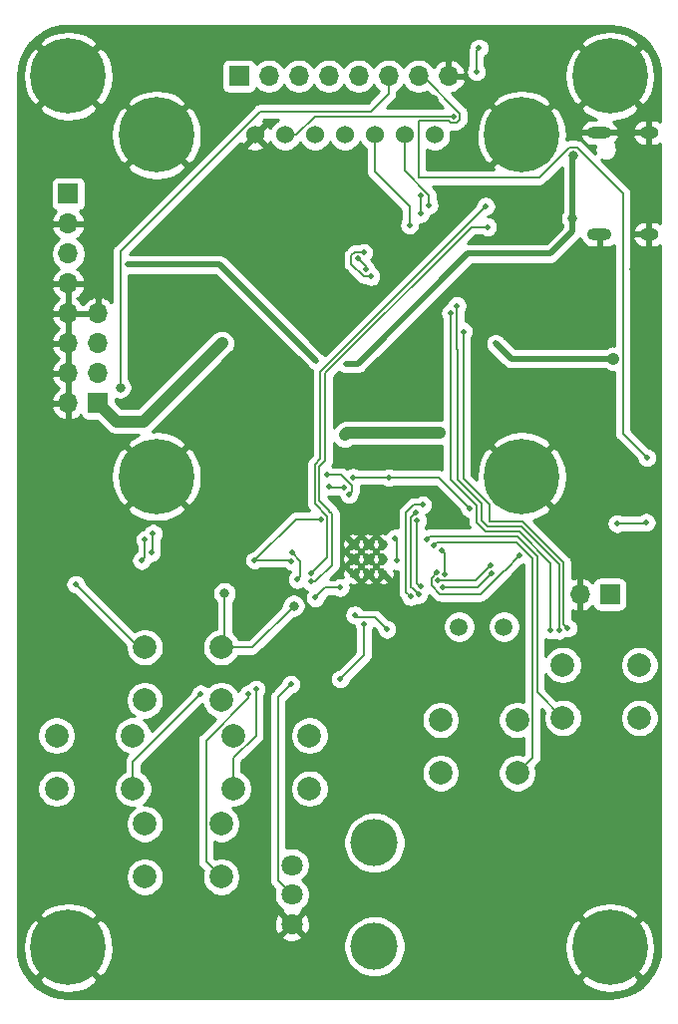
<source format=gtl>
G04 #@! TF.GenerationSoftware,KiCad,Pcbnew,5.1.9+dfsg1-1*
G04 #@! TF.CreationDate,2022-06-11T21:35:14-07:00*
G04 #@! TF.ProjectId,keygame,6b657967-616d-4652-9e6b-696361645f70,rev?*
G04 #@! TF.SameCoordinates,Original*
G04 #@! TF.FileFunction,Copper,L1,Top*
G04 #@! TF.FilePolarity,Positive*
%FSLAX46Y46*%
G04 Gerber Fmt 4.6, Leading zero omitted, Abs format (unit mm)*
G04 Created by KiCad (PCBNEW 5.1.9+dfsg1-1) date 2022-06-11 21:35:14*
%MOMM*%
%LPD*%
G01*
G04 APERTURE LIST*
G04 #@! TA.AperFunction,ComponentPad*
%ADD10C,0.800000*%
G04 #@! TD*
G04 #@! TA.AperFunction,ComponentPad*
%ADD11C,6.400000*%
G04 #@! TD*
G04 #@! TA.AperFunction,ComponentPad*
%ADD12R,1.700000X1.700000*%
G04 #@! TD*
G04 #@! TA.AperFunction,ComponentPad*
%ADD13O,1.700000X1.700000*%
G04 #@! TD*
G04 #@! TA.AperFunction,ComponentPad*
%ADD14C,2.000000*%
G04 #@! TD*
G04 #@! TA.AperFunction,ComponentPad*
%ADD15C,1.524000*%
G04 #@! TD*
G04 #@! TA.AperFunction,ComponentPad*
%ADD16C,1.800000*%
G04 #@! TD*
G04 #@! TA.AperFunction,WasherPad*
%ADD17C,4.000000*%
G04 #@! TD*
G04 #@! TA.AperFunction,ComponentPad*
%ADD18C,0.600000*%
G04 #@! TD*
G04 #@! TA.AperFunction,ComponentPad*
%ADD19C,1.500000*%
G04 #@! TD*
G04 #@! TA.AperFunction,ComponentPad*
%ADD20O,1.600000X1.000000*%
G04 #@! TD*
G04 #@! TA.AperFunction,ComponentPad*
%ADD21O,2.100000X1.000000*%
G04 #@! TD*
G04 #@! TA.AperFunction,ViaPad*
%ADD22C,0.800000*%
G04 #@! TD*
G04 #@! TA.AperFunction,ViaPad*
%ADD23C,0.500000*%
G04 #@! TD*
G04 #@! TA.AperFunction,Conductor*
%ADD24C,0.500000*%
G04 #@! TD*
G04 #@! TA.AperFunction,Conductor*
%ADD25C,0.200000*%
G04 #@! TD*
G04 #@! TA.AperFunction,Conductor*
%ADD26C,1.000000*%
G04 #@! TD*
G04 #@! TA.AperFunction,Conductor*
%ADD27C,0.254000*%
G04 #@! TD*
G04 #@! TA.AperFunction,Conductor*
%ADD28C,0.100000*%
G04 #@! TD*
G04 APERTURE END LIST*
D10*
X139697056Y-19302944D03*
X138000000Y-18600000D03*
X136302944Y-19302944D03*
X135600000Y-21000000D03*
X136302944Y-22697056D03*
X138000000Y-23400000D03*
X139697056Y-22697056D03*
X140400000Y-21000000D03*
D11*
X138000000Y-21000000D03*
X184000000Y-21000000D03*
D10*
X186400000Y-21000000D03*
X185697056Y-22697056D03*
X184000000Y-23400000D03*
X182302944Y-22697056D03*
X181600000Y-21000000D03*
X182302944Y-19302944D03*
X184000000Y-18600000D03*
X185697056Y-19302944D03*
X139697056Y-93302944D03*
X138000000Y-92600000D03*
X136302944Y-93302944D03*
X135600000Y-95000000D03*
X136302944Y-96697056D03*
X138000000Y-97400000D03*
X139697056Y-96697056D03*
X140400000Y-95000000D03*
D11*
X138000000Y-95000000D03*
X184000000Y-95000000D03*
D10*
X186400000Y-95000000D03*
X185697056Y-96697056D03*
X184000000Y-97400000D03*
X182302944Y-96697056D03*
X181600000Y-95000000D03*
X182302944Y-93302944D03*
X184000000Y-92600000D03*
X185697056Y-93302944D03*
D11*
X176500000Y-26000000D03*
D10*
X178900000Y-26000000D03*
X178197056Y-27697056D03*
X176500000Y-28400000D03*
X174802944Y-27697056D03*
X174100000Y-26000000D03*
X174802944Y-24302944D03*
X176500000Y-23600000D03*
X178197056Y-24302944D03*
X147197056Y-53302944D03*
X145500000Y-52600000D03*
X143802944Y-53302944D03*
X143100000Y-55000000D03*
X143802944Y-56697056D03*
X145500000Y-57400000D03*
X147197056Y-56697056D03*
X147900000Y-55000000D03*
D11*
X145500000Y-55000000D03*
X176500000Y-55000000D03*
D10*
X178900000Y-55000000D03*
X178197056Y-56697056D03*
X176500000Y-57400000D03*
X174802944Y-56697056D03*
X174100000Y-55000000D03*
X174802944Y-53302944D03*
X176500000Y-52600000D03*
X178197056Y-53302944D03*
D12*
X184000000Y-65000000D03*
D13*
X181460000Y-65000000D03*
D14*
X152000000Y-81500000D03*
X152000000Y-77000000D03*
X158500000Y-81500000D03*
X158500000Y-77000000D03*
X143500000Y-77000000D03*
X143500000Y-81500000D03*
X137000000Y-77000000D03*
X137000000Y-81500000D03*
X169625001Y-80175001D03*
X169625001Y-75675001D03*
X176125001Y-80175001D03*
X176125001Y-75675001D03*
X186500000Y-71000000D03*
X186500000Y-75500000D03*
X180000000Y-71000000D03*
X180000000Y-75500000D03*
X151000000Y-84500000D03*
X151000000Y-89000000D03*
X144500000Y-84500000D03*
X144500000Y-89000000D03*
X144500000Y-74000000D03*
X144500000Y-69500000D03*
X151000000Y-74000000D03*
X151000000Y-69500000D03*
D15*
X161500000Y-26000000D03*
X158960000Y-26000000D03*
X164040000Y-26000000D03*
X156420000Y-26000000D03*
X166580000Y-26000000D03*
X153880000Y-26000000D03*
X169120000Y-26000000D03*
D12*
X152500000Y-21000000D03*
D13*
X155040000Y-21000000D03*
X157580000Y-21000000D03*
X160120000Y-21000000D03*
X162660000Y-21000000D03*
X165200000Y-21000000D03*
X167740000Y-21000000D03*
X170280000Y-21000000D03*
D16*
X157000000Y-88000000D03*
X157000000Y-90500000D03*
X157000000Y-93000000D03*
D17*
X164000000Y-86100000D03*
X164000000Y-94900000D03*
D11*
X145500000Y-26000000D03*
D10*
X147900000Y-26000000D03*
X147197056Y-27697056D03*
X145500000Y-28400000D03*
X143802944Y-27697056D03*
X143100000Y-26000000D03*
X143802944Y-24302944D03*
X145500000Y-23600000D03*
X147197056Y-24302944D03*
D12*
X138000000Y-31000000D03*
D13*
X138000000Y-33540000D03*
X138000000Y-36080000D03*
X138000000Y-38620000D03*
X138000000Y-41160000D03*
X138000000Y-43700000D03*
X138000000Y-46240000D03*
X138000000Y-48780000D03*
D12*
X140540000Y-48780000D03*
D13*
X140540000Y-46240000D03*
X140540000Y-43700000D03*
X140540000Y-41160000D03*
D18*
X162225000Y-60725000D03*
X162225000Y-62000000D03*
X162225000Y-63275000D03*
X163500000Y-60725000D03*
X163500000Y-62000000D03*
X163500000Y-63275000D03*
X164775000Y-60725000D03*
X164775000Y-62000000D03*
X164775000Y-63275000D03*
D19*
X175000000Y-67750000D03*
X171200000Y-67750000D03*
D20*
X187300000Y-34430000D03*
X187300000Y-25790000D03*
D21*
X183120000Y-25790000D03*
X183120000Y-34430000D03*
D22*
X153270000Y-64930000D03*
X152520000Y-66910000D03*
X155240000Y-71160000D03*
X164440000Y-70920000D03*
X182760000Y-53000000D03*
X182040000Y-49200000D03*
X186050000Y-37370000D03*
X164620000Y-52970000D03*
X161880000Y-52980000D03*
X157650000Y-56350000D03*
X166190000Y-56590000D03*
X169260000Y-53540000D03*
X165180000Y-46610000D03*
X151120000Y-51170000D03*
X158000000Y-41050000D03*
X146930000Y-38980000D03*
X176870000Y-49180000D03*
X177210000Y-38930000D03*
X186040000Y-30020000D03*
X184000000Y-61400000D03*
X171190000Y-72660000D03*
X165800000Y-73650000D03*
X179450000Y-86470000D03*
X140580000Y-84730000D03*
X136810000Y-69380000D03*
X147720000Y-63280000D03*
X136350000Y-52750000D03*
X144650000Y-44910000D03*
X139630000Y-27320000D03*
X148340000Y-21760000D03*
X147880000Y-19270000D03*
X149960000Y-17450000D03*
X163710000Y-31540000D03*
X160360000Y-30230000D03*
X154930000Y-47550000D03*
X169020000Y-23040000D03*
X171370000Y-26490000D03*
D23*
X153840000Y-62100000D03*
X138640000Y-64150000D03*
X165950000Y-62160000D03*
X165770000Y-60230000D03*
X162200000Y-55060000D03*
X165200000Y-55090000D03*
X172120000Y-57720000D03*
X159460000Y-58620000D03*
X156960000Y-62200000D03*
X170730000Y-24420000D03*
D22*
X169560000Y-51280000D03*
X161500000Y-51480000D03*
X151050000Y-43670000D03*
X157150000Y-65980000D03*
X151280000Y-64920000D03*
X165780000Y-51280000D03*
D23*
X167064693Y-65201261D03*
X168086726Y-57402455D03*
X168642705Y-31982705D03*
X167900000Y-64350000D03*
X167641726Y-58724588D03*
X166986726Y-33650000D03*
X163300000Y-37400000D03*
X162601091Y-36481091D03*
X156900000Y-72649980D03*
X153300000Y-73450000D03*
X163128242Y-67528242D03*
X161111091Y-72191091D03*
X149250000Y-73450000D03*
X153946156Y-73049990D03*
X168435502Y-60300000D03*
X169054504Y-60850000D03*
X169681091Y-61250000D03*
X169980000Y-63300000D03*
X157450000Y-63750000D03*
X157015836Y-61477955D03*
D22*
X184290000Y-45010000D03*
X180810000Y-33080000D03*
X180870000Y-27780000D03*
D23*
X161590000Y-45420000D03*
X159030000Y-45160000D03*
X143030000Y-37000000D03*
X173560000Y-36060000D03*
X174300000Y-43700000D03*
X163700010Y-38023032D03*
X163096067Y-35986115D03*
X161460000Y-55940000D03*
X160170000Y-55850000D03*
X161858448Y-56515536D03*
X159968909Y-54871091D03*
X169395111Y-63842987D03*
X173847232Y-62564712D03*
X184596101Y-58996081D03*
X187080000Y-58890000D03*
X169296259Y-63150000D03*
X176360000Y-61670000D03*
X161108843Y-64435622D03*
X158987157Y-65290661D03*
X173990000Y-63250000D03*
X169838203Y-64433521D03*
X187140000Y-53400000D03*
X167744023Y-65032403D03*
X167536726Y-58032506D03*
X167942705Y-32682705D03*
X167899887Y-31169887D03*
X162322332Y-66742332D03*
X165050000Y-67976098D03*
D22*
X142420000Y-47430000D03*
D23*
X145204236Y-59815000D03*
X145070000Y-61465000D03*
X158650000Y-63186091D03*
X173462899Y-32040000D03*
X158628410Y-63932387D03*
X173600000Y-33800000D03*
X178976296Y-68047257D03*
X170460000Y-41090246D03*
X179676240Y-68056242D03*
X171010000Y-40490000D03*
X180429090Y-67869090D03*
X171560000Y-42690000D03*
X172660000Y-20630000D03*
X172893314Y-18603314D03*
X144520000Y-60365000D03*
X144230000Y-62130000D03*
D24*
X153270000Y-66160000D02*
X152520000Y-66910000D01*
X153270000Y-64930000D02*
X153270000Y-66160000D01*
D25*
X143990000Y-69500000D02*
X144500000Y-69500000D01*
X138640000Y-64150000D02*
X143990000Y-69500000D01*
X165950000Y-60410000D02*
X165770000Y-60230000D01*
X165950000Y-62160000D02*
X165950000Y-60410000D01*
X153840000Y-62100000D02*
X156830000Y-62100000D01*
X165170000Y-55060000D02*
X165200000Y-55090000D01*
X162200000Y-55060000D02*
X165170000Y-55060000D01*
X169490000Y-55090000D02*
X172120000Y-57720000D01*
X165200000Y-55090000D02*
X169490000Y-55090000D01*
X153840000Y-62100000D02*
X157320000Y-58620000D01*
X157320000Y-58620000D02*
X159460000Y-58620000D01*
X157388238Y-26000000D02*
X156420000Y-26000000D01*
X158968238Y-24420000D02*
X157388238Y-26000000D01*
X170730000Y-24420000D02*
X158968238Y-24420000D01*
D26*
X161700000Y-51280000D02*
X161500000Y-51480000D01*
X142090001Y-50330001D02*
X140540000Y-48780000D01*
X144389999Y-50330001D02*
X142090001Y-50330001D01*
X151050000Y-43670000D02*
X144389999Y-50330001D01*
D25*
X153630000Y-69500000D02*
X151000000Y-69500000D01*
X157150000Y-65980000D02*
X153630000Y-69500000D01*
X151280000Y-69220000D02*
X151000000Y-69500000D01*
X151280000Y-64920000D02*
X151280000Y-69220000D01*
D26*
X165780000Y-51280000D02*
X161700000Y-51280000D01*
X169560000Y-51280000D02*
X165780000Y-51280000D01*
D25*
X167352775Y-57402455D02*
X168086726Y-57402455D01*
X166691715Y-58063515D02*
X167352775Y-57402455D01*
X166691715Y-64828283D02*
X166691715Y-58063515D01*
X167064693Y-65201261D02*
X166691715Y-64828283D01*
X166580000Y-29035998D02*
X166580000Y-26000000D01*
X168642705Y-31098703D02*
X166580000Y-29035998D01*
X168642705Y-31982705D02*
X168642705Y-31098703D01*
X167641726Y-64091726D02*
X167641726Y-58724588D01*
X167900000Y-64350000D02*
X167641726Y-64091726D01*
X166986726Y-32083048D02*
X166989887Y-32079887D01*
X166986726Y-33650000D02*
X166986726Y-32083048D01*
X164040000Y-29136322D02*
X164040000Y-26000000D01*
X166986726Y-32083048D02*
X164040000Y-29136322D01*
X163300000Y-37180000D02*
X162601091Y-36481091D01*
X163300000Y-37400000D02*
X163300000Y-37180000D01*
X155799999Y-89299999D02*
X157000000Y-90500000D01*
X155799999Y-73749981D02*
X155799999Y-89299999D01*
X156900000Y-72649980D02*
X155799999Y-73749981D01*
X149699999Y-87699999D02*
X151000000Y-89000000D01*
X149699999Y-77403554D02*
X149699999Y-87699999D01*
X153300000Y-73803553D02*
X149699999Y-77403554D01*
X153300000Y-73450000D02*
X153300000Y-73803553D01*
X163128242Y-70173940D02*
X161111091Y-72191091D01*
X163128242Y-67528242D02*
X163128242Y-70173940D01*
X143500000Y-79200000D02*
X143500000Y-81500000D01*
X149250000Y-73450000D02*
X143500000Y-79200000D01*
X152000000Y-78924002D02*
X152000000Y-81500000D01*
X153946156Y-76977846D02*
X152000000Y-78924002D01*
X153946156Y-73049990D02*
X153946156Y-76977846D01*
X176119701Y-60050001D02*
X177825012Y-61755311D01*
X168685501Y-60050001D02*
X176119701Y-60050001D01*
X168435502Y-60300000D02*
X168685501Y-60050001D01*
X177825012Y-73325012D02*
X180000000Y-75500000D01*
X177825012Y-61755311D02*
X177825012Y-73325012D01*
X177425002Y-78875000D02*
X176125001Y-80175001D01*
X177425002Y-61921000D02*
X177425002Y-78875000D01*
X176104003Y-60600001D02*
X177425002Y-61921000D01*
X169304503Y-60600001D02*
X176104003Y-60600001D01*
X169054504Y-60850000D02*
X169304503Y-60600001D01*
X169980000Y-61548909D02*
X169980000Y-63300000D01*
X169681091Y-61250000D02*
X169980000Y-61548909D01*
X157463909Y-63736091D02*
X157450000Y-63750000D01*
X157699999Y-62162118D02*
X157015836Y-61477955D01*
X157699999Y-63500001D02*
X157699999Y-62162118D01*
X157450000Y-63750000D02*
X157699999Y-63500001D01*
D26*
X184290000Y-45010000D02*
X184300000Y-45020000D01*
D24*
X184290000Y-45010000D02*
X176990000Y-45010000D01*
X180810000Y-27840000D02*
X180870000Y-27780000D01*
X180810000Y-33080000D02*
X180810000Y-27840000D01*
X180810000Y-33080000D02*
X180810000Y-34200000D01*
X180810000Y-34200000D02*
X178950000Y-36060000D01*
X162580000Y-45420000D02*
X161590000Y-45420000D01*
X171940000Y-36060000D02*
X162580000Y-45420000D01*
X150870000Y-37000000D02*
X143030000Y-37000000D01*
X159030000Y-45160000D02*
X150870000Y-37000000D01*
X173560000Y-36060000D02*
X171940000Y-36060000D01*
X178950000Y-36060000D02*
X173560000Y-36060000D01*
X175610000Y-45010000D02*
X174300000Y-43700000D01*
X176990000Y-45010000D02*
X175610000Y-45010000D01*
D25*
X162337090Y-35931090D02*
X163041042Y-35931090D01*
X162051090Y-36217090D02*
X162337090Y-35931090D01*
X162051090Y-36965092D02*
X162051090Y-36217090D01*
X163109030Y-38023032D02*
X162051090Y-36965092D01*
X163041042Y-35931090D02*
X163096067Y-35986115D01*
X163700010Y-38023032D02*
X163109030Y-38023032D01*
X160260000Y-55940000D02*
X160170000Y-55850000D01*
X161460000Y-55940000D02*
X160260000Y-55940000D01*
X161205093Y-54871091D02*
X159968909Y-54871091D01*
X162108447Y-55774445D02*
X161205093Y-54871091D01*
X162108447Y-56265537D02*
X162108447Y-55774445D01*
X161858448Y-56515536D02*
X162108447Y-56265537D01*
X169402125Y-63850001D02*
X172561943Y-63850001D01*
X172561943Y-63850001D02*
X173847232Y-62564712D01*
X169395111Y-63842987D02*
X169402125Y-63850001D01*
X186973919Y-58996081D02*
X187080000Y-58890000D01*
X184596101Y-58996081D02*
X186973919Y-58996081D01*
X173034296Y-64983522D02*
X175083909Y-62933909D01*
X169574202Y-64983522D02*
X173034296Y-64983522D01*
X168845110Y-64254430D02*
X169574202Y-64983522D01*
X168845110Y-63601149D02*
X168845110Y-64254430D01*
X169296259Y-63150000D02*
X168845110Y-63601149D01*
X175096091Y-62933909D02*
X176360000Y-61670000D01*
X175083909Y-62933909D02*
X175096091Y-62933909D01*
X159842196Y-64435622D02*
X158987157Y-65290661D01*
X161108843Y-64435622D02*
X159842196Y-64435622D01*
X172806479Y-64433521D02*
X173990000Y-63250000D01*
X169838203Y-64433521D02*
X172806479Y-64433521D01*
X185100008Y-51360008D02*
X187140000Y-53400000D01*
X167740000Y-21000000D02*
X168124002Y-21000000D01*
X168124002Y-21000000D02*
X171280001Y-24155999D01*
X167740000Y-29630300D02*
X177983698Y-29630300D01*
X185100008Y-30974006D02*
X185100008Y-51360008D01*
X171280001Y-24155999D02*
X171280001Y-24684001D01*
X170994001Y-24970001D02*
X170465999Y-24970001D01*
X167740000Y-24820010D02*
X167740000Y-29630300D01*
X177983698Y-29630300D02*
X180533999Y-27079999D01*
X171280001Y-24684001D02*
X170994001Y-24970001D01*
X180533999Y-27079999D02*
X181206001Y-27079999D01*
X170465999Y-24970001D02*
X170316008Y-24820010D01*
X170316008Y-24820010D02*
X167740000Y-24820010D01*
X181206001Y-27079999D02*
X185100008Y-30974006D01*
X167744023Y-65032403D02*
X167241716Y-64530096D01*
X167091725Y-58477507D02*
X167536726Y-58032506D01*
X167091725Y-64380105D02*
X167091725Y-58477507D01*
X167241716Y-64530096D02*
X167091725Y-64380105D01*
X167942705Y-31212705D02*
X167899887Y-31169887D01*
X167942705Y-32682705D02*
X167942705Y-31212705D01*
X162500000Y-66920000D02*
X162322332Y-66742332D01*
X162558241Y-66978241D02*
X162322332Y-66742332D01*
X164052143Y-66978241D02*
X162558241Y-66978241D01*
X165050000Y-67976098D02*
X164052143Y-66978241D01*
X142420000Y-35888238D02*
X154318238Y-23990000D01*
X142420000Y-47430000D02*
X142420000Y-35888238D01*
X165200000Y-22510000D02*
X163720000Y-23990000D01*
X165200000Y-21000000D02*
X165200000Y-22510000D01*
X154318238Y-23990000D02*
X163720000Y-23990000D01*
X145204236Y-61330764D02*
X145070000Y-61465000D01*
X145204236Y-59815000D02*
X145204236Y-61330764D01*
X159418908Y-53501092D02*
X159418908Y-53361092D01*
X158940000Y-53980000D02*
X159418908Y-53501092D01*
X158940000Y-57285998D02*
X158940000Y-53980000D01*
X160010001Y-58355999D02*
X158940000Y-57285998D01*
X160010001Y-61826090D02*
X160010001Y-58355999D01*
X158650000Y-63186091D02*
X160010001Y-61826090D01*
X159418908Y-46083991D02*
X173462899Y-32040000D01*
X159418908Y-53361092D02*
X159418908Y-46083991D01*
X160410011Y-62504339D02*
X160410011Y-58160011D01*
X158981963Y-63932387D02*
X160410011Y-62504339D01*
X158628410Y-63932387D02*
X158981963Y-63932387D01*
X160180000Y-57880000D02*
X159340010Y-57040010D01*
X160180000Y-57930000D02*
X160180000Y-57880000D01*
X160410011Y-58160011D02*
X160180000Y-57930000D01*
X159340010Y-54145688D02*
X159840000Y-53645698D01*
X159340010Y-57040010D02*
X159340010Y-54145688D01*
X159840000Y-53645698D02*
X159840000Y-46228598D01*
X172268598Y-33800000D02*
X172234299Y-33834299D01*
X173600000Y-33800000D02*
X172268598Y-33800000D01*
X159840000Y-46228598D02*
X172234299Y-33834299D01*
X170650002Y-55310002D02*
X170650000Y-55310000D01*
X172670001Y-58910001D02*
X172670001Y-57455999D01*
X176285390Y-59649991D02*
X173409991Y-59649991D01*
X173409991Y-59649991D02*
X172670001Y-58910001D01*
X178976296Y-62340898D02*
X176285390Y-59649991D01*
X178976296Y-68047257D02*
X178976296Y-62340898D01*
X170460000Y-44420000D02*
X170460000Y-41090246D01*
X172670001Y-57455999D02*
X170650002Y-55436000D01*
X170460000Y-55245998D02*
X170650002Y-55436000D01*
X170460000Y-44420000D02*
X170460000Y-55245998D01*
X176451079Y-59249981D02*
X179676240Y-62475142D01*
X173575679Y-59249981D02*
X176451079Y-59249981D01*
X173070011Y-58744313D02*
X173575679Y-59249981D01*
X173070011Y-57290310D02*
X173070011Y-58744313D01*
X171050010Y-55270310D02*
X173070011Y-57290310D01*
X171050010Y-44170010D02*
X171050010Y-55270310D01*
X171010000Y-44130000D02*
X171050010Y-44170010D01*
X179676240Y-62475142D02*
X179676240Y-68056242D01*
X171010000Y-40490000D02*
X171010000Y-44130000D01*
X180076250Y-67516250D02*
X180429090Y-67869090D01*
X180076250Y-62309453D02*
X180076250Y-67516250D01*
X176616768Y-58849971D02*
X180076250Y-62309453D01*
X173741367Y-57378647D02*
X173741367Y-58849971D01*
X171560000Y-55197280D02*
X173741367Y-57378647D01*
X173741367Y-58849971D02*
X176616768Y-58849971D01*
X171560000Y-42690000D02*
X171560000Y-55197280D01*
X172660000Y-18836628D02*
X172893314Y-18603314D01*
X172660000Y-20630000D02*
X172660000Y-18836628D01*
X144520000Y-61840000D02*
X144230000Y-62130000D01*
X144520000Y-60365000D02*
X144520000Y-61840000D01*
D27*
X184759192Y-16780578D02*
X185494389Y-16981705D01*
X186182351Y-17309846D01*
X186801331Y-17754628D01*
X187331761Y-18301988D01*
X187756884Y-18934639D01*
X188063251Y-19632561D01*
X188242499Y-20379183D01*
X188290001Y-21026044D01*
X188290001Y-24885097D01*
X188151678Y-24789997D01*
X187945987Y-24701585D01*
X187727000Y-24655000D01*
X187427000Y-24655000D01*
X187427000Y-25663000D01*
X187447000Y-25663000D01*
X187447000Y-25917000D01*
X187427000Y-25917000D01*
X187427000Y-26925000D01*
X187727000Y-26925000D01*
X187945987Y-26878415D01*
X188151678Y-26790003D01*
X188290001Y-26694903D01*
X188290001Y-33525097D01*
X188151678Y-33429997D01*
X187945987Y-33341585D01*
X187727000Y-33295000D01*
X187427000Y-33295000D01*
X187427000Y-34303000D01*
X187447000Y-34303000D01*
X187447000Y-34557000D01*
X187427000Y-34557000D01*
X187427000Y-35565000D01*
X187727000Y-35565000D01*
X187945987Y-35518415D01*
X188151678Y-35430003D01*
X188290001Y-35334903D01*
X188290000Y-94968382D01*
X188219422Y-95759193D01*
X188018295Y-96494389D01*
X187690152Y-97182355D01*
X187245374Y-97801328D01*
X186698012Y-98331761D01*
X186065362Y-98756883D01*
X185367439Y-99063251D01*
X184620819Y-99242499D01*
X183973970Y-99290000D01*
X138031618Y-99290000D01*
X137240807Y-99219422D01*
X136505611Y-99018295D01*
X135817645Y-98690152D01*
X135198672Y-98245374D01*
X134671020Y-97700881D01*
X135478724Y-97700881D01*
X135838912Y-98190548D01*
X136502882Y-98550849D01*
X137224385Y-98774694D01*
X137975695Y-98853480D01*
X138727938Y-98784178D01*
X139452208Y-98569452D01*
X140120670Y-98217555D01*
X140161088Y-98190548D01*
X140521276Y-97700881D01*
X181478724Y-97700881D01*
X181838912Y-98190548D01*
X182502882Y-98550849D01*
X183224385Y-98774694D01*
X183975695Y-98853480D01*
X184727938Y-98784178D01*
X185452208Y-98569452D01*
X186120670Y-98217555D01*
X186161088Y-98190548D01*
X186521276Y-97700881D01*
X184000000Y-95179605D01*
X181478724Y-97700881D01*
X140521276Y-97700881D01*
X138000000Y-95179605D01*
X135478724Y-97700881D01*
X134671020Y-97700881D01*
X134668239Y-97698012D01*
X134243117Y-97065362D01*
X133936749Y-96367439D01*
X133757501Y-95620819D01*
X133710127Y-94975695D01*
X134146520Y-94975695D01*
X134215822Y-95727938D01*
X134430548Y-96452208D01*
X134782445Y-97120670D01*
X134809452Y-97161088D01*
X135299119Y-97521276D01*
X137820395Y-95000000D01*
X138179605Y-95000000D01*
X140700881Y-97521276D01*
X141190548Y-97161088D01*
X141550849Y-96497118D01*
X141774694Y-95775615D01*
X141853480Y-95024305D01*
X141818119Y-94640475D01*
X161365000Y-94640475D01*
X161365000Y-95159525D01*
X161466261Y-95668601D01*
X161664893Y-96148141D01*
X161953262Y-96579715D01*
X162320285Y-96946738D01*
X162751859Y-97235107D01*
X163231399Y-97433739D01*
X163740475Y-97535000D01*
X164259525Y-97535000D01*
X164768601Y-97433739D01*
X165248141Y-97235107D01*
X165679715Y-96946738D01*
X166046738Y-96579715D01*
X166335107Y-96148141D01*
X166533739Y-95668601D01*
X166635000Y-95159525D01*
X166635000Y-94975695D01*
X180146520Y-94975695D01*
X180215822Y-95727938D01*
X180430548Y-96452208D01*
X180782445Y-97120670D01*
X180809452Y-97161088D01*
X181299119Y-97521276D01*
X183820395Y-95000000D01*
X184179605Y-95000000D01*
X186700881Y-97521276D01*
X187190548Y-97161088D01*
X187550849Y-96497118D01*
X187774694Y-95775615D01*
X187853480Y-95024305D01*
X187784178Y-94272062D01*
X187569452Y-93547792D01*
X187217555Y-92879330D01*
X187190548Y-92838912D01*
X186700881Y-92478724D01*
X184179605Y-95000000D01*
X183820395Y-95000000D01*
X181299119Y-92478724D01*
X180809452Y-92838912D01*
X180449151Y-93502882D01*
X180225306Y-94224385D01*
X180146520Y-94975695D01*
X166635000Y-94975695D01*
X166635000Y-94640475D01*
X166533739Y-94131399D01*
X166335107Y-93651859D01*
X166046738Y-93220285D01*
X165679715Y-92853262D01*
X165248141Y-92564893D01*
X164768601Y-92366261D01*
X164431054Y-92299119D01*
X181478724Y-92299119D01*
X184000000Y-94820395D01*
X186521276Y-92299119D01*
X186161088Y-91809452D01*
X185497118Y-91449151D01*
X184775615Y-91225306D01*
X184024305Y-91146520D01*
X183272062Y-91215822D01*
X182547792Y-91430548D01*
X181879330Y-91782445D01*
X181838912Y-91809452D01*
X181478724Y-92299119D01*
X164431054Y-92299119D01*
X164259525Y-92265000D01*
X163740475Y-92265000D01*
X163231399Y-92366261D01*
X162751859Y-92564893D01*
X162320285Y-92853262D01*
X161953262Y-93220285D01*
X161664893Y-93651859D01*
X161466261Y-94131399D01*
X161365000Y-94640475D01*
X141818119Y-94640475D01*
X141784178Y-94272062D01*
X141722518Y-94064080D01*
X156115525Y-94064080D01*
X156199208Y-94318261D01*
X156471775Y-94449158D01*
X156764642Y-94524365D01*
X157066553Y-94540991D01*
X157365907Y-94498397D01*
X157651199Y-94398222D01*
X157800792Y-94318261D01*
X157884475Y-94064080D01*
X157000000Y-93179605D01*
X156115525Y-94064080D01*
X141722518Y-94064080D01*
X141569452Y-93547792D01*
X141316115Y-93066553D01*
X155459009Y-93066553D01*
X155501603Y-93365907D01*
X155601778Y-93651199D01*
X155681739Y-93800792D01*
X155935920Y-93884475D01*
X156820395Y-93000000D01*
X157179605Y-93000000D01*
X158064080Y-93884475D01*
X158318261Y-93800792D01*
X158449158Y-93528225D01*
X158524365Y-93235358D01*
X158540991Y-92933447D01*
X158498397Y-92634093D01*
X158398222Y-92348801D01*
X158318261Y-92199208D01*
X158064080Y-92115525D01*
X157179605Y-93000000D01*
X156820395Y-93000000D01*
X155935920Y-92115525D01*
X155681739Y-92199208D01*
X155550842Y-92471775D01*
X155475635Y-92764642D01*
X155459009Y-93066553D01*
X141316115Y-93066553D01*
X141217555Y-92879330D01*
X141190548Y-92838912D01*
X140700881Y-92478724D01*
X138179605Y-95000000D01*
X137820395Y-95000000D01*
X135299119Y-92478724D01*
X134809452Y-92838912D01*
X134449151Y-93502882D01*
X134225306Y-94224385D01*
X134146520Y-94975695D01*
X133710127Y-94975695D01*
X133710000Y-94973970D01*
X133710000Y-92299119D01*
X135478724Y-92299119D01*
X138000000Y-94820395D01*
X140521276Y-92299119D01*
X140161088Y-91809452D01*
X139497118Y-91449151D01*
X138775615Y-91225306D01*
X138024305Y-91146520D01*
X137272062Y-91215822D01*
X136547792Y-91430548D01*
X135879330Y-91782445D01*
X135838912Y-91809452D01*
X135478724Y-92299119D01*
X133710000Y-92299119D01*
X133710000Y-88838967D01*
X142865000Y-88838967D01*
X142865000Y-89161033D01*
X142927832Y-89476912D01*
X143051082Y-89774463D01*
X143230013Y-90042252D01*
X143457748Y-90269987D01*
X143725537Y-90448918D01*
X144023088Y-90572168D01*
X144338967Y-90635000D01*
X144661033Y-90635000D01*
X144976912Y-90572168D01*
X145274463Y-90448918D01*
X145542252Y-90269987D01*
X145769987Y-90042252D01*
X145948918Y-89774463D01*
X146072168Y-89476912D01*
X146135000Y-89161033D01*
X146135000Y-88838967D01*
X146072168Y-88523088D01*
X145948918Y-88225537D01*
X145769987Y-87957748D01*
X145542252Y-87730013D01*
X145274463Y-87551082D01*
X144976912Y-87427832D01*
X144661033Y-87365000D01*
X144338967Y-87365000D01*
X144023088Y-87427832D01*
X143725537Y-87551082D01*
X143457748Y-87730013D01*
X143230013Y-87957748D01*
X143051082Y-88225537D01*
X142927832Y-88523088D01*
X142865000Y-88838967D01*
X133710000Y-88838967D01*
X133710000Y-81338967D01*
X135365000Y-81338967D01*
X135365000Y-81661033D01*
X135427832Y-81976912D01*
X135551082Y-82274463D01*
X135730013Y-82542252D01*
X135957748Y-82769987D01*
X136225537Y-82948918D01*
X136523088Y-83072168D01*
X136838967Y-83135000D01*
X137161033Y-83135000D01*
X137476912Y-83072168D01*
X137774463Y-82948918D01*
X138042252Y-82769987D01*
X138269987Y-82542252D01*
X138448918Y-82274463D01*
X138572168Y-81976912D01*
X138635000Y-81661033D01*
X138635000Y-81338967D01*
X138572168Y-81023088D01*
X138448918Y-80725537D01*
X138269987Y-80457748D01*
X138042252Y-80230013D01*
X137774463Y-80051082D01*
X137476912Y-79927832D01*
X137161033Y-79865000D01*
X136838967Y-79865000D01*
X136523088Y-79927832D01*
X136225537Y-80051082D01*
X135957748Y-80230013D01*
X135730013Y-80457748D01*
X135551082Y-80725537D01*
X135427832Y-81023088D01*
X135365000Y-81338967D01*
X133710000Y-81338967D01*
X133710000Y-76838967D01*
X135365000Y-76838967D01*
X135365000Y-77161033D01*
X135427832Y-77476912D01*
X135551082Y-77774463D01*
X135730013Y-78042252D01*
X135957748Y-78269987D01*
X136225537Y-78448918D01*
X136523088Y-78572168D01*
X136838967Y-78635000D01*
X137161033Y-78635000D01*
X137476912Y-78572168D01*
X137774463Y-78448918D01*
X138042252Y-78269987D01*
X138269987Y-78042252D01*
X138448918Y-77774463D01*
X138572168Y-77476912D01*
X138635000Y-77161033D01*
X138635000Y-76838967D01*
X141865000Y-76838967D01*
X141865000Y-77161033D01*
X141927832Y-77476912D01*
X142051082Y-77774463D01*
X142230013Y-78042252D01*
X142457748Y-78269987D01*
X142725537Y-78448918D01*
X143023088Y-78572168D01*
X143077552Y-78583002D01*
X143005808Y-78654746D01*
X142977762Y-78677763D01*
X142885913Y-78789681D01*
X142817663Y-78917368D01*
X142815651Y-78924002D01*
X142775635Y-79055915D01*
X142761444Y-79200000D01*
X142765000Y-79236105D01*
X142765000Y-80034736D01*
X142725537Y-80051082D01*
X142457748Y-80230013D01*
X142230013Y-80457748D01*
X142051082Y-80725537D01*
X141927832Y-81023088D01*
X141865000Y-81338967D01*
X141865000Y-81661033D01*
X141927832Y-81976912D01*
X142051082Y-82274463D01*
X142230013Y-82542252D01*
X142457748Y-82769987D01*
X142725537Y-82948918D01*
X143023088Y-83072168D01*
X143338967Y-83135000D01*
X143599945Y-83135000D01*
X143457748Y-83230013D01*
X143230013Y-83457748D01*
X143051082Y-83725537D01*
X142927832Y-84023088D01*
X142865000Y-84338967D01*
X142865000Y-84661033D01*
X142927832Y-84976912D01*
X143051082Y-85274463D01*
X143230013Y-85542252D01*
X143457748Y-85769987D01*
X143725537Y-85948918D01*
X144023088Y-86072168D01*
X144338967Y-86135000D01*
X144661033Y-86135000D01*
X144976912Y-86072168D01*
X145274463Y-85948918D01*
X145542252Y-85769987D01*
X145769987Y-85542252D01*
X145948918Y-85274463D01*
X146072168Y-84976912D01*
X146135000Y-84661033D01*
X146135000Y-84338967D01*
X146072168Y-84023088D01*
X145948918Y-83725537D01*
X145769987Y-83457748D01*
X145542252Y-83230013D01*
X145274463Y-83051082D01*
X144976912Y-82927832D01*
X144661033Y-82865000D01*
X144400055Y-82865000D01*
X144542252Y-82769987D01*
X144769987Y-82542252D01*
X144948918Y-82274463D01*
X145072168Y-81976912D01*
X145135000Y-81661033D01*
X145135000Y-81338967D01*
X145072168Y-81023088D01*
X144948918Y-80725537D01*
X144769987Y-80457748D01*
X144542252Y-80230013D01*
X144274463Y-80051082D01*
X144235000Y-80034736D01*
X144235000Y-79504446D01*
X149400408Y-74339039D01*
X149427832Y-74476912D01*
X149551082Y-74774463D01*
X149730013Y-75042252D01*
X149957748Y-75269987D01*
X150225537Y-75448918D01*
X150501062Y-75563045D01*
X149205807Y-76858300D01*
X149177761Y-76881317D01*
X149085912Y-76993235D01*
X149017662Y-77120922D01*
X148988383Y-77217441D01*
X148975634Y-77259469D01*
X148961443Y-77403554D01*
X148964999Y-77439659D01*
X148965000Y-87663884D01*
X148961443Y-87699999D01*
X148975634Y-87844084D01*
X149017663Y-87982632D01*
X149085913Y-88110319D01*
X149177762Y-88222237D01*
X149205807Y-88245253D01*
X149444178Y-88483625D01*
X149427832Y-88523088D01*
X149365000Y-88838967D01*
X149365000Y-89161033D01*
X149427832Y-89476912D01*
X149551082Y-89774463D01*
X149730013Y-90042252D01*
X149957748Y-90269987D01*
X150225537Y-90448918D01*
X150523088Y-90572168D01*
X150838967Y-90635000D01*
X151161033Y-90635000D01*
X151476912Y-90572168D01*
X151774463Y-90448918D01*
X152042252Y-90269987D01*
X152269987Y-90042252D01*
X152448918Y-89774463D01*
X152572168Y-89476912D01*
X152635000Y-89161033D01*
X152635000Y-88838967D01*
X152572168Y-88523088D01*
X152448918Y-88225537D01*
X152269987Y-87957748D01*
X152042252Y-87730013D01*
X151774463Y-87551082D01*
X151476912Y-87427832D01*
X151161033Y-87365000D01*
X150838967Y-87365000D01*
X150523088Y-87427832D01*
X150483625Y-87444178D01*
X150434999Y-87395553D01*
X150434999Y-86035680D01*
X150523088Y-86072168D01*
X150838967Y-86135000D01*
X151161033Y-86135000D01*
X151476912Y-86072168D01*
X151774463Y-85948918D01*
X152042252Y-85769987D01*
X152269987Y-85542252D01*
X152448918Y-85274463D01*
X152572168Y-84976912D01*
X152635000Y-84661033D01*
X152635000Y-84338967D01*
X152572168Y-84023088D01*
X152448918Y-83725537D01*
X152269987Y-83457748D01*
X152042252Y-83230013D01*
X151900055Y-83135000D01*
X152161033Y-83135000D01*
X152476912Y-83072168D01*
X152774463Y-82948918D01*
X153042252Y-82769987D01*
X153269987Y-82542252D01*
X153448918Y-82274463D01*
X153572168Y-81976912D01*
X153635000Y-81661033D01*
X153635000Y-81338967D01*
X153572168Y-81023088D01*
X153448918Y-80725537D01*
X153269987Y-80457748D01*
X153042252Y-80230013D01*
X152774463Y-80051082D01*
X152735000Y-80034736D01*
X152735000Y-79228448D01*
X154440349Y-77523100D01*
X154468394Y-77500084D01*
X154560243Y-77388166D01*
X154628493Y-77260479D01*
X154670521Y-77121931D01*
X154681156Y-77013951D01*
X154681156Y-77013942D01*
X154684711Y-76977847D01*
X154681156Y-76941752D01*
X154681156Y-73749981D01*
X155061443Y-73749981D01*
X155064999Y-73786086D01*
X155065000Y-89263884D01*
X155061443Y-89299999D01*
X155075634Y-89444084D01*
X155099117Y-89521495D01*
X155117663Y-89582632D01*
X155185913Y-89710319D01*
X155277762Y-89822237D01*
X155305807Y-89845253D01*
X155522134Y-90061581D01*
X155465000Y-90348816D01*
X155465000Y-90651184D01*
X155523989Y-90947743D01*
X155639701Y-91227095D01*
X155807688Y-91478505D01*
X156021495Y-91692312D01*
X156164310Y-91787738D01*
X156115525Y-91935920D01*
X157000000Y-92820395D01*
X157884475Y-91935920D01*
X157835690Y-91787738D01*
X157978505Y-91692312D01*
X158192312Y-91478505D01*
X158360299Y-91227095D01*
X158476011Y-90947743D01*
X158535000Y-90651184D01*
X158535000Y-90348816D01*
X158476011Y-90052257D01*
X158360299Y-89772905D01*
X158192312Y-89521495D01*
X157978505Y-89307688D01*
X157892169Y-89250000D01*
X157978505Y-89192312D01*
X158192312Y-88978505D01*
X158360299Y-88727095D01*
X158476011Y-88447743D01*
X158535000Y-88151184D01*
X158535000Y-87848816D01*
X158476011Y-87552257D01*
X158360299Y-87272905D01*
X158192312Y-87021495D01*
X157978505Y-86807688D01*
X157727095Y-86639701D01*
X157447743Y-86523989D01*
X157151184Y-86465000D01*
X156848816Y-86465000D01*
X156552257Y-86523989D01*
X156534999Y-86531138D01*
X156534999Y-85840475D01*
X161365000Y-85840475D01*
X161365000Y-86359525D01*
X161466261Y-86868601D01*
X161664893Y-87348141D01*
X161953262Y-87779715D01*
X162320285Y-88146738D01*
X162751859Y-88435107D01*
X163231399Y-88633739D01*
X163740475Y-88735000D01*
X164259525Y-88735000D01*
X164768601Y-88633739D01*
X165248141Y-88435107D01*
X165679715Y-88146738D01*
X166046738Y-87779715D01*
X166335107Y-87348141D01*
X166533739Y-86868601D01*
X166635000Y-86359525D01*
X166635000Y-85840475D01*
X166533739Y-85331399D01*
X166335107Y-84851859D01*
X166046738Y-84420285D01*
X165679715Y-84053262D01*
X165248141Y-83764893D01*
X164768601Y-83566261D01*
X164259525Y-83465000D01*
X163740475Y-83465000D01*
X163231399Y-83566261D01*
X162751859Y-83764893D01*
X162320285Y-84053262D01*
X161953262Y-84420285D01*
X161664893Y-84851859D01*
X161466261Y-85331399D01*
X161365000Y-85840475D01*
X156534999Y-85840475D01*
X156534999Y-81338967D01*
X156865000Y-81338967D01*
X156865000Y-81661033D01*
X156927832Y-81976912D01*
X157051082Y-82274463D01*
X157230013Y-82542252D01*
X157457748Y-82769987D01*
X157725537Y-82948918D01*
X158023088Y-83072168D01*
X158338967Y-83135000D01*
X158661033Y-83135000D01*
X158976912Y-83072168D01*
X159274463Y-82948918D01*
X159542252Y-82769987D01*
X159769987Y-82542252D01*
X159948918Y-82274463D01*
X160072168Y-81976912D01*
X160135000Y-81661033D01*
X160135000Y-81338967D01*
X160072168Y-81023088D01*
X159948918Y-80725537D01*
X159769987Y-80457748D01*
X159542252Y-80230013D01*
X159274463Y-80051082D01*
X159184863Y-80013968D01*
X167990001Y-80013968D01*
X167990001Y-80336034D01*
X168052833Y-80651913D01*
X168176083Y-80949464D01*
X168355014Y-81217253D01*
X168582749Y-81444988D01*
X168850538Y-81623919D01*
X169148089Y-81747169D01*
X169463968Y-81810001D01*
X169786034Y-81810001D01*
X170101913Y-81747169D01*
X170399464Y-81623919D01*
X170667253Y-81444988D01*
X170894988Y-81217253D01*
X171073919Y-80949464D01*
X171197169Y-80651913D01*
X171260001Y-80336034D01*
X171260001Y-80013968D01*
X171197169Y-79698089D01*
X171073919Y-79400538D01*
X170894988Y-79132749D01*
X170667253Y-78905014D01*
X170399464Y-78726083D01*
X170101913Y-78602833D01*
X169786034Y-78540001D01*
X169463968Y-78540001D01*
X169148089Y-78602833D01*
X168850538Y-78726083D01*
X168582749Y-78905014D01*
X168355014Y-79132749D01*
X168176083Y-79400538D01*
X168052833Y-79698089D01*
X167990001Y-80013968D01*
X159184863Y-80013968D01*
X158976912Y-79927832D01*
X158661033Y-79865000D01*
X158338967Y-79865000D01*
X158023088Y-79927832D01*
X157725537Y-80051082D01*
X157457748Y-80230013D01*
X157230013Y-80457748D01*
X157051082Y-80725537D01*
X156927832Y-81023088D01*
X156865000Y-81338967D01*
X156534999Y-81338967D01*
X156534999Y-76838967D01*
X156865000Y-76838967D01*
X156865000Y-77161033D01*
X156927832Y-77476912D01*
X157051082Y-77774463D01*
X157230013Y-78042252D01*
X157457748Y-78269987D01*
X157725537Y-78448918D01*
X158023088Y-78572168D01*
X158338967Y-78635000D01*
X158661033Y-78635000D01*
X158976912Y-78572168D01*
X159274463Y-78448918D01*
X159542252Y-78269987D01*
X159769987Y-78042252D01*
X159948918Y-77774463D01*
X160072168Y-77476912D01*
X160135000Y-77161033D01*
X160135000Y-76838967D01*
X160072168Y-76523088D01*
X159948918Y-76225537D01*
X159769987Y-75957748D01*
X159542252Y-75730013D01*
X159274463Y-75551082D01*
X159184863Y-75513968D01*
X167990001Y-75513968D01*
X167990001Y-75836034D01*
X168052833Y-76151913D01*
X168176083Y-76449464D01*
X168355014Y-76717253D01*
X168582749Y-76944988D01*
X168850538Y-77123919D01*
X169148089Y-77247169D01*
X169463968Y-77310001D01*
X169786034Y-77310001D01*
X170101913Y-77247169D01*
X170399464Y-77123919D01*
X170667253Y-76944988D01*
X170894988Y-76717253D01*
X171073919Y-76449464D01*
X171197169Y-76151913D01*
X171260001Y-75836034D01*
X171260001Y-75513968D01*
X171197169Y-75198089D01*
X171073919Y-74900538D01*
X170894988Y-74632749D01*
X170667253Y-74405014D01*
X170399464Y-74226083D01*
X170101913Y-74102833D01*
X169786034Y-74040001D01*
X169463968Y-74040001D01*
X169148089Y-74102833D01*
X168850538Y-74226083D01*
X168582749Y-74405014D01*
X168355014Y-74632749D01*
X168176083Y-74900538D01*
X168052833Y-75198089D01*
X167990001Y-75513968D01*
X159184863Y-75513968D01*
X158976912Y-75427832D01*
X158661033Y-75365000D01*
X158338967Y-75365000D01*
X158023088Y-75427832D01*
X157725537Y-75551082D01*
X157457748Y-75730013D01*
X157230013Y-75957748D01*
X157051082Y-76225537D01*
X156927832Y-76523088D01*
X156865000Y-76838967D01*
X156534999Y-76838967D01*
X156534999Y-74054427D01*
X157071153Y-73518274D01*
X157158145Y-73500970D01*
X157319205Y-73434257D01*
X157464155Y-73337404D01*
X157587424Y-73214135D01*
X157684277Y-73069185D01*
X157750990Y-72908125D01*
X157785000Y-72737145D01*
X157785000Y-72562815D01*
X157750990Y-72391835D01*
X157684277Y-72230775D01*
X157599519Y-72103926D01*
X160226091Y-72103926D01*
X160226091Y-72278256D01*
X160260101Y-72449236D01*
X160326814Y-72610296D01*
X160423667Y-72755246D01*
X160546936Y-72878515D01*
X160691886Y-72975368D01*
X160852946Y-73042081D01*
X161023926Y-73076091D01*
X161198256Y-73076091D01*
X161369236Y-73042081D01*
X161530296Y-72975368D01*
X161675246Y-72878515D01*
X161798515Y-72755246D01*
X161895368Y-72610296D01*
X161962081Y-72449236D01*
X161979385Y-72362243D01*
X163622435Y-70719194D01*
X163650480Y-70696178D01*
X163742329Y-70584260D01*
X163810579Y-70456573D01*
X163852607Y-70318025D01*
X163863242Y-70210045D01*
X163863242Y-70210036D01*
X163866797Y-70173941D01*
X163863242Y-70137846D01*
X163863242Y-68021195D01*
X163912519Y-67947447D01*
X163932841Y-67898385D01*
X164181706Y-68147251D01*
X164199010Y-68234243D01*
X164265723Y-68395303D01*
X164362576Y-68540253D01*
X164485845Y-68663522D01*
X164630795Y-68760375D01*
X164791855Y-68827088D01*
X164962835Y-68861098D01*
X165137165Y-68861098D01*
X165308145Y-68827088D01*
X165469205Y-68760375D01*
X165614155Y-68663522D01*
X165737424Y-68540253D01*
X165834277Y-68395303D01*
X165900990Y-68234243D01*
X165935000Y-68063263D01*
X165935000Y-67888933D01*
X165900990Y-67717953D01*
X165857762Y-67613589D01*
X169815000Y-67613589D01*
X169815000Y-67886411D01*
X169868225Y-68153989D01*
X169972629Y-68406043D01*
X170124201Y-68632886D01*
X170317114Y-68825799D01*
X170543957Y-68977371D01*
X170796011Y-69081775D01*
X171063589Y-69135000D01*
X171336411Y-69135000D01*
X171603989Y-69081775D01*
X171856043Y-68977371D01*
X172082886Y-68825799D01*
X172275799Y-68632886D01*
X172427371Y-68406043D01*
X172531775Y-68153989D01*
X172585000Y-67886411D01*
X172585000Y-67613589D01*
X173615000Y-67613589D01*
X173615000Y-67886411D01*
X173668225Y-68153989D01*
X173772629Y-68406043D01*
X173924201Y-68632886D01*
X174117114Y-68825799D01*
X174343957Y-68977371D01*
X174596011Y-69081775D01*
X174863589Y-69135000D01*
X175136411Y-69135000D01*
X175403989Y-69081775D01*
X175656043Y-68977371D01*
X175882886Y-68825799D01*
X176075799Y-68632886D01*
X176227371Y-68406043D01*
X176331775Y-68153989D01*
X176385000Y-67886411D01*
X176385000Y-67613589D01*
X176331775Y-67346011D01*
X176227371Y-67093957D01*
X176075799Y-66867114D01*
X175882886Y-66674201D01*
X175656043Y-66522629D01*
X175403989Y-66418225D01*
X175136411Y-66365000D01*
X174863589Y-66365000D01*
X174596011Y-66418225D01*
X174343957Y-66522629D01*
X174117114Y-66674201D01*
X173924201Y-66867114D01*
X173772629Y-67093957D01*
X173668225Y-67346011D01*
X173615000Y-67613589D01*
X172585000Y-67613589D01*
X172531775Y-67346011D01*
X172427371Y-67093957D01*
X172275799Y-66867114D01*
X172082886Y-66674201D01*
X171856043Y-66522629D01*
X171603989Y-66418225D01*
X171336411Y-66365000D01*
X171063589Y-66365000D01*
X170796011Y-66418225D01*
X170543957Y-66522629D01*
X170317114Y-66674201D01*
X170124201Y-66867114D01*
X169972629Y-67093957D01*
X169868225Y-67346011D01*
X169815000Y-67613589D01*
X165857762Y-67613589D01*
X165834277Y-67556893D01*
X165737424Y-67411943D01*
X165614155Y-67288674D01*
X165469205Y-67191821D01*
X165308145Y-67125108D01*
X165221153Y-67107804D01*
X164597401Y-66484053D01*
X164574381Y-66456003D01*
X164462463Y-66364154D01*
X164334776Y-66295904D01*
X164196228Y-66253876D01*
X164088248Y-66243241D01*
X164052143Y-66239685D01*
X164016038Y-66243241D01*
X163053231Y-66243241D01*
X163009756Y-66178177D01*
X162886487Y-66054908D01*
X162741537Y-65958055D01*
X162580477Y-65891342D01*
X162409497Y-65857332D01*
X162235167Y-65857332D01*
X162064187Y-65891342D01*
X161903127Y-65958055D01*
X161758177Y-66054908D01*
X161634908Y-66178177D01*
X161538055Y-66323127D01*
X161471342Y-66484187D01*
X161437332Y-66655167D01*
X161437332Y-66829497D01*
X161471342Y-67000477D01*
X161538055Y-67161537D01*
X161634908Y-67306487D01*
X161758177Y-67429756D01*
X161903127Y-67526609D01*
X162064187Y-67593322D01*
X162200513Y-67620439D01*
X162231566Y-67637037D01*
X162249445Y-67646594D01*
X162277252Y-67786387D01*
X162343965Y-67947447D01*
X162393242Y-68021195D01*
X162393243Y-69869492D01*
X160939939Y-71322797D01*
X160852946Y-71340101D01*
X160691886Y-71406814D01*
X160546936Y-71503667D01*
X160423667Y-71626936D01*
X160326814Y-71771886D01*
X160260101Y-71932946D01*
X160226091Y-72103926D01*
X157599519Y-72103926D01*
X157587424Y-72085825D01*
X157464155Y-71962556D01*
X157319205Y-71865703D01*
X157158145Y-71798990D01*
X156987165Y-71764980D01*
X156812835Y-71764980D01*
X156641855Y-71798990D01*
X156480795Y-71865703D01*
X156335845Y-71962556D01*
X156212576Y-72085825D01*
X156115723Y-72230775D01*
X156049010Y-72391835D01*
X156031706Y-72478827D01*
X155305807Y-73204727D01*
X155277761Y-73227744D01*
X155185912Y-73339662D01*
X155117662Y-73467349D01*
X155096484Y-73537165D01*
X155075634Y-73605896D01*
X155061443Y-73749981D01*
X154681156Y-73749981D01*
X154681156Y-73542943D01*
X154730433Y-73469195D01*
X154797146Y-73308135D01*
X154831156Y-73137155D01*
X154831156Y-72962825D01*
X154797146Y-72791845D01*
X154730433Y-72630785D01*
X154633580Y-72485835D01*
X154510311Y-72362566D01*
X154365361Y-72265713D01*
X154204301Y-72199000D01*
X154033321Y-72164990D01*
X153858991Y-72164990D01*
X153688011Y-72199000D01*
X153526951Y-72265713D01*
X153382001Y-72362566D01*
X153258732Y-72485835D01*
X153204762Y-72566606D01*
X153041855Y-72599010D01*
X152880795Y-72665723D01*
X152735845Y-72762576D01*
X152612576Y-72885845D01*
X152515723Y-73030795D01*
X152449010Y-73191855D01*
X152443826Y-73217916D01*
X152269987Y-72957748D01*
X152042252Y-72730013D01*
X151774463Y-72551082D01*
X151476912Y-72427832D01*
X151161033Y-72365000D01*
X150838967Y-72365000D01*
X150523088Y-72427832D01*
X150225537Y-72551082D01*
X149957748Y-72730013D01*
X149869670Y-72818091D01*
X149814155Y-72762576D01*
X149669205Y-72665723D01*
X149508145Y-72599010D01*
X149337165Y-72565000D01*
X149162835Y-72565000D01*
X148991855Y-72599010D01*
X148830795Y-72665723D01*
X148685845Y-72762576D01*
X148562576Y-72885845D01*
X148465723Y-73030795D01*
X148399010Y-73191855D01*
X148381706Y-73278847D01*
X145083002Y-76577552D01*
X145072168Y-76523088D01*
X144948918Y-76225537D01*
X144769987Y-75957748D01*
X144542252Y-75730013D01*
X144400055Y-75635000D01*
X144661033Y-75635000D01*
X144976912Y-75572168D01*
X145274463Y-75448918D01*
X145542252Y-75269987D01*
X145769987Y-75042252D01*
X145948918Y-74774463D01*
X146072168Y-74476912D01*
X146135000Y-74161033D01*
X146135000Y-73838967D01*
X146072168Y-73523088D01*
X145948918Y-73225537D01*
X145769987Y-72957748D01*
X145542252Y-72730013D01*
X145274463Y-72551082D01*
X144976912Y-72427832D01*
X144661033Y-72365000D01*
X144338967Y-72365000D01*
X144023088Y-72427832D01*
X143725537Y-72551082D01*
X143457748Y-72730013D01*
X143230013Y-72957748D01*
X143051082Y-73225537D01*
X142927832Y-73523088D01*
X142865000Y-73838967D01*
X142865000Y-74161033D01*
X142927832Y-74476912D01*
X143051082Y-74774463D01*
X143230013Y-75042252D01*
X143457748Y-75269987D01*
X143599945Y-75365000D01*
X143338967Y-75365000D01*
X143023088Y-75427832D01*
X142725537Y-75551082D01*
X142457748Y-75730013D01*
X142230013Y-75957748D01*
X142051082Y-76225537D01*
X141927832Y-76523088D01*
X141865000Y-76838967D01*
X138635000Y-76838967D01*
X138572168Y-76523088D01*
X138448918Y-76225537D01*
X138269987Y-75957748D01*
X138042252Y-75730013D01*
X137774463Y-75551082D01*
X137476912Y-75427832D01*
X137161033Y-75365000D01*
X136838967Y-75365000D01*
X136523088Y-75427832D01*
X136225537Y-75551082D01*
X135957748Y-75730013D01*
X135730013Y-75957748D01*
X135551082Y-76225537D01*
X135427832Y-76523088D01*
X135365000Y-76838967D01*
X133710000Y-76838967D01*
X133710000Y-64062835D01*
X137755000Y-64062835D01*
X137755000Y-64237165D01*
X137789010Y-64408145D01*
X137855723Y-64569205D01*
X137952576Y-64714155D01*
X138075845Y-64837424D01*
X138220795Y-64934277D01*
X138381855Y-65000990D01*
X138468848Y-65018294D01*
X142865000Y-69414447D01*
X142865000Y-69661033D01*
X142927832Y-69976912D01*
X143051082Y-70274463D01*
X143230013Y-70542252D01*
X143457748Y-70769987D01*
X143725537Y-70948918D01*
X144023088Y-71072168D01*
X144338967Y-71135000D01*
X144661033Y-71135000D01*
X144976912Y-71072168D01*
X145274463Y-70948918D01*
X145542252Y-70769987D01*
X145769987Y-70542252D01*
X145948918Y-70274463D01*
X146072168Y-69976912D01*
X146135000Y-69661033D01*
X146135000Y-69338967D01*
X149365000Y-69338967D01*
X149365000Y-69661033D01*
X149427832Y-69976912D01*
X149551082Y-70274463D01*
X149730013Y-70542252D01*
X149957748Y-70769987D01*
X150225537Y-70948918D01*
X150523088Y-71072168D01*
X150838967Y-71135000D01*
X151161033Y-71135000D01*
X151476912Y-71072168D01*
X151774463Y-70948918D01*
X152042252Y-70769987D01*
X152269987Y-70542252D01*
X152448918Y-70274463D01*
X152465264Y-70235000D01*
X153593895Y-70235000D01*
X153630000Y-70238556D01*
X153666105Y-70235000D01*
X153774085Y-70224365D01*
X153912633Y-70182337D01*
X154040320Y-70114087D01*
X154152238Y-70022238D01*
X154175259Y-69994187D01*
X157154447Y-67015000D01*
X157251939Y-67015000D01*
X157451898Y-66975226D01*
X157640256Y-66897205D01*
X157809774Y-66783937D01*
X157953937Y-66639774D01*
X158067205Y-66470256D01*
X158145226Y-66281898D01*
X158185000Y-66081939D01*
X158185000Y-65878061D01*
X158145226Y-65678102D01*
X158067205Y-65489744D01*
X157953937Y-65320226D01*
X157809774Y-65176063D01*
X157640256Y-65062795D01*
X157451898Y-64984774D01*
X157251939Y-64945000D01*
X157048061Y-64945000D01*
X156848102Y-64984774D01*
X156659744Y-65062795D01*
X156490226Y-65176063D01*
X156346063Y-65320226D01*
X156232795Y-65489744D01*
X156154774Y-65678102D01*
X156115000Y-65878061D01*
X156115000Y-65975553D01*
X153325554Y-68765000D01*
X152465264Y-68765000D01*
X152448918Y-68725537D01*
X152269987Y-68457748D01*
X152042252Y-68230013D01*
X152015000Y-68211804D01*
X152015000Y-65648711D01*
X152083937Y-65579774D01*
X152197205Y-65410256D01*
X152275226Y-65221898D01*
X152315000Y-65021939D01*
X152315000Y-64818061D01*
X152275226Y-64618102D01*
X152197205Y-64429744D01*
X152083937Y-64260226D01*
X151939774Y-64116063D01*
X151770256Y-64002795D01*
X151581898Y-63924774D01*
X151381939Y-63885000D01*
X151178061Y-63885000D01*
X150978102Y-63924774D01*
X150789744Y-64002795D01*
X150620226Y-64116063D01*
X150476063Y-64260226D01*
X150362795Y-64429744D01*
X150284774Y-64618102D01*
X150245000Y-64818061D01*
X150245000Y-65021939D01*
X150284774Y-65221898D01*
X150362795Y-65410256D01*
X150476063Y-65579774D01*
X150545000Y-65648711D01*
X150545001Y-67923473D01*
X150523088Y-67927832D01*
X150225537Y-68051082D01*
X149957748Y-68230013D01*
X149730013Y-68457748D01*
X149551082Y-68725537D01*
X149427832Y-69023088D01*
X149365000Y-69338967D01*
X146135000Y-69338967D01*
X146072168Y-69023088D01*
X145948918Y-68725537D01*
X145769987Y-68457748D01*
X145542252Y-68230013D01*
X145274463Y-68051082D01*
X144976912Y-67927832D01*
X144661033Y-67865000D01*
X144338967Y-67865000D01*
X144023088Y-67927832D01*
X143725537Y-68051082D01*
X143638611Y-68109164D01*
X139508294Y-63978848D01*
X139490990Y-63891855D01*
X139424277Y-63730795D01*
X139327424Y-63585845D01*
X139204155Y-63462576D01*
X139059205Y-63365723D01*
X138898145Y-63299010D01*
X138727165Y-63265000D01*
X138552835Y-63265000D01*
X138381855Y-63299010D01*
X138220795Y-63365723D01*
X138075845Y-63462576D01*
X137952576Y-63585845D01*
X137855723Y-63730795D01*
X137789010Y-63891855D01*
X137755000Y-64062835D01*
X133710000Y-64062835D01*
X133710000Y-62042835D01*
X143345000Y-62042835D01*
X143345000Y-62217165D01*
X143379010Y-62388145D01*
X143445723Y-62549205D01*
X143542576Y-62694155D01*
X143665845Y-62817424D01*
X143810795Y-62914277D01*
X143971855Y-62980990D01*
X144142835Y-63015000D01*
X144317165Y-63015000D01*
X144488145Y-62980990D01*
X144649205Y-62914277D01*
X144794155Y-62817424D01*
X144917424Y-62694155D01*
X145014277Y-62549205D01*
X145080990Y-62388145D01*
X145088578Y-62350000D01*
X145157165Y-62350000D01*
X145328145Y-62315990D01*
X145489205Y-62249277D01*
X145634155Y-62152424D01*
X145757424Y-62029155D01*
X145854277Y-61884205D01*
X145920990Y-61723145D01*
X145955000Y-61552165D01*
X145955000Y-61377835D01*
X145940000Y-61302422D01*
X145939236Y-61294670D01*
X145939236Y-60307953D01*
X145988513Y-60234205D01*
X146055226Y-60073145D01*
X146089236Y-59902165D01*
X146089236Y-59727835D01*
X146055226Y-59556855D01*
X145988513Y-59395795D01*
X145891660Y-59250845D01*
X145768391Y-59127576D01*
X145623441Y-59030723D01*
X145462381Y-58964010D01*
X145291401Y-58930000D01*
X145117071Y-58930000D01*
X144946091Y-58964010D01*
X144785031Y-59030723D01*
X144640081Y-59127576D01*
X144516812Y-59250845D01*
X144419959Y-59395795D01*
X144380792Y-59490352D01*
X144261855Y-59514010D01*
X144100795Y-59580723D01*
X143955845Y-59677576D01*
X143832576Y-59800845D01*
X143735723Y-59945795D01*
X143669010Y-60106855D01*
X143635000Y-60277835D01*
X143635000Y-60452165D01*
X143669010Y-60623145D01*
X143735723Y-60784205D01*
X143785000Y-60857953D01*
X143785001Y-61362958D01*
X143665845Y-61442576D01*
X143542576Y-61565845D01*
X143445723Y-61710795D01*
X143379010Y-61871855D01*
X143345000Y-62042835D01*
X133710000Y-62042835D01*
X133710000Y-57700881D01*
X142978724Y-57700881D01*
X143338912Y-58190548D01*
X144002882Y-58550849D01*
X144724385Y-58774694D01*
X145475695Y-58853480D01*
X146227938Y-58784178D01*
X146952208Y-58569452D01*
X147620670Y-58217555D01*
X147661088Y-58190548D01*
X148021276Y-57700881D01*
X145500000Y-55179605D01*
X142978724Y-57700881D01*
X133710000Y-57700881D01*
X133710000Y-54975695D01*
X141646520Y-54975695D01*
X141715822Y-55727938D01*
X141930548Y-56452208D01*
X142282445Y-57120670D01*
X142309452Y-57161088D01*
X142799119Y-57521276D01*
X145320395Y-55000000D01*
X145679605Y-55000000D01*
X148200881Y-57521276D01*
X148690548Y-57161088D01*
X149050849Y-56497118D01*
X149274694Y-55775615D01*
X149353480Y-55024305D01*
X149284178Y-54272062D01*
X149069452Y-53547792D01*
X148717555Y-52879330D01*
X148690548Y-52838912D01*
X148200881Y-52478724D01*
X145679605Y-55000000D01*
X145320395Y-55000000D01*
X142799119Y-52478724D01*
X142309452Y-52838912D01*
X141949151Y-53502882D01*
X141725306Y-54224385D01*
X141646520Y-54975695D01*
X133710000Y-54975695D01*
X133710000Y-49136890D01*
X136558524Y-49136890D01*
X136603175Y-49284099D01*
X136728359Y-49546920D01*
X136902412Y-49780269D01*
X137118645Y-49975178D01*
X137368748Y-50124157D01*
X137643109Y-50221481D01*
X137873000Y-50100814D01*
X137873000Y-48907000D01*
X136679845Y-48907000D01*
X136558524Y-49136890D01*
X133710000Y-49136890D01*
X133710000Y-46596890D01*
X136558524Y-46596890D01*
X136603175Y-46744099D01*
X136728359Y-47006920D01*
X136902412Y-47240269D01*
X137118645Y-47435178D01*
X137244255Y-47510000D01*
X137118645Y-47584822D01*
X136902412Y-47779731D01*
X136728359Y-48013080D01*
X136603175Y-48275901D01*
X136558524Y-48423110D01*
X136679845Y-48653000D01*
X137873000Y-48653000D01*
X137873000Y-46367000D01*
X136679845Y-46367000D01*
X136558524Y-46596890D01*
X133710000Y-46596890D01*
X133710000Y-44056890D01*
X136558524Y-44056890D01*
X136603175Y-44204099D01*
X136728359Y-44466920D01*
X136902412Y-44700269D01*
X137118645Y-44895178D01*
X137244255Y-44970000D01*
X137118645Y-45044822D01*
X136902412Y-45239731D01*
X136728359Y-45473080D01*
X136603175Y-45735901D01*
X136558524Y-45883110D01*
X136679845Y-46113000D01*
X137873000Y-46113000D01*
X137873000Y-43827000D01*
X136679845Y-43827000D01*
X136558524Y-44056890D01*
X133710000Y-44056890D01*
X133710000Y-41516890D01*
X136558524Y-41516890D01*
X136603175Y-41664099D01*
X136728359Y-41926920D01*
X136902412Y-42160269D01*
X137118645Y-42355178D01*
X137244255Y-42430000D01*
X137118645Y-42504822D01*
X136902412Y-42699731D01*
X136728359Y-42933080D01*
X136603175Y-43195901D01*
X136558524Y-43343110D01*
X136679845Y-43573000D01*
X137873000Y-43573000D01*
X137873000Y-41287000D01*
X138127000Y-41287000D01*
X138127000Y-43573000D01*
X138147000Y-43573000D01*
X138147000Y-43827000D01*
X138127000Y-43827000D01*
X138127000Y-46113000D01*
X138147000Y-46113000D01*
X138147000Y-46367000D01*
X138127000Y-46367000D01*
X138127000Y-48653000D01*
X138147000Y-48653000D01*
X138147000Y-48907000D01*
X138127000Y-48907000D01*
X138127000Y-50100814D01*
X138356891Y-50221481D01*
X138631252Y-50124157D01*
X138881355Y-49975178D01*
X139077502Y-49798374D01*
X139100498Y-49874180D01*
X139159463Y-49984494D01*
X139238815Y-50081185D01*
X139335506Y-50160537D01*
X139445820Y-50219502D01*
X139565518Y-50255812D01*
X139690000Y-50268072D01*
X140422941Y-50268072D01*
X141248010Y-51093141D01*
X141283552Y-51136450D01*
X141456378Y-51278285D01*
X141653554Y-51383677D01*
X141867502Y-51448578D01*
X142034249Y-51465001D01*
X142034258Y-51465001D01*
X142090000Y-51470491D01*
X142145742Y-51465001D01*
X143982345Y-51465001D01*
X143379330Y-51782445D01*
X143338912Y-51809452D01*
X142978724Y-52299119D01*
X145500000Y-54820395D01*
X148021276Y-52299119D01*
X147661088Y-51809452D01*
X146997118Y-51449151D01*
X146275615Y-51225306D01*
X145524305Y-51146520D01*
X145141168Y-51181817D01*
X145196448Y-51136450D01*
X145231995Y-51093136D01*
X151891988Y-44433144D01*
X151998284Y-44303623D01*
X152103676Y-44106447D01*
X152168577Y-43892499D01*
X152190491Y-43670000D01*
X152168577Y-43447501D01*
X152103676Y-43233554D01*
X151998284Y-43036377D01*
X151856449Y-42863551D01*
X151683623Y-42721716D01*
X151486446Y-42616324D01*
X151272499Y-42551423D01*
X151050000Y-42529509D01*
X150827501Y-42551423D01*
X150613553Y-42616324D01*
X150416377Y-42721716D01*
X150286856Y-42828012D01*
X143919868Y-49195001D01*
X142560133Y-49195001D01*
X142028072Y-48662941D01*
X142028072Y-48387934D01*
X142118102Y-48425226D01*
X142318061Y-48465000D01*
X142521939Y-48465000D01*
X142721898Y-48425226D01*
X142910256Y-48347205D01*
X143079774Y-48233937D01*
X143223937Y-48089774D01*
X143337205Y-47920256D01*
X143415226Y-47731898D01*
X143455000Y-47531939D01*
X143455000Y-47328061D01*
X143415226Y-47128102D01*
X143337205Y-46939744D01*
X143223937Y-46770226D01*
X143155000Y-46701289D01*
X143155000Y-37885000D01*
X150503422Y-37885000D01*
X158342576Y-45724155D01*
X158465845Y-45847424D01*
X158502170Y-45871696D01*
X158535941Y-45899411D01*
X158574468Y-45920004D01*
X158610795Y-45944277D01*
X158651161Y-45960997D01*
X158689686Y-45981589D01*
X158690416Y-45981810D01*
X158680352Y-46083991D01*
X158683909Y-46120106D01*
X158683908Y-53196646D01*
X158445808Y-53434746D01*
X158417763Y-53457762D01*
X158325914Y-53569680D01*
X158257664Y-53697367D01*
X158215635Y-53835915D01*
X158201444Y-53980000D01*
X158205001Y-54016115D01*
X158205000Y-57249893D01*
X158201444Y-57285998D01*
X158215635Y-57430083D01*
X158221777Y-57450329D01*
X158257663Y-57568630D01*
X158325913Y-57696317D01*
X158417762Y-57808235D01*
X158445808Y-57831252D01*
X158499556Y-57885000D01*
X157356094Y-57885000D01*
X157319999Y-57881445D01*
X157283904Y-57885000D01*
X157283895Y-57885000D01*
X157175915Y-57895635D01*
X157037367Y-57937663D01*
X156909680Y-58005913D01*
X156797762Y-58097762D01*
X156774746Y-58125807D01*
X153668848Y-61231706D01*
X153581855Y-61249010D01*
X153420795Y-61315723D01*
X153275845Y-61412576D01*
X153152576Y-61535845D01*
X153055723Y-61680795D01*
X152989010Y-61841855D01*
X152955000Y-62012835D01*
X152955000Y-62187165D01*
X152989010Y-62358145D01*
X153055723Y-62519205D01*
X153152576Y-62664155D01*
X153275845Y-62787424D01*
X153420795Y-62884277D01*
X153581855Y-62950990D01*
X153752835Y-62985000D01*
X153927165Y-62985000D01*
X154098145Y-62950990D01*
X154259205Y-62884277D01*
X154332953Y-62835000D01*
X156343421Y-62835000D01*
X156395845Y-62887424D01*
X156540795Y-62984277D01*
X156701855Y-63050990D01*
X156864983Y-63083438D01*
X156762576Y-63185845D01*
X156665723Y-63330795D01*
X156599010Y-63491855D01*
X156565000Y-63662835D01*
X156565000Y-63837165D01*
X156599010Y-64008145D01*
X156665723Y-64169205D01*
X156762576Y-64314155D01*
X156885845Y-64437424D01*
X157030795Y-64534277D01*
X157191855Y-64600990D01*
X157362835Y-64635000D01*
X157537165Y-64635000D01*
X157708145Y-64600990D01*
X157869205Y-64534277D01*
X157936261Y-64489471D01*
X157940986Y-64496542D01*
X158064255Y-64619811D01*
X158209205Y-64716664D01*
X158285260Y-64748167D01*
X158202880Y-64871456D01*
X158136167Y-65032516D01*
X158102157Y-65203496D01*
X158102157Y-65377826D01*
X158136167Y-65548806D01*
X158202880Y-65709866D01*
X158299733Y-65854816D01*
X158423002Y-65978085D01*
X158567952Y-66074938D01*
X158729012Y-66141651D01*
X158899992Y-66175661D01*
X159074322Y-66175661D01*
X159245302Y-66141651D01*
X159406362Y-66074938D01*
X159551312Y-65978085D01*
X159674581Y-65854816D01*
X159771434Y-65709866D01*
X159838147Y-65548806D01*
X159855451Y-65461814D01*
X160146643Y-65170622D01*
X160615890Y-65170622D01*
X160689638Y-65219899D01*
X160850698Y-65286612D01*
X161021678Y-65320622D01*
X161196008Y-65320622D01*
X161366988Y-65286612D01*
X161528048Y-65219899D01*
X161672998Y-65123046D01*
X161796267Y-64999777D01*
X161893120Y-64854827D01*
X161959833Y-64693767D01*
X161993843Y-64522787D01*
X161993843Y-64348457D01*
X161959833Y-64177477D01*
X161958902Y-64175229D01*
X162131176Y-64209828D01*
X162315355Y-64210171D01*
X162496061Y-64174574D01*
X162666351Y-64104408D01*
X162669425Y-64102763D01*
X162679936Y-63909541D01*
X163045064Y-63909541D01*
X163055575Y-64102763D01*
X163225603Y-64173562D01*
X163406176Y-64209828D01*
X163590355Y-64210171D01*
X163771061Y-64174574D01*
X163941351Y-64104408D01*
X163944425Y-64102763D01*
X163954936Y-63909541D01*
X164320064Y-63909541D01*
X164330575Y-64102763D01*
X164500603Y-64173562D01*
X164681176Y-64209828D01*
X164865355Y-64210171D01*
X165046061Y-64174574D01*
X165216351Y-64104408D01*
X165219425Y-64102763D01*
X165229936Y-63909541D01*
X164775000Y-63454605D01*
X164320064Y-63909541D01*
X163954936Y-63909541D01*
X163500000Y-63454605D01*
X163045064Y-63909541D01*
X162679936Y-63909541D01*
X162225000Y-63454605D01*
X162210858Y-63468748D01*
X162031253Y-63289143D01*
X162045395Y-63275000D01*
X162404605Y-63275000D01*
X162581969Y-63452364D01*
X162600426Y-63546061D01*
X162670592Y-63716351D01*
X162672237Y-63719425D01*
X162859201Y-63729596D01*
X162859541Y-63729936D01*
X162862500Y-63729775D01*
X162865459Y-63729936D01*
X162865799Y-63729596D01*
X163052763Y-63719425D01*
X163123562Y-63549397D01*
X163143055Y-63452340D01*
X163320395Y-63275000D01*
X163679605Y-63275000D01*
X163856969Y-63452364D01*
X163875426Y-63546061D01*
X163945592Y-63716351D01*
X163947237Y-63719425D01*
X164134201Y-63729596D01*
X164134541Y-63729936D01*
X164137500Y-63729775D01*
X164140459Y-63729936D01*
X164140799Y-63729596D01*
X164327763Y-63719425D01*
X164398562Y-63549397D01*
X164418055Y-63452340D01*
X164595395Y-63275000D01*
X164418031Y-63097636D01*
X164399574Y-63003939D01*
X164329408Y-62833649D01*
X164327763Y-62830575D01*
X164140799Y-62820404D01*
X164140459Y-62820064D01*
X164137500Y-62820225D01*
X164134541Y-62820064D01*
X164134201Y-62820404D01*
X163947237Y-62830575D01*
X163876438Y-63000603D01*
X163856945Y-63097660D01*
X163679605Y-63275000D01*
X163320395Y-63275000D01*
X163143031Y-63097636D01*
X163124574Y-63003939D01*
X163054408Y-62833649D01*
X163052763Y-62830575D01*
X162865799Y-62820404D01*
X162865459Y-62820064D01*
X162862500Y-62820225D01*
X162859541Y-62820064D01*
X162859201Y-62820404D01*
X162672237Y-62830575D01*
X162601438Y-63000603D01*
X162581945Y-63097660D01*
X162404605Y-63275000D01*
X162045395Y-63275000D01*
X161590459Y-62820064D01*
X161397237Y-62830575D01*
X161326438Y-63000603D01*
X161290172Y-63181176D01*
X161289829Y-63365355D01*
X161325426Y-63546061D01*
X161339027Y-63579070D01*
X161196008Y-63550622D01*
X161021678Y-63550622D01*
X160850698Y-63584632D01*
X160689638Y-63651345D01*
X160615890Y-63700622D01*
X160253175Y-63700622D01*
X160904208Y-63049589D01*
X160932248Y-63026577D01*
X160955261Y-62998536D01*
X160955264Y-62998533D01*
X160988539Y-62957987D01*
X161024098Y-62914659D01*
X161092348Y-62786972D01*
X161134376Y-62648424D01*
X161135743Y-62634541D01*
X161770064Y-62634541D01*
X161770225Y-62637500D01*
X161770064Y-62640459D01*
X161770404Y-62640799D01*
X161780575Y-62827763D01*
X161950603Y-62898562D01*
X162047660Y-62918055D01*
X162225000Y-63095395D01*
X162402364Y-62918031D01*
X162496061Y-62899574D01*
X162666351Y-62829408D01*
X162669425Y-62827763D01*
X162679596Y-62640799D01*
X162679936Y-62640459D01*
X162679775Y-62637500D01*
X162679936Y-62634541D01*
X163045064Y-62634541D01*
X163045225Y-62637500D01*
X163045064Y-62640459D01*
X163045404Y-62640799D01*
X163055575Y-62827763D01*
X163225603Y-62898562D01*
X163322660Y-62918055D01*
X163500000Y-63095395D01*
X163677364Y-62918031D01*
X163771061Y-62899574D01*
X163941351Y-62829408D01*
X163944425Y-62827763D01*
X163954596Y-62640799D01*
X163954936Y-62640459D01*
X163954775Y-62637500D01*
X163954936Y-62634541D01*
X163954596Y-62634201D01*
X163944425Y-62447237D01*
X163774397Y-62376438D01*
X163677340Y-62356945D01*
X163500000Y-62179605D01*
X163322636Y-62356969D01*
X163228939Y-62375426D01*
X163058649Y-62445592D01*
X163055575Y-62447237D01*
X163045404Y-62634201D01*
X163045064Y-62634541D01*
X162679936Y-62634541D01*
X162679596Y-62634201D01*
X162669425Y-62447237D01*
X162499397Y-62376438D01*
X162402340Y-62356945D01*
X162225000Y-62179605D01*
X162047636Y-62356969D01*
X161953939Y-62375426D01*
X161783649Y-62445592D01*
X161780575Y-62447237D01*
X161770404Y-62634201D01*
X161770064Y-62634541D01*
X161135743Y-62634541D01*
X161141860Y-62572438D01*
X161148567Y-62504339D01*
X161145011Y-62468234D01*
X161145011Y-62090355D01*
X161289829Y-62090355D01*
X161325426Y-62271061D01*
X161395592Y-62441351D01*
X161397237Y-62444425D01*
X161590459Y-62454936D01*
X162045395Y-62000000D01*
X162404605Y-62000000D01*
X162581969Y-62177364D01*
X162600426Y-62271061D01*
X162670592Y-62441351D01*
X162672237Y-62444425D01*
X162859201Y-62454596D01*
X162859541Y-62454936D01*
X162862500Y-62454775D01*
X162865459Y-62454936D01*
X162865799Y-62454596D01*
X163052763Y-62444425D01*
X163123562Y-62274397D01*
X163143055Y-62177340D01*
X163320395Y-62000000D01*
X163679605Y-62000000D01*
X163856969Y-62177364D01*
X163875426Y-62271061D01*
X163945592Y-62441351D01*
X163947237Y-62444425D01*
X164134201Y-62454596D01*
X164134541Y-62454936D01*
X164137500Y-62454775D01*
X164140459Y-62454936D01*
X164140799Y-62454596D01*
X164327763Y-62444425D01*
X164398562Y-62274397D01*
X164418055Y-62177340D01*
X164595395Y-62000000D01*
X164418031Y-61822636D01*
X164399574Y-61728939D01*
X164329408Y-61558649D01*
X164327763Y-61555575D01*
X164140799Y-61545404D01*
X164140459Y-61545064D01*
X164137500Y-61545225D01*
X164134541Y-61545064D01*
X164134201Y-61545404D01*
X163947237Y-61555575D01*
X163876438Y-61725603D01*
X163856945Y-61822660D01*
X163679605Y-62000000D01*
X163320395Y-62000000D01*
X163143031Y-61822636D01*
X163124574Y-61728939D01*
X163054408Y-61558649D01*
X163052763Y-61555575D01*
X162865799Y-61545404D01*
X162865459Y-61545064D01*
X162862500Y-61545225D01*
X162859541Y-61545064D01*
X162859201Y-61545404D01*
X162672237Y-61555575D01*
X162601438Y-61725603D01*
X162581945Y-61822660D01*
X162404605Y-62000000D01*
X162045395Y-62000000D01*
X161590459Y-61545064D01*
X161397237Y-61555575D01*
X161326438Y-61725603D01*
X161290172Y-61906176D01*
X161289829Y-62090355D01*
X161145011Y-62090355D01*
X161145011Y-61359541D01*
X161770064Y-61359541D01*
X161770225Y-61362500D01*
X161770064Y-61365459D01*
X161770404Y-61365799D01*
X161780575Y-61552763D01*
X161950603Y-61623562D01*
X162047660Y-61643055D01*
X162225000Y-61820395D01*
X162402364Y-61643031D01*
X162496061Y-61624574D01*
X162666351Y-61554408D01*
X162669425Y-61552763D01*
X162679596Y-61365799D01*
X162679936Y-61365459D01*
X162679775Y-61362500D01*
X162679936Y-61359541D01*
X163045064Y-61359541D01*
X163045225Y-61362500D01*
X163045064Y-61365459D01*
X163045404Y-61365799D01*
X163055575Y-61552763D01*
X163225603Y-61623562D01*
X163322660Y-61643055D01*
X163500000Y-61820395D01*
X163677364Y-61643031D01*
X163771061Y-61624574D01*
X163941351Y-61554408D01*
X163944425Y-61552763D01*
X163954596Y-61365799D01*
X163954936Y-61365459D01*
X163954775Y-61362500D01*
X163954936Y-61359541D01*
X163954596Y-61359201D01*
X163944425Y-61172237D01*
X163774397Y-61101438D01*
X163677340Y-61081945D01*
X163500000Y-60904605D01*
X163322636Y-61081969D01*
X163228939Y-61100426D01*
X163058649Y-61170592D01*
X163055575Y-61172237D01*
X163045404Y-61359201D01*
X163045064Y-61359541D01*
X162679936Y-61359541D01*
X162679596Y-61359201D01*
X162669425Y-61172237D01*
X162499397Y-61101438D01*
X162402340Y-61081945D01*
X162225000Y-60904605D01*
X162047636Y-61081969D01*
X161953939Y-61100426D01*
X161783649Y-61170592D01*
X161780575Y-61172237D01*
X161770404Y-61359201D01*
X161770064Y-61359541D01*
X161145011Y-61359541D01*
X161145011Y-60815355D01*
X161289829Y-60815355D01*
X161325426Y-60996061D01*
X161395592Y-61166351D01*
X161397237Y-61169425D01*
X161590459Y-61179936D01*
X162045395Y-60725000D01*
X162404605Y-60725000D01*
X162581969Y-60902364D01*
X162600426Y-60996061D01*
X162670592Y-61166351D01*
X162672237Y-61169425D01*
X162859201Y-61179596D01*
X162859541Y-61179936D01*
X162862500Y-61179775D01*
X162865459Y-61179936D01*
X162865799Y-61179596D01*
X163052763Y-61169425D01*
X163123562Y-60999397D01*
X163143055Y-60902340D01*
X163320395Y-60725000D01*
X163679605Y-60725000D01*
X163856969Y-60902364D01*
X163875426Y-60996061D01*
X163945592Y-61166351D01*
X163947237Y-61169425D01*
X164134201Y-61179596D01*
X164134541Y-61179936D01*
X164137500Y-61179775D01*
X164140459Y-61179936D01*
X164140799Y-61179596D01*
X164327763Y-61169425D01*
X164398562Y-60999397D01*
X164418055Y-60902340D01*
X164595395Y-60725000D01*
X164418031Y-60547636D01*
X164399574Y-60453939D01*
X164329408Y-60283649D01*
X164327763Y-60280575D01*
X164140799Y-60270404D01*
X164140459Y-60270064D01*
X164137500Y-60270225D01*
X164134541Y-60270064D01*
X164134201Y-60270404D01*
X163947237Y-60280575D01*
X163876438Y-60450603D01*
X163856945Y-60547660D01*
X163679605Y-60725000D01*
X163320395Y-60725000D01*
X163143031Y-60547636D01*
X163124574Y-60453939D01*
X163054408Y-60283649D01*
X163052763Y-60280575D01*
X162865799Y-60270404D01*
X162865459Y-60270064D01*
X162862500Y-60270225D01*
X162859541Y-60270064D01*
X162859201Y-60270404D01*
X162672237Y-60280575D01*
X162601438Y-60450603D01*
X162581945Y-60547660D01*
X162404605Y-60725000D01*
X162045395Y-60725000D01*
X161590459Y-60270064D01*
X161397237Y-60280575D01*
X161326438Y-60450603D01*
X161290172Y-60631176D01*
X161289829Y-60815355D01*
X161145011Y-60815355D01*
X161145011Y-60090459D01*
X161770064Y-60090459D01*
X162225000Y-60545395D01*
X162679936Y-60090459D01*
X163045064Y-60090459D01*
X163500000Y-60545395D01*
X163954936Y-60090459D01*
X163944425Y-59897237D01*
X163774397Y-59826438D01*
X163593824Y-59790172D01*
X163409645Y-59789829D01*
X163228939Y-59825426D01*
X163058649Y-59895592D01*
X163055575Y-59897237D01*
X163045064Y-60090459D01*
X162679936Y-60090459D01*
X162669425Y-59897237D01*
X162499397Y-59826438D01*
X162318824Y-59790172D01*
X162134645Y-59789829D01*
X161953939Y-59825426D01*
X161783649Y-59895592D01*
X161780575Y-59897237D01*
X161770064Y-60090459D01*
X161145011Y-60090459D01*
X161145011Y-58196116D01*
X161148567Y-58160011D01*
X161134376Y-58015926D01*
X161092348Y-57877378D01*
X161084024Y-57861805D01*
X161024098Y-57749691D01*
X160932249Y-57637773D01*
X160904198Y-57614752D01*
X160834231Y-57544785D01*
X160794086Y-57469679D01*
X160725253Y-57385806D01*
X160702238Y-57357762D01*
X160674193Y-57334746D01*
X160075010Y-56735564D01*
X160075010Y-56733444D01*
X160082835Y-56735000D01*
X160257165Y-56735000D01*
X160428145Y-56700990D01*
X160490891Y-56675000D01*
X160967047Y-56675000D01*
X160991015Y-56691015D01*
X161007458Y-56773681D01*
X161074171Y-56934741D01*
X161171024Y-57079691D01*
X161294293Y-57202960D01*
X161439243Y-57299813D01*
X161600303Y-57366526D01*
X161771283Y-57400536D01*
X161945613Y-57400536D01*
X162116593Y-57366526D01*
X162277653Y-57299813D01*
X162422603Y-57202960D01*
X162545872Y-57079691D01*
X162642725Y-56934741D01*
X162709438Y-56773681D01*
X162732667Y-56656899D01*
X162790784Y-56548170D01*
X162832812Y-56409622D01*
X162836572Y-56371451D01*
X162847003Y-56265537D01*
X162843447Y-56229432D01*
X162843447Y-55810539D01*
X162844977Y-55795000D01*
X164662149Y-55795000D01*
X164780795Y-55874277D01*
X164941855Y-55940990D01*
X165112835Y-55975000D01*
X165287165Y-55975000D01*
X165458145Y-55940990D01*
X165619205Y-55874277D01*
X165692953Y-55825000D01*
X169185554Y-55825000D01*
X171251706Y-57891153D01*
X171269010Y-57978145D01*
X171335723Y-58139205D01*
X171432576Y-58284155D01*
X171555845Y-58407424D01*
X171700795Y-58504277D01*
X171861855Y-58570990D01*
X171935001Y-58585540D01*
X171935001Y-58873896D01*
X171931445Y-58910001D01*
X171945636Y-59054086D01*
X171953608Y-59080364D01*
X171987664Y-59192633D01*
X172053071Y-59315001D01*
X168721606Y-59315001D01*
X168685501Y-59311445D01*
X168541415Y-59325636D01*
X168509169Y-59335418D01*
X168402868Y-59367664D01*
X168376726Y-59381637D01*
X168376726Y-59217541D01*
X168426003Y-59143793D01*
X168492716Y-58982733D01*
X168526726Y-58811753D01*
X168526726Y-58637423D01*
X168492716Y-58466443D01*
X168426003Y-58305383D01*
X168394241Y-58257848D01*
X168399628Y-58230764D01*
X168505931Y-58186732D01*
X168650881Y-58089879D01*
X168774150Y-57966610D01*
X168871003Y-57821660D01*
X168937716Y-57660600D01*
X168971726Y-57489620D01*
X168971726Y-57315290D01*
X168937716Y-57144310D01*
X168871003Y-56983250D01*
X168774150Y-56838300D01*
X168650881Y-56715031D01*
X168505931Y-56618178D01*
X168344871Y-56551465D01*
X168173891Y-56517455D01*
X167999561Y-56517455D01*
X167828581Y-56551465D01*
X167667521Y-56618178D01*
X167593773Y-56667455D01*
X167388879Y-56667455D01*
X167352774Y-56663899D01*
X167208689Y-56678090D01*
X167166661Y-56690839D01*
X167070142Y-56720118D01*
X166942455Y-56788368D01*
X166830537Y-56880217D01*
X166807521Y-56908262D01*
X166197523Y-57518261D01*
X166169478Y-57541277D01*
X166077629Y-57653195D01*
X166025954Y-57749873D01*
X166009379Y-57780882D01*
X165967350Y-57919430D01*
X165953159Y-58063515D01*
X165956716Y-58099630D01*
X165956716Y-59364802D01*
X165857165Y-59345000D01*
X165682835Y-59345000D01*
X165511855Y-59379010D01*
X165350795Y-59445723D01*
X165205845Y-59542576D01*
X165082576Y-59665845D01*
X164985723Y-59810795D01*
X164984631Y-59813431D01*
X164868824Y-59790172D01*
X164684645Y-59789829D01*
X164503939Y-59825426D01*
X164333649Y-59895592D01*
X164330575Y-59897237D01*
X164320064Y-60090459D01*
X164775000Y-60545395D01*
X164789143Y-60531253D01*
X164968748Y-60710858D01*
X164954605Y-60725000D01*
X164968748Y-60739143D01*
X164789143Y-60918748D01*
X164775000Y-60904605D01*
X164597636Y-61081969D01*
X164503939Y-61100426D01*
X164333649Y-61170592D01*
X164330575Y-61172237D01*
X164320404Y-61359201D01*
X164320064Y-61359541D01*
X164320225Y-61362500D01*
X164320064Y-61365459D01*
X164320404Y-61365799D01*
X164330575Y-61552763D01*
X164500603Y-61623562D01*
X164597660Y-61643055D01*
X164775000Y-61820395D01*
X164789143Y-61806253D01*
X164968748Y-61985858D01*
X164954605Y-62000000D01*
X164968748Y-62014143D01*
X164789143Y-62193748D01*
X164775000Y-62179605D01*
X164597636Y-62356969D01*
X164503939Y-62375426D01*
X164333649Y-62445592D01*
X164330575Y-62447237D01*
X164320404Y-62634201D01*
X164320064Y-62634541D01*
X164320225Y-62637500D01*
X164320064Y-62640459D01*
X164320404Y-62640799D01*
X164330575Y-62827763D01*
X164500603Y-62898562D01*
X164597660Y-62918055D01*
X164775000Y-63095395D01*
X164789143Y-63081253D01*
X164968748Y-63260858D01*
X164954605Y-63275000D01*
X165409541Y-63729936D01*
X165602763Y-63719425D01*
X165673562Y-63549397D01*
X165709828Y-63368824D01*
X165710171Y-63184645D01*
X165674574Y-63003939D01*
X165674521Y-63003810D01*
X165691855Y-63010990D01*
X165862835Y-63045000D01*
X165956715Y-63045000D01*
X165956715Y-64792178D01*
X165953159Y-64828283D01*
X165967350Y-64972368D01*
X165975027Y-64997676D01*
X166009378Y-65110915D01*
X166077628Y-65238602D01*
X166169477Y-65350520D01*
X166196447Y-65372654D01*
X166213703Y-65459406D01*
X166280416Y-65620466D01*
X166377269Y-65765416D01*
X166500538Y-65888685D01*
X166645488Y-65985538D01*
X166806548Y-66052251D01*
X166977528Y-66086261D01*
X167151858Y-66086261D01*
X167322838Y-66052251D01*
X167483898Y-65985538D01*
X167602154Y-65906522D01*
X167656858Y-65917403D01*
X167831188Y-65917403D01*
X168002168Y-65883393D01*
X168163228Y-65816680D01*
X168308178Y-65719827D01*
X168431447Y-65596558D01*
X168528300Y-65451608D01*
X168595013Y-65290548D01*
X168629023Y-65119568D01*
X168629023Y-65077789D01*
X169028948Y-65477715D01*
X169051964Y-65505760D01*
X169163882Y-65597609D01*
X169291569Y-65665859D01*
X169407348Y-65700980D01*
X169430117Y-65707887D01*
X169574202Y-65722078D01*
X169610307Y-65718522D01*
X172998191Y-65718522D01*
X173034296Y-65722078D01*
X173070401Y-65718522D01*
X173178381Y-65707887D01*
X173316929Y-65665859D01*
X173444616Y-65597609D01*
X173556534Y-65505760D01*
X173579554Y-65477710D01*
X175522349Y-63534916D01*
X175618329Y-63456147D01*
X175641349Y-63428097D01*
X176531153Y-62538294D01*
X176618145Y-62520990D01*
X176690002Y-62491226D01*
X176690003Y-74139321D01*
X176601913Y-74102833D01*
X176286034Y-74040001D01*
X175963968Y-74040001D01*
X175648089Y-74102833D01*
X175350538Y-74226083D01*
X175082749Y-74405014D01*
X174855014Y-74632749D01*
X174676083Y-74900538D01*
X174552833Y-75198089D01*
X174490001Y-75513968D01*
X174490001Y-75836034D01*
X174552833Y-76151913D01*
X174676083Y-76449464D01*
X174855014Y-76717253D01*
X175082749Y-76944988D01*
X175350538Y-77123919D01*
X175648089Y-77247169D01*
X175963968Y-77310001D01*
X176286034Y-77310001D01*
X176601913Y-77247169D01*
X176690003Y-77210681D01*
X176690003Y-78570552D01*
X176641376Y-78619179D01*
X176601913Y-78602833D01*
X176286034Y-78540001D01*
X175963968Y-78540001D01*
X175648089Y-78602833D01*
X175350538Y-78726083D01*
X175082749Y-78905014D01*
X174855014Y-79132749D01*
X174676083Y-79400538D01*
X174552833Y-79698089D01*
X174490001Y-80013968D01*
X174490001Y-80336034D01*
X174552833Y-80651913D01*
X174676083Y-80949464D01*
X174855014Y-81217253D01*
X175082749Y-81444988D01*
X175350538Y-81623919D01*
X175648089Y-81747169D01*
X175963968Y-81810001D01*
X176286034Y-81810001D01*
X176601913Y-81747169D01*
X176899464Y-81623919D01*
X177167253Y-81444988D01*
X177394988Y-81217253D01*
X177573919Y-80949464D01*
X177697169Y-80651913D01*
X177760001Y-80336034D01*
X177760001Y-80013968D01*
X177697169Y-79698089D01*
X177680823Y-79658626D01*
X177919195Y-79420254D01*
X177947240Y-79397238D01*
X178039089Y-79285320D01*
X178107339Y-79157633D01*
X178149367Y-79019085D01*
X178160002Y-78911105D01*
X178163558Y-78875001D01*
X178160002Y-78838896D01*
X178160002Y-74699448D01*
X178444178Y-74983625D01*
X178427832Y-75023088D01*
X178365000Y-75338967D01*
X178365000Y-75661033D01*
X178427832Y-75976912D01*
X178551082Y-76274463D01*
X178730013Y-76542252D01*
X178957748Y-76769987D01*
X179225537Y-76948918D01*
X179523088Y-77072168D01*
X179838967Y-77135000D01*
X180161033Y-77135000D01*
X180476912Y-77072168D01*
X180774463Y-76948918D01*
X181042252Y-76769987D01*
X181269987Y-76542252D01*
X181448918Y-76274463D01*
X181572168Y-75976912D01*
X181635000Y-75661033D01*
X181635000Y-75338967D01*
X184865000Y-75338967D01*
X184865000Y-75661033D01*
X184927832Y-75976912D01*
X185051082Y-76274463D01*
X185230013Y-76542252D01*
X185457748Y-76769987D01*
X185725537Y-76948918D01*
X186023088Y-77072168D01*
X186338967Y-77135000D01*
X186661033Y-77135000D01*
X186976912Y-77072168D01*
X187274463Y-76948918D01*
X187542252Y-76769987D01*
X187769987Y-76542252D01*
X187948918Y-76274463D01*
X188072168Y-75976912D01*
X188135000Y-75661033D01*
X188135000Y-75338967D01*
X188072168Y-75023088D01*
X187948918Y-74725537D01*
X187769987Y-74457748D01*
X187542252Y-74230013D01*
X187274463Y-74051082D01*
X186976912Y-73927832D01*
X186661033Y-73865000D01*
X186338967Y-73865000D01*
X186023088Y-73927832D01*
X185725537Y-74051082D01*
X185457748Y-74230013D01*
X185230013Y-74457748D01*
X185051082Y-74725537D01*
X184927832Y-75023088D01*
X184865000Y-75338967D01*
X181635000Y-75338967D01*
X181572168Y-75023088D01*
X181448918Y-74725537D01*
X181269987Y-74457748D01*
X181042252Y-74230013D01*
X180774463Y-74051082D01*
X180476912Y-73927832D01*
X180161033Y-73865000D01*
X179838967Y-73865000D01*
X179523088Y-73927832D01*
X179483625Y-73944178D01*
X178560012Y-73020566D01*
X178560012Y-71787828D01*
X178730013Y-72042252D01*
X178957748Y-72269987D01*
X179225537Y-72448918D01*
X179523088Y-72572168D01*
X179838967Y-72635000D01*
X180161033Y-72635000D01*
X180476912Y-72572168D01*
X180774463Y-72448918D01*
X181042252Y-72269987D01*
X181269987Y-72042252D01*
X181448918Y-71774463D01*
X181572168Y-71476912D01*
X181635000Y-71161033D01*
X181635000Y-70838967D01*
X184865000Y-70838967D01*
X184865000Y-71161033D01*
X184927832Y-71476912D01*
X185051082Y-71774463D01*
X185230013Y-72042252D01*
X185457748Y-72269987D01*
X185725537Y-72448918D01*
X186023088Y-72572168D01*
X186338967Y-72635000D01*
X186661033Y-72635000D01*
X186976912Y-72572168D01*
X187274463Y-72448918D01*
X187542252Y-72269987D01*
X187769987Y-72042252D01*
X187948918Y-71774463D01*
X188072168Y-71476912D01*
X188135000Y-71161033D01*
X188135000Y-70838967D01*
X188072168Y-70523088D01*
X187948918Y-70225537D01*
X187769987Y-69957748D01*
X187542252Y-69730013D01*
X187274463Y-69551082D01*
X186976912Y-69427832D01*
X186661033Y-69365000D01*
X186338967Y-69365000D01*
X186023088Y-69427832D01*
X185725537Y-69551082D01*
X185457748Y-69730013D01*
X185230013Y-69957748D01*
X185051082Y-70225537D01*
X184927832Y-70523088D01*
X184865000Y-70838967D01*
X181635000Y-70838967D01*
X181572168Y-70523088D01*
X181448918Y-70225537D01*
X181269987Y-69957748D01*
X181042252Y-69730013D01*
X180774463Y-69551082D01*
X180476912Y-69427832D01*
X180161033Y-69365000D01*
X179838967Y-69365000D01*
X179523088Y-69427832D01*
X179225537Y-69551082D01*
X178957748Y-69730013D01*
X178730013Y-69957748D01*
X178560012Y-70212172D01*
X178560012Y-68832744D01*
X178718151Y-68898247D01*
X178889131Y-68932257D01*
X179063461Y-68932257D01*
X179234441Y-68898247D01*
X179315422Y-68864704D01*
X179418095Y-68907232D01*
X179589075Y-68941242D01*
X179763405Y-68941242D01*
X179934385Y-68907232D01*
X180095445Y-68840519D01*
X180240395Y-68743666D01*
X180248545Y-68735516D01*
X180341925Y-68754090D01*
X180516255Y-68754090D01*
X180687235Y-68720080D01*
X180848295Y-68653367D01*
X180993245Y-68556514D01*
X181116514Y-68433245D01*
X181213367Y-68288295D01*
X181280080Y-68127235D01*
X181314090Y-67956255D01*
X181314090Y-67781925D01*
X181280080Y-67610945D01*
X181213367Y-67449885D01*
X181116514Y-67304935D01*
X180993245Y-67181666D01*
X180848295Y-67084813D01*
X180811250Y-67069469D01*
X180811250Y-66327926D01*
X180955901Y-66396825D01*
X181103110Y-66441476D01*
X181333000Y-66320155D01*
X181333000Y-65127000D01*
X181313000Y-65127000D01*
X181313000Y-64873000D01*
X181333000Y-64873000D01*
X181333000Y-63679845D01*
X181587000Y-63679845D01*
X181587000Y-64873000D01*
X181607000Y-64873000D01*
X181607000Y-65127000D01*
X181587000Y-65127000D01*
X181587000Y-66320155D01*
X181816890Y-66441476D01*
X181964099Y-66396825D01*
X182226920Y-66271641D01*
X182460269Y-66097588D01*
X182536034Y-66013534D01*
X182560498Y-66094180D01*
X182619463Y-66204494D01*
X182698815Y-66301185D01*
X182795506Y-66380537D01*
X182905820Y-66439502D01*
X183025518Y-66475812D01*
X183150000Y-66488072D01*
X184850000Y-66488072D01*
X184974482Y-66475812D01*
X185094180Y-66439502D01*
X185204494Y-66380537D01*
X185301185Y-66301185D01*
X185380537Y-66204494D01*
X185439502Y-66094180D01*
X185475812Y-65974482D01*
X185488072Y-65850000D01*
X185488072Y-64150000D01*
X185475812Y-64025518D01*
X185439502Y-63905820D01*
X185380537Y-63795506D01*
X185301185Y-63698815D01*
X185204494Y-63619463D01*
X185094180Y-63560498D01*
X184974482Y-63524188D01*
X184850000Y-63511928D01*
X183150000Y-63511928D01*
X183025518Y-63524188D01*
X182905820Y-63560498D01*
X182795506Y-63619463D01*
X182698815Y-63698815D01*
X182619463Y-63795506D01*
X182560498Y-63905820D01*
X182536034Y-63986466D01*
X182460269Y-63902412D01*
X182226920Y-63728359D01*
X181964099Y-63603175D01*
X181816890Y-63558524D01*
X181587000Y-63679845D01*
X181333000Y-63679845D01*
X181103110Y-63558524D01*
X180955901Y-63603175D01*
X180811250Y-63672074D01*
X180811250Y-62345547D01*
X180814805Y-62309452D01*
X180811250Y-62273357D01*
X180811250Y-62273348D01*
X180800615Y-62165368D01*
X180758587Y-62026820D01*
X180690337Y-61899133D01*
X180634866Y-61831542D01*
X180621503Y-61815259D01*
X180621500Y-61815256D01*
X180598487Y-61787215D01*
X180570447Y-61764203D01*
X177715160Y-58908916D01*
X183711101Y-58908916D01*
X183711101Y-59083246D01*
X183745111Y-59254226D01*
X183811824Y-59415286D01*
X183908677Y-59560236D01*
X184031946Y-59683505D01*
X184176896Y-59780358D01*
X184337956Y-59847071D01*
X184508936Y-59881081D01*
X184683266Y-59881081D01*
X184854246Y-59847071D01*
X185015306Y-59780358D01*
X185089054Y-59731081D01*
X186797932Y-59731081D01*
X186821855Y-59740990D01*
X186992835Y-59775000D01*
X187167165Y-59775000D01*
X187338145Y-59740990D01*
X187499205Y-59674277D01*
X187644155Y-59577424D01*
X187767424Y-59454155D01*
X187864277Y-59309205D01*
X187930990Y-59148145D01*
X187965000Y-58977165D01*
X187965000Y-58802835D01*
X187930990Y-58631855D01*
X187864277Y-58470795D01*
X187767424Y-58325845D01*
X187644155Y-58202576D01*
X187499205Y-58105723D01*
X187338145Y-58039010D01*
X187167165Y-58005000D01*
X186992835Y-58005000D01*
X186821855Y-58039010D01*
X186660795Y-58105723D01*
X186515845Y-58202576D01*
X186457340Y-58261081D01*
X185089054Y-58261081D01*
X185015306Y-58211804D01*
X184854246Y-58145091D01*
X184683266Y-58111081D01*
X184508936Y-58111081D01*
X184337956Y-58145091D01*
X184176896Y-58211804D01*
X184031946Y-58308657D01*
X183908677Y-58431926D01*
X183811824Y-58576876D01*
X183745111Y-58737936D01*
X183711101Y-58908916D01*
X177715160Y-58908916D01*
X177507530Y-58701287D01*
X177952208Y-58569452D01*
X178620670Y-58217555D01*
X178661088Y-58190548D01*
X179021276Y-57700881D01*
X176500000Y-55179605D01*
X176485858Y-55193748D01*
X176306253Y-55014143D01*
X176320395Y-55000000D01*
X176679605Y-55000000D01*
X179200881Y-57521276D01*
X179690548Y-57161088D01*
X180050849Y-56497118D01*
X180274694Y-55775615D01*
X180353480Y-55024305D01*
X180284178Y-54272062D01*
X180069452Y-53547792D01*
X179717555Y-52879330D01*
X179690548Y-52838912D01*
X179200881Y-52478724D01*
X176679605Y-55000000D01*
X176320395Y-55000000D01*
X173799119Y-52478724D01*
X173309452Y-52838912D01*
X172949151Y-53502882D01*
X172725306Y-54224385D01*
X172646520Y-54975695D01*
X172673782Y-55271616D01*
X172295000Y-54892834D01*
X172295000Y-52299119D01*
X173978724Y-52299119D01*
X176500000Y-54820395D01*
X179021276Y-52299119D01*
X178661088Y-51809452D01*
X177997118Y-51449151D01*
X177275615Y-51225306D01*
X176524305Y-51146520D01*
X175772062Y-51215822D01*
X175047792Y-51430548D01*
X174379330Y-51782445D01*
X174338912Y-51809452D01*
X173978724Y-52299119D01*
X172295000Y-52299119D01*
X172295000Y-43182953D01*
X172344277Y-43109205D01*
X172410990Y-42948145D01*
X172445000Y-42777165D01*
X172445000Y-42602835D01*
X172410990Y-42431855D01*
X172344277Y-42270795D01*
X172247424Y-42125845D01*
X172124155Y-42002576D01*
X171979205Y-41905723D01*
X171818145Y-41839010D01*
X171745000Y-41824461D01*
X171745000Y-40982953D01*
X171794277Y-40909205D01*
X171860990Y-40748145D01*
X171895000Y-40577165D01*
X171895000Y-40402835D01*
X171860990Y-40231855D01*
X171794277Y-40070795D01*
X171697424Y-39925845D01*
X171574155Y-39802576D01*
X171429205Y-39705723D01*
X171268145Y-39639010D01*
X171097165Y-39605000D01*
X170922835Y-39605000D01*
X170751855Y-39639010D01*
X170590795Y-39705723D01*
X170445845Y-39802576D01*
X170322576Y-39925845D01*
X170225723Y-40070795D01*
X170159010Y-40231855D01*
X170153559Y-40259261D01*
X170040795Y-40305969D01*
X169895845Y-40402822D01*
X169772576Y-40526091D01*
X169675723Y-40671041D01*
X169609010Y-40832101D01*
X169575000Y-41003081D01*
X169575000Y-41177411D01*
X169609010Y-41348391D01*
X169675723Y-41509451D01*
X169725001Y-41583200D01*
X169725000Y-44383895D01*
X169725000Y-44383896D01*
X169725001Y-50155760D01*
X169615752Y-50145000D01*
X161755752Y-50145000D01*
X161700000Y-50139509D01*
X161644249Y-50145000D01*
X161644248Y-50145000D01*
X161477501Y-50161423D01*
X161263553Y-50226324D01*
X161066377Y-50331716D01*
X160893551Y-50473551D01*
X160858007Y-50516861D01*
X160658012Y-50716857D01*
X160575000Y-50818008D01*
X160575000Y-46533044D01*
X161013233Y-46094812D01*
X161025845Y-46107424D01*
X161062171Y-46131696D01*
X161095941Y-46159411D01*
X161134467Y-46180004D01*
X161170795Y-46204277D01*
X161211165Y-46220999D01*
X161249687Y-46241589D01*
X161291487Y-46254269D01*
X161331855Y-46270990D01*
X161374705Y-46279513D01*
X161416510Y-46292195D01*
X161459987Y-46296477D01*
X161502835Y-46305000D01*
X162536531Y-46305000D01*
X162580000Y-46309281D01*
X162623469Y-46305000D01*
X162623477Y-46305000D01*
X162753490Y-46292195D01*
X162920313Y-46241589D01*
X163074059Y-46159411D01*
X163208817Y-46048817D01*
X163236534Y-46015044D01*
X172306579Y-36945000D01*
X178906531Y-36945000D01*
X178950000Y-36949281D01*
X178993469Y-36945000D01*
X178993477Y-36945000D01*
X179123490Y-36932195D01*
X179290313Y-36881589D01*
X179444059Y-36799411D01*
X179578817Y-36688817D01*
X179606534Y-36655044D01*
X181405049Y-34856530D01*
X181438817Y-34828817D01*
X181488785Y-34767931D01*
X181555724Y-34954976D01*
X181677631Y-35142764D01*
X181833831Y-35303161D01*
X182018322Y-35430003D01*
X182224013Y-35518415D01*
X182443000Y-35565000D01*
X182993000Y-35565000D01*
X182993000Y-34557000D01*
X182973000Y-34557000D01*
X182973000Y-34303000D01*
X182993000Y-34303000D01*
X182993000Y-34283000D01*
X183247000Y-34283000D01*
X183247000Y-34303000D01*
X183267000Y-34303000D01*
X183267000Y-34557000D01*
X183247000Y-34557000D01*
X183247000Y-35565000D01*
X183797000Y-35565000D01*
X184015987Y-35518415D01*
X184221678Y-35430003D01*
X184365008Y-35331460D01*
X184365009Y-43876897D01*
X184290000Y-43869509D01*
X184067502Y-43891423D01*
X183853554Y-43956324D01*
X183656378Y-44061717D01*
X183579268Y-44125000D01*
X175976579Y-44125000D01*
X174987426Y-43135848D01*
X174987424Y-43135845D01*
X174864155Y-43012576D01*
X174827824Y-42988300D01*
X174794059Y-42960590D01*
X174755540Y-42940001D01*
X174719205Y-42915723D01*
X174678827Y-42898998D01*
X174640313Y-42878412D01*
X174598520Y-42865734D01*
X174558145Y-42849010D01*
X174515293Y-42840486D01*
X174473490Y-42827805D01*
X174430015Y-42823523D01*
X174387165Y-42815000D01*
X174343469Y-42815000D01*
X174300000Y-42810719D01*
X174256531Y-42815000D01*
X174212835Y-42815000D01*
X174169985Y-42823523D01*
X174126510Y-42827805D01*
X174084707Y-42840486D01*
X174041855Y-42849010D01*
X174001480Y-42865734D01*
X173959687Y-42878412D01*
X173921173Y-42898998D01*
X173880795Y-42915723D01*
X173844460Y-42940001D01*
X173805941Y-42960590D01*
X173772176Y-42988301D01*
X173735845Y-43012576D01*
X173704949Y-43043472D01*
X173671183Y-43071183D01*
X173643472Y-43104949D01*
X173612576Y-43135845D01*
X173588301Y-43172176D01*
X173560590Y-43205941D01*
X173540001Y-43244460D01*
X173515723Y-43280795D01*
X173498998Y-43321173D01*
X173478412Y-43359687D01*
X173465734Y-43401480D01*
X173449010Y-43441855D01*
X173440486Y-43484707D01*
X173427805Y-43526510D01*
X173423523Y-43569985D01*
X173415000Y-43612835D01*
X173415000Y-43656531D01*
X173410719Y-43700000D01*
X173415000Y-43743469D01*
X173415000Y-43787165D01*
X173423523Y-43830015D01*
X173427805Y-43873490D01*
X173440486Y-43915293D01*
X173449010Y-43958145D01*
X173465734Y-43998520D01*
X173478412Y-44040313D01*
X173498998Y-44078827D01*
X173515723Y-44119205D01*
X173540001Y-44155540D01*
X173560590Y-44194059D01*
X173588300Y-44227824D01*
X173612576Y-44264155D01*
X173735845Y-44387424D01*
X173735848Y-44387426D01*
X174953470Y-45605049D01*
X174981183Y-45638817D01*
X175014951Y-45666530D01*
X175014953Y-45666532D01*
X175085167Y-45724155D01*
X175115941Y-45749411D01*
X175269687Y-45831589D01*
X175436510Y-45882195D01*
X175566523Y-45895000D01*
X175566531Y-45895000D01*
X175610000Y-45899281D01*
X175653469Y-45895000D01*
X183577082Y-45895000D01*
X183666378Y-45968283D01*
X183863554Y-46073675D01*
X184077501Y-46138577D01*
X184299999Y-46160491D01*
X184365009Y-46154088D01*
X184365009Y-51323893D01*
X184361452Y-51360008D01*
X184375643Y-51504093D01*
X184399258Y-51581939D01*
X184417672Y-51642641D01*
X184485922Y-51770328D01*
X184577771Y-51882246D01*
X184605816Y-51905262D01*
X186271706Y-53571153D01*
X186289010Y-53658145D01*
X186355723Y-53819205D01*
X186452576Y-53964155D01*
X186575845Y-54087424D01*
X186720795Y-54184277D01*
X186881855Y-54250990D01*
X187052835Y-54285000D01*
X187227165Y-54285000D01*
X187398145Y-54250990D01*
X187559205Y-54184277D01*
X187704155Y-54087424D01*
X187827424Y-53964155D01*
X187924277Y-53819205D01*
X187990990Y-53658145D01*
X188025000Y-53487165D01*
X188025000Y-53312835D01*
X187990990Y-53141855D01*
X187924277Y-52980795D01*
X187827424Y-52835845D01*
X187704155Y-52712576D01*
X187559205Y-52615723D01*
X187398145Y-52549010D01*
X187311153Y-52531706D01*
X185835008Y-51055562D01*
X185835008Y-34731874D01*
X185905881Y-34731874D01*
X185985724Y-34954976D01*
X186107631Y-35142764D01*
X186263831Y-35303161D01*
X186448322Y-35430003D01*
X186654013Y-35518415D01*
X186873000Y-35565000D01*
X187173000Y-35565000D01*
X187173000Y-34557000D01*
X186032046Y-34557000D01*
X185905881Y-34731874D01*
X185835008Y-34731874D01*
X185835008Y-34128126D01*
X185905881Y-34128126D01*
X186032046Y-34303000D01*
X187173000Y-34303000D01*
X187173000Y-33295000D01*
X186873000Y-33295000D01*
X186654013Y-33341585D01*
X186448322Y-33429997D01*
X186263831Y-33556839D01*
X186107631Y-33717236D01*
X185985724Y-33905024D01*
X185905881Y-34128126D01*
X185835008Y-34128126D01*
X185835008Y-31010111D01*
X185838564Y-30974006D01*
X185824373Y-30829921D01*
X185782345Y-30691372D01*
X185714095Y-30563686D01*
X185645261Y-30479812D01*
X185645258Y-30479809D01*
X185622245Y-30451768D01*
X185594205Y-30428756D01*
X183265125Y-28099676D01*
X183369978Y-28143108D01*
X183555448Y-28180000D01*
X183744552Y-28180000D01*
X183930022Y-28143108D01*
X184104731Y-28070741D01*
X184261964Y-27965681D01*
X184395681Y-27831964D01*
X184500741Y-27674731D01*
X184573108Y-27500022D01*
X184610000Y-27314552D01*
X184610000Y-27125448D01*
X184573108Y-26939978D01*
X184500741Y-26765269D01*
X184421794Y-26647116D01*
X184562369Y-26502764D01*
X184684276Y-26314976D01*
X184764119Y-26091874D01*
X185905881Y-26091874D01*
X185985724Y-26314976D01*
X186107631Y-26502764D01*
X186263831Y-26663161D01*
X186448322Y-26790003D01*
X186654013Y-26878415D01*
X186873000Y-26925000D01*
X187173000Y-26925000D01*
X187173000Y-25917000D01*
X186032046Y-25917000D01*
X185905881Y-26091874D01*
X184764119Y-26091874D01*
X184637954Y-25917000D01*
X183247000Y-25917000D01*
X183247000Y-25937000D01*
X182993000Y-25937000D01*
X182993000Y-25917000D01*
X181602046Y-25917000D01*
X181475881Y-26091874D01*
X181555724Y-26314976D01*
X181677631Y-26502764D01*
X181833831Y-26663161D01*
X182018322Y-26790003D01*
X182224013Y-26878415D01*
X182443000Y-26925000D01*
X182733096Y-26925000D01*
X182726892Y-26939978D01*
X182690000Y-27125448D01*
X182690000Y-27314552D01*
X182726892Y-27500022D01*
X182770324Y-27604876D01*
X181751260Y-26585812D01*
X181728239Y-26557761D01*
X181616321Y-26465912D01*
X181488634Y-26397662D01*
X181350086Y-26355634D01*
X181242106Y-26344999D01*
X181206001Y-26341443D01*
X181169896Y-26344999D01*
X180570093Y-26344999D01*
X180533998Y-26341444D01*
X180497903Y-26344999D01*
X180497894Y-26344999D01*
X180389914Y-26355634D01*
X180316397Y-26377935D01*
X180353480Y-26024305D01*
X180304084Y-25488126D01*
X181475881Y-25488126D01*
X181602046Y-25663000D01*
X182993000Y-25663000D01*
X182993000Y-25643000D01*
X183247000Y-25643000D01*
X183247000Y-25663000D01*
X184637954Y-25663000D01*
X184764119Y-25488126D01*
X185905881Y-25488126D01*
X186032046Y-25663000D01*
X187173000Y-25663000D01*
X187173000Y-24655000D01*
X186873000Y-24655000D01*
X186654013Y-24701585D01*
X186448322Y-24789997D01*
X186263831Y-24916839D01*
X186107631Y-25077236D01*
X185985724Y-25265024D01*
X185905881Y-25488126D01*
X184764119Y-25488126D01*
X184684276Y-25265024D01*
X184562369Y-25077236D01*
X184406169Y-24916839D01*
X184274036Y-24825995D01*
X184727938Y-24784178D01*
X185452208Y-24569452D01*
X186120670Y-24217555D01*
X186161088Y-24190548D01*
X186521276Y-23700881D01*
X184000000Y-21179605D01*
X181478724Y-23700881D01*
X181838912Y-24190548D01*
X182502882Y-24550849D01*
X182838584Y-24655000D01*
X182443000Y-24655000D01*
X182224013Y-24701585D01*
X182018322Y-24789997D01*
X181833831Y-24916839D01*
X181677631Y-25077236D01*
X181555724Y-25265024D01*
X181475881Y-25488126D01*
X180304084Y-25488126D01*
X180284178Y-25272062D01*
X180069452Y-24547792D01*
X179717555Y-23879330D01*
X179690548Y-23838912D01*
X179200881Y-23478724D01*
X176679605Y-26000000D01*
X176693748Y-26014143D01*
X176514143Y-26193748D01*
X176500000Y-26179605D01*
X173978724Y-28700881D01*
X174121734Y-28895300D01*
X168475000Y-28895300D01*
X168475000Y-27244934D01*
X168712510Y-27343314D01*
X168982408Y-27397000D01*
X169257592Y-27397000D01*
X169527490Y-27343314D01*
X169781727Y-27238005D01*
X170010535Y-27085120D01*
X170205120Y-26890535D01*
X170358005Y-26661727D01*
X170463314Y-26407490D01*
X170517000Y-26137592D01*
X170517000Y-25975695D01*
X172646520Y-25975695D01*
X172715822Y-26727938D01*
X172930548Y-27452208D01*
X173282445Y-28120670D01*
X173309452Y-28161088D01*
X173799119Y-28521276D01*
X176320395Y-26000000D01*
X173799119Y-23478724D01*
X173309452Y-23838912D01*
X172949151Y-24502882D01*
X172725306Y-25224385D01*
X172646520Y-25975695D01*
X170517000Y-25975695D01*
X170517000Y-25862408D01*
X170486005Y-25706586D01*
X170502093Y-25705001D01*
X170957896Y-25705001D01*
X170994001Y-25708557D01*
X171030106Y-25705001D01*
X171138086Y-25694366D01*
X171276634Y-25652338D01*
X171404321Y-25584088D01*
X171516239Y-25492239D01*
X171539260Y-25464188D01*
X171774188Y-25229260D01*
X171802239Y-25206239D01*
X171894088Y-25094321D01*
X171962338Y-24966634D01*
X172003688Y-24830321D01*
X172004366Y-24828087D01*
X172018557Y-24684002D01*
X172015001Y-24647897D01*
X172015001Y-24192104D01*
X172018557Y-24155999D01*
X172004366Y-24011914D01*
X171962338Y-23873365D01*
X171894088Y-23745679D01*
X171825254Y-23661805D01*
X171825251Y-23661802D01*
X171802238Y-23633761D01*
X171774198Y-23610749D01*
X171462568Y-23299119D01*
X173978724Y-23299119D01*
X176500000Y-25820395D01*
X179021276Y-23299119D01*
X178661088Y-22809452D01*
X177997118Y-22449151D01*
X177275615Y-22225306D01*
X176524305Y-22146520D01*
X175772062Y-22215822D01*
X175047792Y-22430548D01*
X174379330Y-22782445D01*
X174338912Y-22809452D01*
X173978724Y-23299119D01*
X171462568Y-23299119D01*
X170569205Y-22405756D01*
X170636890Y-22441476D01*
X170784099Y-22396825D01*
X171046920Y-22271641D01*
X171280269Y-22097588D01*
X171475178Y-21881355D01*
X171624157Y-21631252D01*
X171721481Y-21356891D01*
X171600814Y-21127000D01*
X170407000Y-21127000D01*
X170407000Y-21147000D01*
X170153000Y-21147000D01*
X170153000Y-21127000D01*
X170133000Y-21127000D01*
X170133000Y-20873000D01*
X170153000Y-20873000D01*
X170153000Y-19679845D01*
X170407000Y-19679845D01*
X170407000Y-20873000D01*
X171600814Y-20873000D01*
X171721481Y-20643109D01*
X171685911Y-20542835D01*
X171775000Y-20542835D01*
X171775000Y-20717165D01*
X171809010Y-20888145D01*
X171875723Y-21049205D01*
X171972576Y-21194155D01*
X172095845Y-21317424D01*
X172240795Y-21414277D01*
X172401855Y-21480990D01*
X172572835Y-21515000D01*
X172747165Y-21515000D01*
X172918145Y-21480990D01*
X173079205Y-21414277D01*
X173224155Y-21317424D01*
X173347424Y-21194155D01*
X173444277Y-21049205D01*
X173474725Y-20975695D01*
X180146520Y-20975695D01*
X180215822Y-21727938D01*
X180430548Y-22452208D01*
X180782445Y-23120670D01*
X180809452Y-23161088D01*
X181299119Y-23521276D01*
X183820395Y-21000000D01*
X184179605Y-21000000D01*
X186700881Y-23521276D01*
X187190548Y-23161088D01*
X187550849Y-22497118D01*
X187774694Y-21775615D01*
X187853480Y-21024305D01*
X187784178Y-20272062D01*
X187569452Y-19547792D01*
X187217555Y-18879330D01*
X187190548Y-18838912D01*
X186700881Y-18478724D01*
X184179605Y-21000000D01*
X183820395Y-21000000D01*
X181299119Y-18478724D01*
X180809452Y-18838912D01*
X180449151Y-19502882D01*
X180225306Y-20224385D01*
X180146520Y-20975695D01*
X173474725Y-20975695D01*
X173510990Y-20888145D01*
X173545000Y-20717165D01*
X173545000Y-20542835D01*
X173510990Y-20371855D01*
X173444277Y-20210795D01*
X173395000Y-20137047D01*
X173395000Y-19332479D01*
X173457469Y-19290738D01*
X173580738Y-19167469D01*
X173677591Y-19022519D01*
X173744304Y-18861459D01*
X173778314Y-18690479D01*
X173778314Y-18516149D01*
X173744304Y-18345169D01*
X173725230Y-18299119D01*
X181478724Y-18299119D01*
X184000000Y-20820395D01*
X186521276Y-18299119D01*
X186161088Y-17809452D01*
X185497118Y-17449151D01*
X184775615Y-17225306D01*
X184024305Y-17146520D01*
X183272062Y-17215822D01*
X182547792Y-17430548D01*
X181879330Y-17782445D01*
X181838912Y-17809452D01*
X181478724Y-18299119D01*
X173725230Y-18299119D01*
X173677591Y-18184109D01*
X173580738Y-18039159D01*
X173457469Y-17915890D01*
X173312519Y-17819037D01*
X173151459Y-17752324D01*
X172980479Y-17718314D01*
X172806149Y-17718314D01*
X172635169Y-17752324D01*
X172474109Y-17819037D01*
X172329159Y-17915890D01*
X172205890Y-18039159D01*
X172109037Y-18184109D01*
X172042324Y-18345169D01*
X172014490Y-18485098D01*
X171977664Y-18553995D01*
X171935635Y-18692543D01*
X171921444Y-18836628D01*
X171925001Y-18872743D01*
X171925000Y-20137047D01*
X171875723Y-20210795D01*
X171809010Y-20371855D01*
X171775000Y-20542835D01*
X171685911Y-20542835D01*
X171624157Y-20368748D01*
X171475178Y-20118645D01*
X171280269Y-19902412D01*
X171046920Y-19728359D01*
X170784099Y-19603175D01*
X170636890Y-19558524D01*
X170407000Y-19679845D01*
X170153000Y-19679845D01*
X169923110Y-19558524D01*
X169775901Y-19603175D01*
X169513080Y-19728359D01*
X169279731Y-19902412D01*
X169084822Y-20118645D01*
X169015195Y-20235534D01*
X168893475Y-20053368D01*
X168686632Y-19846525D01*
X168443411Y-19684010D01*
X168173158Y-19572068D01*
X167886260Y-19515000D01*
X167593740Y-19515000D01*
X167306842Y-19572068D01*
X167036589Y-19684010D01*
X166793368Y-19846525D01*
X166586525Y-20053368D01*
X166470000Y-20227760D01*
X166353475Y-20053368D01*
X166146632Y-19846525D01*
X165903411Y-19684010D01*
X165633158Y-19572068D01*
X165346260Y-19515000D01*
X165053740Y-19515000D01*
X164766842Y-19572068D01*
X164496589Y-19684010D01*
X164253368Y-19846525D01*
X164046525Y-20053368D01*
X163930000Y-20227760D01*
X163813475Y-20053368D01*
X163606632Y-19846525D01*
X163363411Y-19684010D01*
X163093158Y-19572068D01*
X162806260Y-19515000D01*
X162513740Y-19515000D01*
X162226842Y-19572068D01*
X161956589Y-19684010D01*
X161713368Y-19846525D01*
X161506525Y-20053368D01*
X161390000Y-20227760D01*
X161273475Y-20053368D01*
X161066632Y-19846525D01*
X160823411Y-19684010D01*
X160553158Y-19572068D01*
X160266260Y-19515000D01*
X159973740Y-19515000D01*
X159686842Y-19572068D01*
X159416589Y-19684010D01*
X159173368Y-19846525D01*
X158966525Y-20053368D01*
X158850000Y-20227760D01*
X158733475Y-20053368D01*
X158526632Y-19846525D01*
X158283411Y-19684010D01*
X158013158Y-19572068D01*
X157726260Y-19515000D01*
X157433740Y-19515000D01*
X157146842Y-19572068D01*
X156876589Y-19684010D01*
X156633368Y-19846525D01*
X156426525Y-20053368D01*
X156310000Y-20227760D01*
X156193475Y-20053368D01*
X155986632Y-19846525D01*
X155743411Y-19684010D01*
X155473158Y-19572068D01*
X155186260Y-19515000D01*
X154893740Y-19515000D01*
X154606842Y-19572068D01*
X154336589Y-19684010D01*
X154093368Y-19846525D01*
X153961513Y-19978380D01*
X153939502Y-19905820D01*
X153880537Y-19795506D01*
X153801185Y-19698815D01*
X153704494Y-19619463D01*
X153594180Y-19560498D01*
X153474482Y-19524188D01*
X153350000Y-19511928D01*
X151650000Y-19511928D01*
X151525518Y-19524188D01*
X151405820Y-19560498D01*
X151295506Y-19619463D01*
X151198815Y-19698815D01*
X151119463Y-19795506D01*
X151060498Y-19905820D01*
X151024188Y-20025518D01*
X151011928Y-20150000D01*
X151011928Y-21850000D01*
X151024188Y-21974482D01*
X151060498Y-22094180D01*
X151119463Y-22204494D01*
X151198815Y-22301185D01*
X151295506Y-22380537D01*
X151405820Y-22439502D01*
X151525518Y-22475812D01*
X151650000Y-22488072D01*
X153350000Y-22488072D01*
X153474482Y-22475812D01*
X153594180Y-22439502D01*
X153704494Y-22380537D01*
X153801185Y-22301185D01*
X153880537Y-22204494D01*
X153939502Y-22094180D01*
X153961513Y-22021620D01*
X154093368Y-22153475D01*
X154336589Y-22315990D01*
X154606842Y-22427932D01*
X154893740Y-22485000D01*
X155186260Y-22485000D01*
X155473158Y-22427932D01*
X155743411Y-22315990D01*
X155986632Y-22153475D01*
X156193475Y-21946632D01*
X156310000Y-21772240D01*
X156426525Y-21946632D01*
X156633368Y-22153475D01*
X156876589Y-22315990D01*
X157146842Y-22427932D01*
X157433740Y-22485000D01*
X157726260Y-22485000D01*
X158013158Y-22427932D01*
X158283411Y-22315990D01*
X158526632Y-22153475D01*
X158733475Y-21946632D01*
X158850000Y-21772240D01*
X158966525Y-21946632D01*
X159173368Y-22153475D01*
X159416589Y-22315990D01*
X159686842Y-22427932D01*
X159973740Y-22485000D01*
X160266260Y-22485000D01*
X160553158Y-22427932D01*
X160823411Y-22315990D01*
X161066632Y-22153475D01*
X161273475Y-21946632D01*
X161390000Y-21772240D01*
X161506525Y-21946632D01*
X161713368Y-22153475D01*
X161956589Y-22315990D01*
X162226842Y-22427932D01*
X162513740Y-22485000D01*
X162806260Y-22485000D01*
X163093158Y-22427932D01*
X163363411Y-22315990D01*
X163606632Y-22153475D01*
X163813475Y-21946632D01*
X163930000Y-21772240D01*
X164046525Y-21946632D01*
X164253368Y-22153475D01*
X164411451Y-22259102D01*
X163415554Y-23255000D01*
X154354343Y-23255000D01*
X154318238Y-23251444D01*
X154174153Y-23265635D01*
X154035604Y-23307663D01*
X153907918Y-23375913D01*
X153796000Y-23467762D01*
X153772984Y-23495807D01*
X141925808Y-35342984D01*
X141897763Y-35366000D01*
X141805914Y-35477918D01*
X141783009Y-35520771D01*
X141737664Y-35605605D01*
X141695635Y-35744153D01*
X141681444Y-35888238D01*
X141685001Y-35924353D01*
X141685001Y-40223296D01*
X141637588Y-40159731D01*
X141421355Y-39964822D01*
X141171252Y-39815843D01*
X140896891Y-39718519D01*
X140667000Y-39839186D01*
X140667000Y-41033000D01*
X140687000Y-41033000D01*
X140687000Y-41287000D01*
X140667000Y-41287000D01*
X140667000Y-41307000D01*
X140413000Y-41307000D01*
X140413000Y-41287000D01*
X138127000Y-41287000D01*
X137873000Y-41287000D01*
X136679845Y-41287000D01*
X136558524Y-41516890D01*
X133710000Y-41516890D01*
X133710000Y-38976890D01*
X136558524Y-38976890D01*
X136603175Y-39124099D01*
X136728359Y-39386920D01*
X136902412Y-39620269D01*
X137118645Y-39815178D01*
X137244255Y-39890000D01*
X137118645Y-39964822D01*
X136902412Y-40159731D01*
X136728359Y-40393080D01*
X136603175Y-40655901D01*
X136558524Y-40803110D01*
X136679845Y-41033000D01*
X137873000Y-41033000D01*
X137873000Y-38747000D01*
X138127000Y-38747000D01*
X138127000Y-41033000D01*
X140413000Y-41033000D01*
X140413000Y-39839186D01*
X140183109Y-39718519D01*
X139908748Y-39815843D01*
X139658645Y-39964822D01*
X139442412Y-40159731D01*
X139270000Y-40390880D01*
X139097588Y-40159731D01*
X138881355Y-39964822D01*
X138755745Y-39890000D01*
X138881355Y-39815178D01*
X139097588Y-39620269D01*
X139271641Y-39386920D01*
X139396825Y-39124099D01*
X139441476Y-38976890D01*
X139320155Y-38747000D01*
X138127000Y-38747000D01*
X137873000Y-38747000D01*
X136679845Y-38747000D01*
X136558524Y-38976890D01*
X133710000Y-38976890D01*
X133710000Y-35933740D01*
X136515000Y-35933740D01*
X136515000Y-36226260D01*
X136572068Y-36513158D01*
X136684010Y-36783411D01*
X136846525Y-37026632D01*
X137053368Y-37233475D01*
X137235534Y-37355195D01*
X137118645Y-37424822D01*
X136902412Y-37619731D01*
X136728359Y-37853080D01*
X136603175Y-38115901D01*
X136558524Y-38263110D01*
X136679845Y-38493000D01*
X137873000Y-38493000D01*
X137873000Y-38473000D01*
X138127000Y-38473000D01*
X138127000Y-38493000D01*
X139320155Y-38493000D01*
X139441476Y-38263110D01*
X139396825Y-38115901D01*
X139271641Y-37853080D01*
X139097588Y-37619731D01*
X138881355Y-37424822D01*
X138764466Y-37355195D01*
X138946632Y-37233475D01*
X139153475Y-37026632D01*
X139315990Y-36783411D01*
X139427932Y-36513158D01*
X139485000Y-36226260D01*
X139485000Y-35933740D01*
X139427932Y-35646842D01*
X139315990Y-35376589D01*
X139153475Y-35133368D01*
X138946632Y-34926525D01*
X138764466Y-34804805D01*
X138881355Y-34735178D01*
X139097588Y-34540269D01*
X139271641Y-34306920D01*
X139396825Y-34044099D01*
X139441476Y-33896890D01*
X139320155Y-33667000D01*
X138127000Y-33667000D01*
X138127000Y-33687000D01*
X137873000Y-33687000D01*
X137873000Y-33667000D01*
X136679845Y-33667000D01*
X136558524Y-33896890D01*
X136603175Y-34044099D01*
X136728359Y-34306920D01*
X136902412Y-34540269D01*
X137118645Y-34735178D01*
X137235534Y-34804805D01*
X137053368Y-34926525D01*
X136846525Y-35133368D01*
X136684010Y-35376589D01*
X136572068Y-35646842D01*
X136515000Y-35933740D01*
X133710000Y-35933740D01*
X133710000Y-30150000D01*
X136511928Y-30150000D01*
X136511928Y-31850000D01*
X136524188Y-31974482D01*
X136560498Y-32094180D01*
X136619463Y-32204494D01*
X136698815Y-32301185D01*
X136795506Y-32380537D01*
X136905820Y-32439502D01*
X136986466Y-32463966D01*
X136902412Y-32539731D01*
X136728359Y-32773080D01*
X136603175Y-33035901D01*
X136558524Y-33183110D01*
X136679845Y-33413000D01*
X137873000Y-33413000D01*
X137873000Y-33393000D01*
X138127000Y-33393000D01*
X138127000Y-33413000D01*
X139320155Y-33413000D01*
X139441476Y-33183110D01*
X139396825Y-33035901D01*
X139271641Y-32773080D01*
X139097588Y-32539731D01*
X139013534Y-32463966D01*
X139094180Y-32439502D01*
X139204494Y-32380537D01*
X139301185Y-32301185D01*
X139380537Y-32204494D01*
X139439502Y-32094180D01*
X139475812Y-31974482D01*
X139488072Y-31850000D01*
X139488072Y-30150000D01*
X139475812Y-30025518D01*
X139439502Y-29905820D01*
X139380537Y-29795506D01*
X139301185Y-29698815D01*
X139204494Y-29619463D01*
X139094180Y-29560498D01*
X138974482Y-29524188D01*
X138850000Y-29511928D01*
X137150000Y-29511928D01*
X137025518Y-29524188D01*
X136905820Y-29560498D01*
X136795506Y-29619463D01*
X136698815Y-29698815D01*
X136619463Y-29795506D01*
X136560498Y-29905820D01*
X136524188Y-30025518D01*
X136511928Y-30150000D01*
X133710000Y-30150000D01*
X133710000Y-28700881D01*
X142978724Y-28700881D01*
X143338912Y-29190548D01*
X144002882Y-29550849D01*
X144724385Y-29774694D01*
X145475695Y-29853480D01*
X146227938Y-29784178D01*
X146952208Y-29569452D01*
X147620670Y-29217555D01*
X147661088Y-29190548D01*
X148021276Y-28700881D01*
X145500000Y-26179605D01*
X142978724Y-28700881D01*
X133710000Y-28700881D01*
X133710000Y-25975695D01*
X141646520Y-25975695D01*
X141715822Y-26727938D01*
X141930548Y-27452208D01*
X142282445Y-28120670D01*
X142309452Y-28161088D01*
X142799119Y-28521276D01*
X145320395Y-26000000D01*
X145679605Y-26000000D01*
X148200881Y-28521276D01*
X148690548Y-28161088D01*
X149050849Y-27497118D01*
X149274694Y-26775615D01*
X149353480Y-26024305D01*
X149284178Y-25272062D01*
X149069452Y-24547792D01*
X148717555Y-23879330D01*
X148690548Y-23838912D01*
X148200881Y-23478724D01*
X145679605Y-26000000D01*
X145320395Y-26000000D01*
X142799119Y-23478724D01*
X142309452Y-23838912D01*
X141949151Y-24502882D01*
X141725306Y-25224385D01*
X141646520Y-25975695D01*
X133710000Y-25975695D01*
X133710000Y-23700881D01*
X135478724Y-23700881D01*
X135838912Y-24190548D01*
X136502882Y-24550849D01*
X137224385Y-24774694D01*
X137975695Y-24853480D01*
X138727938Y-24784178D01*
X139452208Y-24569452D01*
X140120670Y-24217555D01*
X140161088Y-24190548D01*
X140521276Y-23700881D01*
X138000000Y-21179605D01*
X135478724Y-23700881D01*
X133710000Y-23700881D01*
X133710000Y-21031618D01*
X133714991Y-20975695D01*
X134146520Y-20975695D01*
X134215822Y-21727938D01*
X134430548Y-22452208D01*
X134782445Y-23120670D01*
X134809452Y-23161088D01*
X135299119Y-23521276D01*
X137820395Y-21000000D01*
X138179605Y-21000000D01*
X140700881Y-23521276D01*
X141002898Y-23299119D01*
X142978724Y-23299119D01*
X145500000Y-25820395D01*
X148021276Y-23299119D01*
X147661088Y-22809452D01*
X146997118Y-22449151D01*
X146275615Y-22225306D01*
X145524305Y-22146520D01*
X144772062Y-22215822D01*
X144047792Y-22430548D01*
X143379330Y-22782445D01*
X143338912Y-22809452D01*
X142978724Y-23299119D01*
X141002898Y-23299119D01*
X141190548Y-23161088D01*
X141550849Y-22497118D01*
X141774694Y-21775615D01*
X141853480Y-21024305D01*
X141784178Y-20272062D01*
X141569452Y-19547792D01*
X141217555Y-18879330D01*
X141190548Y-18838912D01*
X140700881Y-18478724D01*
X138179605Y-21000000D01*
X137820395Y-21000000D01*
X135299119Y-18478724D01*
X134809452Y-18838912D01*
X134449151Y-19502882D01*
X134225306Y-20224385D01*
X134146520Y-20975695D01*
X133714991Y-20975695D01*
X133780578Y-20240808D01*
X133981705Y-19505611D01*
X134309846Y-18817649D01*
X134682447Y-18299119D01*
X135478724Y-18299119D01*
X138000000Y-20820395D01*
X140521276Y-18299119D01*
X140161088Y-17809452D01*
X139497118Y-17449151D01*
X138775615Y-17225306D01*
X138024305Y-17146520D01*
X137272062Y-17215822D01*
X136547792Y-17430548D01*
X135879330Y-17782445D01*
X135838912Y-17809452D01*
X135478724Y-18299119D01*
X134682447Y-18299119D01*
X134754628Y-18198669D01*
X135301988Y-17668239D01*
X135934639Y-17243116D01*
X136632561Y-16936749D01*
X137379183Y-16757501D01*
X138026030Y-16710000D01*
X183968382Y-16710000D01*
X184759192Y-16780578D01*
G04 #@! TA.AperFunction,Conductor*
D28*
G36*
X184759192Y-16780578D02*
G01*
X185494389Y-16981705D01*
X186182351Y-17309846D01*
X186801331Y-17754628D01*
X187331761Y-18301988D01*
X187756884Y-18934639D01*
X188063251Y-19632561D01*
X188242499Y-20379183D01*
X188290001Y-21026044D01*
X188290001Y-24885097D01*
X188151678Y-24789997D01*
X187945987Y-24701585D01*
X187727000Y-24655000D01*
X187427000Y-24655000D01*
X187427000Y-25663000D01*
X187447000Y-25663000D01*
X187447000Y-25917000D01*
X187427000Y-25917000D01*
X187427000Y-26925000D01*
X187727000Y-26925000D01*
X187945987Y-26878415D01*
X188151678Y-26790003D01*
X188290001Y-26694903D01*
X188290001Y-33525097D01*
X188151678Y-33429997D01*
X187945987Y-33341585D01*
X187727000Y-33295000D01*
X187427000Y-33295000D01*
X187427000Y-34303000D01*
X187447000Y-34303000D01*
X187447000Y-34557000D01*
X187427000Y-34557000D01*
X187427000Y-35565000D01*
X187727000Y-35565000D01*
X187945987Y-35518415D01*
X188151678Y-35430003D01*
X188290001Y-35334903D01*
X188290000Y-94968382D01*
X188219422Y-95759193D01*
X188018295Y-96494389D01*
X187690152Y-97182355D01*
X187245374Y-97801328D01*
X186698012Y-98331761D01*
X186065362Y-98756883D01*
X185367439Y-99063251D01*
X184620819Y-99242499D01*
X183973970Y-99290000D01*
X138031618Y-99290000D01*
X137240807Y-99219422D01*
X136505611Y-99018295D01*
X135817645Y-98690152D01*
X135198672Y-98245374D01*
X134671020Y-97700881D01*
X135478724Y-97700881D01*
X135838912Y-98190548D01*
X136502882Y-98550849D01*
X137224385Y-98774694D01*
X137975695Y-98853480D01*
X138727938Y-98784178D01*
X139452208Y-98569452D01*
X140120670Y-98217555D01*
X140161088Y-98190548D01*
X140521276Y-97700881D01*
X181478724Y-97700881D01*
X181838912Y-98190548D01*
X182502882Y-98550849D01*
X183224385Y-98774694D01*
X183975695Y-98853480D01*
X184727938Y-98784178D01*
X185452208Y-98569452D01*
X186120670Y-98217555D01*
X186161088Y-98190548D01*
X186521276Y-97700881D01*
X184000000Y-95179605D01*
X181478724Y-97700881D01*
X140521276Y-97700881D01*
X138000000Y-95179605D01*
X135478724Y-97700881D01*
X134671020Y-97700881D01*
X134668239Y-97698012D01*
X134243117Y-97065362D01*
X133936749Y-96367439D01*
X133757501Y-95620819D01*
X133710127Y-94975695D01*
X134146520Y-94975695D01*
X134215822Y-95727938D01*
X134430548Y-96452208D01*
X134782445Y-97120670D01*
X134809452Y-97161088D01*
X135299119Y-97521276D01*
X137820395Y-95000000D01*
X138179605Y-95000000D01*
X140700881Y-97521276D01*
X141190548Y-97161088D01*
X141550849Y-96497118D01*
X141774694Y-95775615D01*
X141853480Y-95024305D01*
X141818119Y-94640475D01*
X161365000Y-94640475D01*
X161365000Y-95159525D01*
X161466261Y-95668601D01*
X161664893Y-96148141D01*
X161953262Y-96579715D01*
X162320285Y-96946738D01*
X162751859Y-97235107D01*
X163231399Y-97433739D01*
X163740475Y-97535000D01*
X164259525Y-97535000D01*
X164768601Y-97433739D01*
X165248141Y-97235107D01*
X165679715Y-96946738D01*
X166046738Y-96579715D01*
X166335107Y-96148141D01*
X166533739Y-95668601D01*
X166635000Y-95159525D01*
X166635000Y-94975695D01*
X180146520Y-94975695D01*
X180215822Y-95727938D01*
X180430548Y-96452208D01*
X180782445Y-97120670D01*
X180809452Y-97161088D01*
X181299119Y-97521276D01*
X183820395Y-95000000D01*
X184179605Y-95000000D01*
X186700881Y-97521276D01*
X187190548Y-97161088D01*
X187550849Y-96497118D01*
X187774694Y-95775615D01*
X187853480Y-95024305D01*
X187784178Y-94272062D01*
X187569452Y-93547792D01*
X187217555Y-92879330D01*
X187190548Y-92838912D01*
X186700881Y-92478724D01*
X184179605Y-95000000D01*
X183820395Y-95000000D01*
X181299119Y-92478724D01*
X180809452Y-92838912D01*
X180449151Y-93502882D01*
X180225306Y-94224385D01*
X180146520Y-94975695D01*
X166635000Y-94975695D01*
X166635000Y-94640475D01*
X166533739Y-94131399D01*
X166335107Y-93651859D01*
X166046738Y-93220285D01*
X165679715Y-92853262D01*
X165248141Y-92564893D01*
X164768601Y-92366261D01*
X164431054Y-92299119D01*
X181478724Y-92299119D01*
X184000000Y-94820395D01*
X186521276Y-92299119D01*
X186161088Y-91809452D01*
X185497118Y-91449151D01*
X184775615Y-91225306D01*
X184024305Y-91146520D01*
X183272062Y-91215822D01*
X182547792Y-91430548D01*
X181879330Y-91782445D01*
X181838912Y-91809452D01*
X181478724Y-92299119D01*
X164431054Y-92299119D01*
X164259525Y-92265000D01*
X163740475Y-92265000D01*
X163231399Y-92366261D01*
X162751859Y-92564893D01*
X162320285Y-92853262D01*
X161953262Y-93220285D01*
X161664893Y-93651859D01*
X161466261Y-94131399D01*
X161365000Y-94640475D01*
X141818119Y-94640475D01*
X141784178Y-94272062D01*
X141722518Y-94064080D01*
X156115525Y-94064080D01*
X156199208Y-94318261D01*
X156471775Y-94449158D01*
X156764642Y-94524365D01*
X157066553Y-94540991D01*
X157365907Y-94498397D01*
X157651199Y-94398222D01*
X157800792Y-94318261D01*
X157884475Y-94064080D01*
X157000000Y-93179605D01*
X156115525Y-94064080D01*
X141722518Y-94064080D01*
X141569452Y-93547792D01*
X141316115Y-93066553D01*
X155459009Y-93066553D01*
X155501603Y-93365907D01*
X155601778Y-93651199D01*
X155681739Y-93800792D01*
X155935920Y-93884475D01*
X156820395Y-93000000D01*
X157179605Y-93000000D01*
X158064080Y-93884475D01*
X158318261Y-93800792D01*
X158449158Y-93528225D01*
X158524365Y-93235358D01*
X158540991Y-92933447D01*
X158498397Y-92634093D01*
X158398222Y-92348801D01*
X158318261Y-92199208D01*
X158064080Y-92115525D01*
X157179605Y-93000000D01*
X156820395Y-93000000D01*
X155935920Y-92115525D01*
X155681739Y-92199208D01*
X155550842Y-92471775D01*
X155475635Y-92764642D01*
X155459009Y-93066553D01*
X141316115Y-93066553D01*
X141217555Y-92879330D01*
X141190548Y-92838912D01*
X140700881Y-92478724D01*
X138179605Y-95000000D01*
X137820395Y-95000000D01*
X135299119Y-92478724D01*
X134809452Y-92838912D01*
X134449151Y-93502882D01*
X134225306Y-94224385D01*
X134146520Y-94975695D01*
X133710127Y-94975695D01*
X133710000Y-94973970D01*
X133710000Y-92299119D01*
X135478724Y-92299119D01*
X138000000Y-94820395D01*
X140521276Y-92299119D01*
X140161088Y-91809452D01*
X139497118Y-91449151D01*
X138775615Y-91225306D01*
X138024305Y-91146520D01*
X137272062Y-91215822D01*
X136547792Y-91430548D01*
X135879330Y-91782445D01*
X135838912Y-91809452D01*
X135478724Y-92299119D01*
X133710000Y-92299119D01*
X133710000Y-88838967D01*
X142865000Y-88838967D01*
X142865000Y-89161033D01*
X142927832Y-89476912D01*
X143051082Y-89774463D01*
X143230013Y-90042252D01*
X143457748Y-90269987D01*
X143725537Y-90448918D01*
X144023088Y-90572168D01*
X144338967Y-90635000D01*
X144661033Y-90635000D01*
X144976912Y-90572168D01*
X145274463Y-90448918D01*
X145542252Y-90269987D01*
X145769987Y-90042252D01*
X145948918Y-89774463D01*
X146072168Y-89476912D01*
X146135000Y-89161033D01*
X146135000Y-88838967D01*
X146072168Y-88523088D01*
X145948918Y-88225537D01*
X145769987Y-87957748D01*
X145542252Y-87730013D01*
X145274463Y-87551082D01*
X144976912Y-87427832D01*
X144661033Y-87365000D01*
X144338967Y-87365000D01*
X144023088Y-87427832D01*
X143725537Y-87551082D01*
X143457748Y-87730013D01*
X143230013Y-87957748D01*
X143051082Y-88225537D01*
X142927832Y-88523088D01*
X142865000Y-88838967D01*
X133710000Y-88838967D01*
X133710000Y-81338967D01*
X135365000Y-81338967D01*
X135365000Y-81661033D01*
X135427832Y-81976912D01*
X135551082Y-82274463D01*
X135730013Y-82542252D01*
X135957748Y-82769987D01*
X136225537Y-82948918D01*
X136523088Y-83072168D01*
X136838967Y-83135000D01*
X137161033Y-83135000D01*
X137476912Y-83072168D01*
X137774463Y-82948918D01*
X138042252Y-82769987D01*
X138269987Y-82542252D01*
X138448918Y-82274463D01*
X138572168Y-81976912D01*
X138635000Y-81661033D01*
X138635000Y-81338967D01*
X138572168Y-81023088D01*
X138448918Y-80725537D01*
X138269987Y-80457748D01*
X138042252Y-80230013D01*
X137774463Y-80051082D01*
X137476912Y-79927832D01*
X137161033Y-79865000D01*
X136838967Y-79865000D01*
X136523088Y-79927832D01*
X136225537Y-80051082D01*
X135957748Y-80230013D01*
X135730013Y-80457748D01*
X135551082Y-80725537D01*
X135427832Y-81023088D01*
X135365000Y-81338967D01*
X133710000Y-81338967D01*
X133710000Y-76838967D01*
X135365000Y-76838967D01*
X135365000Y-77161033D01*
X135427832Y-77476912D01*
X135551082Y-77774463D01*
X135730013Y-78042252D01*
X135957748Y-78269987D01*
X136225537Y-78448918D01*
X136523088Y-78572168D01*
X136838967Y-78635000D01*
X137161033Y-78635000D01*
X137476912Y-78572168D01*
X137774463Y-78448918D01*
X138042252Y-78269987D01*
X138269987Y-78042252D01*
X138448918Y-77774463D01*
X138572168Y-77476912D01*
X138635000Y-77161033D01*
X138635000Y-76838967D01*
X141865000Y-76838967D01*
X141865000Y-77161033D01*
X141927832Y-77476912D01*
X142051082Y-77774463D01*
X142230013Y-78042252D01*
X142457748Y-78269987D01*
X142725537Y-78448918D01*
X143023088Y-78572168D01*
X143077552Y-78583002D01*
X143005808Y-78654746D01*
X142977762Y-78677763D01*
X142885913Y-78789681D01*
X142817663Y-78917368D01*
X142815651Y-78924002D01*
X142775635Y-79055915D01*
X142761444Y-79200000D01*
X142765000Y-79236105D01*
X142765000Y-80034736D01*
X142725537Y-80051082D01*
X142457748Y-80230013D01*
X142230013Y-80457748D01*
X142051082Y-80725537D01*
X141927832Y-81023088D01*
X141865000Y-81338967D01*
X141865000Y-81661033D01*
X141927832Y-81976912D01*
X142051082Y-82274463D01*
X142230013Y-82542252D01*
X142457748Y-82769987D01*
X142725537Y-82948918D01*
X143023088Y-83072168D01*
X143338967Y-83135000D01*
X143599945Y-83135000D01*
X143457748Y-83230013D01*
X143230013Y-83457748D01*
X143051082Y-83725537D01*
X142927832Y-84023088D01*
X142865000Y-84338967D01*
X142865000Y-84661033D01*
X142927832Y-84976912D01*
X143051082Y-85274463D01*
X143230013Y-85542252D01*
X143457748Y-85769987D01*
X143725537Y-85948918D01*
X144023088Y-86072168D01*
X144338967Y-86135000D01*
X144661033Y-86135000D01*
X144976912Y-86072168D01*
X145274463Y-85948918D01*
X145542252Y-85769987D01*
X145769987Y-85542252D01*
X145948918Y-85274463D01*
X146072168Y-84976912D01*
X146135000Y-84661033D01*
X146135000Y-84338967D01*
X146072168Y-84023088D01*
X145948918Y-83725537D01*
X145769987Y-83457748D01*
X145542252Y-83230013D01*
X145274463Y-83051082D01*
X144976912Y-82927832D01*
X144661033Y-82865000D01*
X144400055Y-82865000D01*
X144542252Y-82769987D01*
X144769987Y-82542252D01*
X144948918Y-82274463D01*
X145072168Y-81976912D01*
X145135000Y-81661033D01*
X145135000Y-81338967D01*
X145072168Y-81023088D01*
X144948918Y-80725537D01*
X144769987Y-80457748D01*
X144542252Y-80230013D01*
X144274463Y-80051082D01*
X144235000Y-80034736D01*
X144235000Y-79504446D01*
X149400408Y-74339039D01*
X149427832Y-74476912D01*
X149551082Y-74774463D01*
X149730013Y-75042252D01*
X149957748Y-75269987D01*
X150225537Y-75448918D01*
X150501062Y-75563045D01*
X149205807Y-76858300D01*
X149177761Y-76881317D01*
X149085912Y-76993235D01*
X149017662Y-77120922D01*
X148988383Y-77217441D01*
X148975634Y-77259469D01*
X148961443Y-77403554D01*
X148964999Y-77439659D01*
X148965000Y-87663884D01*
X148961443Y-87699999D01*
X148975634Y-87844084D01*
X149017663Y-87982632D01*
X149085913Y-88110319D01*
X149177762Y-88222237D01*
X149205807Y-88245253D01*
X149444178Y-88483625D01*
X149427832Y-88523088D01*
X149365000Y-88838967D01*
X149365000Y-89161033D01*
X149427832Y-89476912D01*
X149551082Y-89774463D01*
X149730013Y-90042252D01*
X149957748Y-90269987D01*
X150225537Y-90448918D01*
X150523088Y-90572168D01*
X150838967Y-90635000D01*
X151161033Y-90635000D01*
X151476912Y-90572168D01*
X151774463Y-90448918D01*
X152042252Y-90269987D01*
X152269987Y-90042252D01*
X152448918Y-89774463D01*
X152572168Y-89476912D01*
X152635000Y-89161033D01*
X152635000Y-88838967D01*
X152572168Y-88523088D01*
X152448918Y-88225537D01*
X152269987Y-87957748D01*
X152042252Y-87730013D01*
X151774463Y-87551082D01*
X151476912Y-87427832D01*
X151161033Y-87365000D01*
X150838967Y-87365000D01*
X150523088Y-87427832D01*
X150483625Y-87444178D01*
X150434999Y-87395553D01*
X150434999Y-86035680D01*
X150523088Y-86072168D01*
X150838967Y-86135000D01*
X151161033Y-86135000D01*
X151476912Y-86072168D01*
X151774463Y-85948918D01*
X152042252Y-85769987D01*
X152269987Y-85542252D01*
X152448918Y-85274463D01*
X152572168Y-84976912D01*
X152635000Y-84661033D01*
X152635000Y-84338967D01*
X152572168Y-84023088D01*
X152448918Y-83725537D01*
X152269987Y-83457748D01*
X152042252Y-83230013D01*
X151900055Y-83135000D01*
X152161033Y-83135000D01*
X152476912Y-83072168D01*
X152774463Y-82948918D01*
X153042252Y-82769987D01*
X153269987Y-82542252D01*
X153448918Y-82274463D01*
X153572168Y-81976912D01*
X153635000Y-81661033D01*
X153635000Y-81338967D01*
X153572168Y-81023088D01*
X153448918Y-80725537D01*
X153269987Y-80457748D01*
X153042252Y-80230013D01*
X152774463Y-80051082D01*
X152735000Y-80034736D01*
X152735000Y-79228448D01*
X154440349Y-77523100D01*
X154468394Y-77500084D01*
X154560243Y-77388166D01*
X154628493Y-77260479D01*
X154670521Y-77121931D01*
X154681156Y-77013951D01*
X154681156Y-77013942D01*
X154684711Y-76977847D01*
X154681156Y-76941752D01*
X154681156Y-73749981D01*
X155061443Y-73749981D01*
X155064999Y-73786086D01*
X155065000Y-89263884D01*
X155061443Y-89299999D01*
X155075634Y-89444084D01*
X155099117Y-89521495D01*
X155117663Y-89582632D01*
X155185913Y-89710319D01*
X155277762Y-89822237D01*
X155305807Y-89845253D01*
X155522134Y-90061581D01*
X155465000Y-90348816D01*
X155465000Y-90651184D01*
X155523989Y-90947743D01*
X155639701Y-91227095D01*
X155807688Y-91478505D01*
X156021495Y-91692312D01*
X156164310Y-91787738D01*
X156115525Y-91935920D01*
X157000000Y-92820395D01*
X157884475Y-91935920D01*
X157835690Y-91787738D01*
X157978505Y-91692312D01*
X158192312Y-91478505D01*
X158360299Y-91227095D01*
X158476011Y-90947743D01*
X158535000Y-90651184D01*
X158535000Y-90348816D01*
X158476011Y-90052257D01*
X158360299Y-89772905D01*
X158192312Y-89521495D01*
X157978505Y-89307688D01*
X157892169Y-89250000D01*
X157978505Y-89192312D01*
X158192312Y-88978505D01*
X158360299Y-88727095D01*
X158476011Y-88447743D01*
X158535000Y-88151184D01*
X158535000Y-87848816D01*
X158476011Y-87552257D01*
X158360299Y-87272905D01*
X158192312Y-87021495D01*
X157978505Y-86807688D01*
X157727095Y-86639701D01*
X157447743Y-86523989D01*
X157151184Y-86465000D01*
X156848816Y-86465000D01*
X156552257Y-86523989D01*
X156534999Y-86531138D01*
X156534999Y-85840475D01*
X161365000Y-85840475D01*
X161365000Y-86359525D01*
X161466261Y-86868601D01*
X161664893Y-87348141D01*
X161953262Y-87779715D01*
X162320285Y-88146738D01*
X162751859Y-88435107D01*
X163231399Y-88633739D01*
X163740475Y-88735000D01*
X164259525Y-88735000D01*
X164768601Y-88633739D01*
X165248141Y-88435107D01*
X165679715Y-88146738D01*
X166046738Y-87779715D01*
X166335107Y-87348141D01*
X166533739Y-86868601D01*
X166635000Y-86359525D01*
X166635000Y-85840475D01*
X166533739Y-85331399D01*
X166335107Y-84851859D01*
X166046738Y-84420285D01*
X165679715Y-84053262D01*
X165248141Y-83764893D01*
X164768601Y-83566261D01*
X164259525Y-83465000D01*
X163740475Y-83465000D01*
X163231399Y-83566261D01*
X162751859Y-83764893D01*
X162320285Y-84053262D01*
X161953262Y-84420285D01*
X161664893Y-84851859D01*
X161466261Y-85331399D01*
X161365000Y-85840475D01*
X156534999Y-85840475D01*
X156534999Y-81338967D01*
X156865000Y-81338967D01*
X156865000Y-81661033D01*
X156927832Y-81976912D01*
X157051082Y-82274463D01*
X157230013Y-82542252D01*
X157457748Y-82769987D01*
X157725537Y-82948918D01*
X158023088Y-83072168D01*
X158338967Y-83135000D01*
X158661033Y-83135000D01*
X158976912Y-83072168D01*
X159274463Y-82948918D01*
X159542252Y-82769987D01*
X159769987Y-82542252D01*
X159948918Y-82274463D01*
X160072168Y-81976912D01*
X160135000Y-81661033D01*
X160135000Y-81338967D01*
X160072168Y-81023088D01*
X159948918Y-80725537D01*
X159769987Y-80457748D01*
X159542252Y-80230013D01*
X159274463Y-80051082D01*
X159184863Y-80013968D01*
X167990001Y-80013968D01*
X167990001Y-80336034D01*
X168052833Y-80651913D01*
X168176083Y-80949464D01*
X168355014Y-81217253D01*
X168582749Y-81444988D01*
X168850538Y-81623919D01*
X169148089Y-81747169D01*
X169463968Y-81810001D01*
X169786034Y-81810001D01*
X170101913Y-81747169D01*
X170399464Y-81623919D01*
X170667253Y-81444988D01*
X170894988Y-81217253D01*
X171073919Y-80949464D01*
X171197169Y-80651913D01*
X171260001Y-80336034D01*
X171260001Y-80013968D01*
X171197169Y-79698089D01*
X171073919Y-79400538D01*
X170894988Y-79132749D01*
X170667253Y-78905014D01*
X170399464Y-78726083D01*
X170101913Y-78602833D01*
X169786034Y-78540001D01*
X169463968Y-78540001D01*
X169148089Y-78602833D01*
X168850538Y-78726083D01*
X168582749Y-78905014D01*
X168355014Y-79132749D01*
X168176083Y-79400538D01*
X168052833Y-79698089D01*
X167990001Y-80013968D01*
X159184863Y-80013968D01*
X158976912Y-79927832D01*
X158661033Y-79865000D01*
X158338967Y-79865000D01*
X158023088Y-79927832D01*
X157725537Y-80051082D01*
X157457748Y-80230013D01*
X157230013Y-80457748D01*
X157051082Y-80725537D01*
X156927832Y-81023088D01*
X156865000Y-81338967D01*
X156534999Y-81338967D01*
X156534999Y-76838967D01*
X156865000Y-76838967D01*
X156865000Y-77161033D01*
X156927832Y-77476912D01*
X157051082Y-77774463D01*
X157230013Y-78042252D01*
X157457748Y-78269987D01*
X157725537Y-78448918D01*
X158023088Y-78572168D01*
X158338967Y-78635000D01*
X158661033Y-78635000D01*
X158976912Y-78572168D01*
X159274463Y-78448918D01*
X159542252Y-78269987D01*
X159769987Y-78042252D01*
X159948918Y-77774463D01*
X160072168Y-77476912D01*
X160135000Y-77161033D01*
X160135000Y-76838967D01*
X160072168Y-76523088D01*
X159948918Y-76225537D01*
X159769987Y-75957748D01*
X159542252Y-75730013D01*
X159274463Y-75551082D01*
X159184863Y-75513968D01*
X167990001Y-75513968D01*
X167990001Y-75836034D01*
X168052833Y-76151913D01*
X168176083Y-76449464D01*
X168355014Y-76717253D01*
X168582749Y-76944988D01*
X168850538Y-77123919D01*
X169148089Y-77247169D01*
X169463968Y-77310001D01*
X169786034Y-77310001D01*
X170101913Y-77247169D01*
X170399464Y-77123919D01*
X170667253Y-76944988D01*
X170894988Y-76717253D01*
X171073919Y-76449464D01*
X171197169Y-76151913D01*
X171260001Y-75836034D01*
X171260001Y-75513968D01*
X171197169Y-75198089D01*
X171073919Y-74900538D01*
X170894988Y-74632749D01*
X170667253Y-74405014D01*
X170399464Y-74226083D01*
X170101913Y-74102833D01*
X169786034Y-74040001D01*
X169463968Y-74040001D01*
X169148089Y-74102833D01*
X168850538Y-74226083D01*
X168582749Y-74405014D01*
X168355014Y-74632749D01*
X168176083Y-74900538D01*
X168052833Y-75198089D01*
X167990001Y-75513968D01*
X159184863Y-75513968D01*
X158976912Y-75427832D01*
X158661033Y-75365000D01*
X158338967Y-75365000D01*
X158023088Y-75427832D01*
X157725537Y-75551082D01*
X157457748Y-75730013D01*
X157230013Y-75957748D01*
X157051082Y-76225537D01*
X156927832Y-76523088D01*
X156865000Y-76838967D01*
X156534999Y-76838967D01*
X156534999Y-74054427D01*
X157071153Y-73518274D01*
X157158145Y-73500970D01*
X157319205Y-73434257D01*
X157464155Y-73337404D01*
X157587424Y-73214135D01*
X157684277Y-73069185D01*
X157750990Y-72908125D01*
X157785000Y-72737145D01*
X157785000Y-72562815D01*
X157750990Y-72391835D01*
X157684277Y-72230775D01*
X157599519Y-72103926D01*
X160226091Y-72103926D01*
X160226091Y-72278256D01*
X160260101Y-72449236D01*
X160326814Y-72610296D01*
X160423667Y-72755246D01*
X160546936Y-72878515D01*
X160691886Y-72975368D01*
X160852946Y-73042081D01*
X161023926Y-73076091D01*
X161198256Y-73076091D01*
X161369236Y-73042081D01*
X161530296Y-72975368D01*
X161675246Y-72878515D01*
X161798515Y-72755246D01*
X161895368Y-72610296D01*
X161962081Y-72449236D01*
X161979385Y-72362243D01*
X163622435Y-70719194D01*
X163650480Y-70696178D01*
X163742329Y-70584260D01*
X163810579Y-70456573D01*
X163852607Y-70318025D01*
X163863242Y-70210045D01*
X163863242Y-70210036D01*
X163866797Y-70173941D01*
X163863242Y-70137846D01*
X163863242Y-68021195D01*
X163912519Y-67947447D01*
X163932841Y-67898385D01*
X164181706Y-68147251D01*
X164199010Y-68234243D01*
X164265723Y-68395303D01*
X164362576Y-68540253D01*
X164485845Y-68663522D01*
X164630795Y-68760375D01*
X164791855Y-68827088D01*
X164962835Y-68861098D01*
X165137165Y-68861098D01*
X165308145Y-68827088D01*
X165469205Y-68760375D01*
X165614155Y-68663522D01*
X165737424Y-68540253D01*
X165834277Y-68395303D01*
X165900990Y-68234243D01*
X165935000Y-68063263D01*
X165935000Y-67888933D01*
X165900990Y-67717953D01*
X165857762Y-67613589D01*
X169815000Y-67613589D01*
X169815000Y-67886411D01*
X169868225Y-68153989D01*
X169972629Y-68406043D01*
X170124201Y-68632886D01*
X170317114Y-68825799D01*
X170543957Y-68977371D01*
X170796011Y-69081775D01*
X171063589Y-69135000D01*
X171336411Y-69135000D01*
X171603989Y-69081775D01*
X171856043Y-68977371D01*
X172082886Y-68825799D01*
X172275799Y-68632886D01*
X172427371Y-68406043D01*
X172531775Y-68153989D01*
X172585000Y-67886411D01*
X172585000Y-67613589D01*
X173615000Y-67613589D01*
X173615000Y-67886411D01*
X173668225Y-68153989D01*
X173772629Y-68406043D01*
X173924201Y-68632886D01*
X174117114Y-68825799D01*
X174343957Y-68977371D01*
X174596011Y-69081775D01*
X174863589Y-69135000D01*
X175136411Y-69135000D01*
X175403989Y-69081775D01*
X175656043Y-68977371D01*
X175882886Y-68825799D01*
X176075799Y-68632886D01*
X176227371Y-68406043D01*
X176331775Y-68153989D01*
X176385000Y-67886411D01*
X176385000Y-67613589D01*
X176331775Y-67346011D01*
X176227371Y-67093957D01*
X176075799Y-66867114D01*
X175882886Y-66674201D01*
X175656043Y-66522629D01*
X175403989Y-66418225D01*
X175136411Y-66365000D01*
X174863589Y-66365000D01*
X174596011Y-66418225D01*
X174343957Y-66522629D01*
X174117114Y-66674201D01*
X173924201Y-66867114D01*
X173772629Y-67093957D01*
X173668225Y-67346011D01*
X173615000Y-67613589D01*
X172585000Y-67613589D01*
X172531775Y-67346011D01*
X172427371Y-67093957D01*
X172275799Y-66867114D01*
X172082886Y-66674201D01*
X171856043Y-66522629D01*
X171603989Y-66418225D01*
X171336411Y-66365000D01*
X171063589Y-66365000D01*
X170796011Y-66418225D01*
X170543957Y-66522629D01*
X170317114Y-66674201D01*
X170124201Y-66867114D01*
X169972629Y-67093957D01*
X169868225Y-67346011D01*
X169815000Y-67613589D01*
X165857762Y-67613589D01*
X165834277Y-67556893D01*
X165737424Y-67411943D01*
X165614155Y-67288674D01*
X165469205Y-67191821D01*
X165308145Y-67125108D01*
X165221153Y-67107804D01*
X164597401Y-66484053D01*
X164574381Y-66456003D01*
X164462463Y-66364154D01*
X164334776Y-66295904D01*
X164196228Y-66253876D01*
X164088248Y-66243241D01*
X164052143Y-66239685D01*
X164016038Y-66243241D01*
X163053231Y-66243241D01*
X163009756Y-66178177D01*
X162886487Y-66054908D01*
X162741537Y-65958055D01*
X162580477Y-65891342D01*
X162409497Y-65857332D01*
X162235167Y-65857332D01*
X162064187Y-65891342D01*
X161903127Y-65958055D01*
X161758177Y-66054908D01*
X161634908Y-66178177D01*
X161538055Y-66323127D01*
X161471342Y-66484187D01*
X161437332Y-66655167D01*
X161437332Y-66829497D01*
X161471342Y-67000477D01*
X161538055Y-67161537D01*
X161634908Y-67306487D01*
X161758177Y-67429756D01*
X161903127Y-67526609D01*
X162064187Y-67593322D01*
X162200513Y-67620439D01*
X162231566Y-67637037D01*
X162249445Y-67646594D01*
X162277252Y-67786387D01*
X162343965Y-67947447D01*
X162393242Y-68021195D01*
X162393243Y-69869492D01*
X160939939Y-71322797D01*
X160852946Y-71340101D01*
X160691886Y-71406814D01*
X160546936Y-71503667D01*
X160423667Y-71626936D01*
X160326814Y-71771886D01*
X160260101Y-71932946D01*
X160226091Y-72103926D01*
X157599519Y-72103926D01*
X157587424Y-72085825D01*
X157464155Y-71962556D01*
X157319205Y-71865703D01*
X157158145Y-71798990D01*
X156987165Y-71764980D01*
X156812835Y-71764980D01*
X156641855Y-71798990D01*
X156480795Y-71865703D01*
X156335845Y-71962556D01*
X156212576Y-72085825D01*
X156115723Y-72230775D01*
X156049010Y-72391835D01*
X156031706Y-72478827D01*
X155305807Y-73204727D01*
X155277761Y-73227744D01*
X155185912Y-73339662D01*
X155117662Y-73467349D01*
X155096484Y-73537165D01*
X155075634Y-73605896D01*
X155061443Y-73749981D01*
X154681156Y-73749981D01*
X154681156Y-73542943D01*
X154730433Y-73469195D01*
X154797146Y-73308135D01*
X154831156Y-73137155D01*
X154831156Y-72962825D01*
X154797146Y-72791845D01*
X154730433Y-72630785D01*
X154633580Y-72485835D01*
X154510311Y-72362566D01*
X154365361Y-72265713D01*
X154204301Y-72199000D01*
X154033321Y-72164990D01*
X153858991Y-72164990D01*
X153688011Y-72199000D01*
X153526951Y-72265713D01*
X153382001Y-72362566D01*
X153258732Y-72485835D01*
X153204762Y-72566606D01*
X153041855Y-72599010D01*
X152880795Y-72665723D01*
X152735845Y-72762576D01*
X152612576Y-72885845D01*
X152515723Y-73030795D01*
X152449010Y-73191855D01*
X152443826Y-73217916D01*
X152269987Y-72957748D01*
X152042252Y-72730013D01*
X151774463Y-72551082D01*
X151476912Y-72427832D01*
X151161033Y-72365000D01*
X150838967Y-72365000D01*
X150523088Y-72427832D01*
X150225537Y-72551082D01*
X149957748Y-72730013D01*
X149869670Y-72818091D01*
X149814155Y-72762576D01*
X149669205Y-72665723D01*
X149508145Y-72599010D01*
X149337165Y-72565000D01*
X149162835Y-72565000D01*
X148991855Y-72599010D01*
X148830795Y-72665723D01*
X148685845Y-72762576D01*
X148562576Y-72885845D01*
X148465723Y-73030795D01*
X148399010Y-73191855D01*
X148381706Y-73278847D01*
X145083002Y-76577552D01*
X145072168Y-76523088D01*
X144948918Y-76225537D01*
X144769987Y-75957748D01*
X144542252Y-75730013D01*
X144400055Y-75635000D01*
X144661033Y-75635000D01*
X144976912Y-75572168D01*
X145274463Y-75448918D01*
X145542252Y-75269987D01*
X145769987Y-75042252D01*
X145948918Y-74774463D01*
X146072168Y-74476912D01*
X146135000Y-74161033D01*
X146135000Y-73838967D01*
X146072168Y-73523088D01*
X145948918Y-73225537D01*
X145769987Y-72957748D01*
X145542252Y-72730013D01*
X145274463Y-72551082D01*
X144976912Y-72427832D01*
X144661033Y-72365000D01*
X144338967Y-72365000D01*
X144023088Y-72427832D01*
X143725537Y-72551082D01*
X143457748Y-72730013D01*
X143230013Y-72957748D01*
X143051082Y-73225537D01*
X142927832Y-73523088D01*
X142865000Y-73838967D01*
X142865000Y-74161033D01*
X142927832Y-74476912D01*
X143051082Y-74774463D01*
X143230013Y-75042252D01*
X143457748Y-75269987D01*
X143599945Y-75365000D01*
X143338967Y-75365000D01*
X143023088Y-75427832D01*
X142725537Y-75551082D01*
X142457748Y-75730013D01*
X142230013Y-75957748D01*
X142051082Y-76225537D01*
X141927832Y-76523088D01*
X141865000Y-76838967D01*
X138635000Y-76838967D01*
X138572168Y-76523088D01*
X138448918Y-76225537D01*
X138269987Y-75957748D01*
X138042252Y-75730013D01*
X137774463Y-75551082D01*
X137476912Y-75427832D01*
X137161033Y-75365000D01*
X136838967Y-75365000D01*
X136523088Y-75427832D01*
X136225537Y-75551082D01*
X135957748Y-75730013D01*
X135730013Y-75957748D01*
X135551082Y-76225537D01*
X135427832Y-76523088D01*
X135365000Y-76838967D01*
X133710000Y-76838967D01*
X133710000Y-64062835D01*
X137755000Y-64062835D01*
X137755000Y-64237165D01*
X137789010Y-64408145D01*
X137855723Y-64569205D01*
X137952576Y-64714155D01*
X138075845Y-64837424D01*
X138220795Y-64934277D01*
X138381855Y-65000990D01*
X138468848Y-65018294D01*
X142865000Y-69414447D01*
X142865000Y-69661033D01*
X142927832Y-69976912D01*
X143051082Y-70274463D01*
X143230013Y-70542252D01*
X143457748Y-70769987D01*
X143725537Y-70948918D01*
X144023088Y-71072168D01*
X144338967Y-71135000D01*
X144661033Y-71135000D01*
X144976912Y-71072168D01*
X145274463Y-70948918D01*
X145542252Y-70769987D01*
X145769987Y-70542252D01*
X145948918Y-70274463D01*
X146072168Y-69976912D01*
X146135000Y-69661033D01*
X146135000Y-69338967D01*
X149365000Y-69338967D01*
X149365000Y-69661033D01*
X149427832Y-69976912D01*
X149551082Y-70274463D01*
X149730013Y-70542252D01*
X149957748Y-70769987D01*
X150225537Y-70948918D01*
X150523088Y-71072168D01*
X150838967Y-71135000D01*
X151161033Y-71135000D01*
X151476912Y-71072168D01*
X151774463Y-70948918D01*
X152042252Y-70769987D01*
X152269987Y-70542252D01*
X152448918Y-70274463D01*
X152465264Y-70235000D01*
X153593895Y-70235000D01*
X153630000Y-70238556D01*
X153666105Y-70235000D01*
X153774085Y-70224365D01*
X153912633Y-70182337D01*
X154040320Y-70114087D01*
X154152238Y-70022238D01*
X154175259Y-69994187D01*
X157154447Y-67015000D01*
X157251939Y-67015000D01*
X157451898Y-66975226D01*
X157640256Y-66897205D01*
X157809774Y-66783937D01*
X157953937Y-66639774D01*
X158067205Y-66470256D01*
X158145226Y-66281898D01*
X158185000Y-66081939D01*
X158185000Y-65878061D01*
X158145226Y-65678102D01*
X158067205Y-65489744D01*
X157953937Y-65320226D01*
X157809774Y-65176063D01*
X157640256Y-65062795D01*
X157451898Y-64984774D01*
X157251939Y-64945000D01*
X157048061Y-64945000D01*
X156848102Y-64984774D01*
X156659744Y-65062795D01*
X156490226Y-65176063D01*
X156346063Y-65320226D01*
X156232795Y-65489744D01*
X156154774Y-65678102D01*
X156115000Y-65878061D01*
X156115000Y-65975553D01*
X153325554Y-68765000D01*
X152465264Y-68765000D01*
X152448918Y-68725537D01*
X152269987Y-68457748D01*
X152042252Y-68230013D01*
X152015000Y-68211804D01*
X152015000Y-65648711D01*
X152083937Y-65579774D01*
X152197205Y-65410256D01*
X152275226Y-65221898D01*
X152315000Y-65021939D01*
X152315000Y-64818061D01*
X152275226Y-64618102D01*
X152197205Y-64429744D01*
X152083937Y-64260226D01*
X151939774Y-64116063D01*
X151770256Y-64002795D01*
X151581898Y-63924774D01*
X151381939Y-63885000D01*
X151178061Y-63885000D01*
X150978102Y-63924774D01*
X150789744Y-64002795D01*
X150620226Y-64116063D01*
X150476063Y-64260226D01*
X150362795Y-64429744D01*
X150284774Y-64618102D01*
X150245000Y-64818061D01*
X150245000Y-65021939D01*
X150284774Y-65221898D01*
X150362795Y-65410256D01*
X150476063Y-65579774D01*
X150545000Y-65648711D01*
X150545001Y-67923473D01*
X150523088Y-67927832D01*
X150225537Y-68051082D01*
X149957748Y-68230013D01*
X149730013Y-68457748D01*
X149551082Y-68725537D01*
X149427832Y-69023088D01*
X149365000Y-69338967D01*
X146135000Y-69338967D01*
X146072168Y-69023088D01*
X145948918Y-68725537D01*
X145769987Y-68457748D01*
X145542252Y-68230013D01*
X145274463Y-68051082D01*
X144976912Y-67927832D01*
X144661033Y-67865000D01*
X144338967Y-67865000D01*
X144023088Y-67927832D01*
X143725537Y-68051082D01*
X143638611Y-68109164D01*
X139508294Y-63978848D01*
X139490990Y-63891855D01*
X139424277Y-63730795D01*
X139327424Y-63585845D01*
X139204155Y-63462576D01*
X139059205Y-63365723D01*
X138898145Y-63299010D01*
X138727165Y-63265000D01*
X138552835Y-63265000D01*
X138381855Y-63299010D01*
X138220795Y-63365723D01*
X138075845Y-63462576D01*
X137952576Y-63585845D01*
X137855723Y-63730795D01*
X137789010Y-63891855D01*
X137755000Y-64062835D01*
X133710000Y-64062835D01*
X133710000Y-62042835D01*
X143345000Y-62042835D01*
X143345000Y-62217165D01*
X143379010Y-62388145D01*
X143445723Y-62549205D01*
X143542576Y-62694155D01*
X143665845Y-62817424D01*
X143810795Y-62914277D01*
X143971855Y-62980990D01*
X144142835Y-63015000D01*
X144317165Y-63015000D01*
X144488145Y-62980990D01*
X144649205Y-62914277D01*
X144794155Y-62817424D01*
X144917424Y-62694155D01*
X145014277Y-62549205D01*
X145080990Y-62388145D01*
X145088578Y-62350000D01*
X145157165Y-62350000D01*
X145328145Y-62315990D01*
X145489205Y-62249277D01*
X145634155Y-62152424D01*
X145757424Y-62029155D01*
X145854277Y-61884205D01*
X145920990Y-61723145D01*
X145955000Y-61552165D01*
X145955000Y-61377835D01*
X145940000Y-61302422D01*
X145939236Y-61294670D01*
X145939236Y-60307953D01*
X145988513Y-60234205D01*
X146055226Y-60073145D01*
X146089236Y-59902165D01*
X146089236Y-59727835D01*
X146055226Y-59556855D01*
X145988513Y-59395795D01*
X145891660Y-59250845D01*
X145768391Y-59127576D01*
X145623441Y-59030723D01*
X145462381Y-58964010D01*
X145291401Y-58930000D01*
X145117071Y-58930000D01*
X144946091Y-58964010D01*
X144785031Y-59030723D01*
X144640081Y-59127576D01*
X144516812Y-59250845D01*
X144419959Y-59395795D01*
X144380792Y-59490352D01*
X144261855Y-59514010D01*
X144100795Y-59580723D01*
X143955845Y-59677576D01*
X143832576Y-59800845D01*
X143735723Y-59945795D01*
X143669010Y-60106855D01*
X143635000Y-60277835D01*
X143635000Y-60452165D01*
X143669010Y-60623145D01*
X143735723Y-60784205D01*
X143785000Y-60857953D01*
X143785001Y-61362958D01*
X143665845Y-61442576D01*
X143542576Y-61565845D01*
X143445723Y-61710795D01*
X143379010Y-61871855D01*
X143345000Y-62042835D01*
X133710000Y-62042835D01*
X133710000Y-57700881D01*
X142978724Y-57700881D01*
X143338912Y-58190548D01*
X144002882Y-58550849D01*
X144724385Y-58774694D01*
X145475695Y-58853480D01*
X146227938Y-58784178D01*
X146952208Y-58569452D01*
X147620670Y-58217555D01*
X147661088Y-58190548D01*
X148021276Y-57700881D01*
X145500000Y-55179605D01*
X142978724Y-57700881D01*
X133710000Y-57700881D01*
X133710000Y-54975695D01*
X141646520Y-54975695D01*
X141715822Y-55727938D01*
X141930548Y-56452208D01*
X142282445Y-57120670D01*
X142309452Y-57161088D01*
X142799119Y-57521276D01*
X145320395Y-55000000D01*
X145679605Y-55000000D01*
X148200881Y-57521276D01*
X148690548Y-57161088D01*
X149050849Y-56497118D01*
X149274694Y-55775615D01*
X149353480Y-55024305D01*
X149284178Y-54272062D01*
X149069452Y-53547792D01*
X148717555Y-52879330D01*
X148690548Y-52838912D01*
X148200881Y-52478724D01*
X145679605Y-55000000D01*
X145320395Y-55000000D01*
X142799119Y-52478724D01*
X142309452Y-52838912D01*
X141949151Y-53502882D01*
X141725306Y-54224385D01*
X141646520Y-54975695D01*
X133710000Y-54975695D01*
X133710000Y-49136890D01*
X136558524Y-49136890D01*
X136603175Y-49284099D01*
X136728359Y-49546920D01*
X136902412Y-49780269D01*
X137118645Y-49975178D01*
X137368748Y-50124157D01*
X137643109Y-50221481D01*
X137873000Y-50100814D01*
X137873000Y-48907000D01*
X136679845Y-48907000D01*
X136558524Y-49136890D01*
X133710000Y-49136890D01*
X133710000Y-46596890D01*
X136558524Y-46596890D01*
X136603175Y-46744099D01*
X136728359Y-47006920D01*
X136902412Y-47240269D01*
X137118645Y-47435178D01*
X137244255Y-47510000D01*
X137118645Y-47584822D01*
X136902412Y-47779731D01*
X136728359Y-48013080D01*
X136603175Y-48275901D01*
X136558524Y-48423110D01*
X136679845Y-48653000D01*
X137873000Y-48653000D01*
X137873000Y-46367000D01*
X136679845Y-46367000D01*
X136558524Y-46596890D01*
X133710000Y-46596890D01*
X133710000Y-44056890D01*
X136558524Y-44056890D01*
X136603175Y-44204099D01*
X136728359Y-44466920D01*
X136902412Y-44700269D01*
X137118645Y-44895178D01*
X137244255Y-44970000D01*
X137118645Y-45044822D01*
X136902412Y-45239731D01*
X136728359Y-45473080D01*
X136603175Y-45735901D01*
X136558524Y-45883110D01*
X136679845Y-46113000D01*
X137873000Y-46113000D01*
X137873000Y-43827000D01*
X136679845Y-43827000D01*
X136558524Y-44056890D01*
X133710000Y-44056890D01*
X133710000Y-41516890D01*
X136558524Y-41516890D01*
X136603175Y-41664099D01*
X136728359Y-41926920D01*
X136902412Y-42160269D01*
X137118645Y-42355178D01*
X137244255Y-42430000D01*
X137118645Y-42504822D01*
X136902412Y-42699731D01*
X136728359Y-42933080D01*
X136603175Y-43195901D01*
X136558524Y-43343110D01*
X136679845Y-43573000D01*
X137873000Y-43573000D01*
X137873000Y-41287000D01*
X138127000Y-41287000D01*
X138127000Y-43573000D01*
X138147000Y-43573000D01*
X138147000Y-43827000D01*
X138127000Y-43827000D01*
X138127000Y-46113000D01*
X138147000Y-46113000D01*
X138147000Y-46367000D01*
X138127000Y-46367000D01*
X138127000Y-48653000D01*
X138147000Y-48653000D01*
X138147000Y-48907000D01*
X138127000Y-48907000D01*
X138127000Y-50100814D01*
X138356891Y-50221481D01*
X138631252Y-50124157D01*
X138881355Y-49975178D01*
X139077502Y-49798374D01*
X139100498Y-49874180D01*
X139159463Y-49984494D01*
X139238815Y-50081185D01*
X139335506Y-50160537D01*
X139445820Y-50219502D01*
X139565518Y-50255812D01*
X139690000Y-50268072D01*
X140422941Y-50268072D01*
X141248010Y-51093141D01*
X141283552Y-51136450D01*
X141456378Y-51278285D01*
X141653554Y-51383677D01*
X141867502Y-51448578D01*
X142034249Y-51465001D01*
X142034258Y-51465001D01*
X142090000Y-51470491D01*
X142145742Y-51465001D01*
X143982345Y-51465001D01*
X143379330Y-51782445D01*
X143338912Y-51809452D01*
X142978724Y-52299119D01*
X145500000Y-54820395D01*
X148021276Y-52299119D01*
X147661088Y-51809452D01*
X146997118Y-51449151D01*
X146275615Y-51225306D01*
X145524305Y-51146520D01*
X145141168Y-51181817D01*
X145196448Y-51136450D01*
X145231995Y-51093136D01*
X151891988Y-44433144D01*
X151998284Y-44303623D01*
X152103676Y-44106447D01*
X152168577Y-43892499D01*
X152190491Y-43670000D01*
X152168577Y-43447501D01*
X152103676Y-43233554D01*
X151998284Y-43036377D01*
X151856449Y-42863551D01*
X151683623Y-42721716D01*
X151486446Y-42616324D01*
X151272499Y-42551423D01*
X151050000Y-42529509D01*
X150827501Y-42551423D01*
X150613553Y-42616324D01*
X150416377Y-42721716D01*
X150286856Y-42828012D01*
X143919868Y-49195001D01*
X142560133Y-49195001D01*
X142028072Y-48662941D01*
X142028072Y-48387934D01*
X142118102Y-48425226D01*
X142318061Y-48465000D01*
X142521939Y-48465000D01*
X142721898Y-48425226D01*
X142910256Y-48347205D01*
X143079774Y-48233937D01*
X143223937Y-48089774D01*
X143337205Y-47920256D01*
X143415226Y-47731898D01*
X143455000Y-47531939D01*
X143455000Y-47328061D01*
X143415226Y-47128102D01*
X143337205Y-46939744D01*
X143223937Y-46770226D01*
X143155000Y-46701289D01*
X143155000Y-37885000D01*
X150503422Y-37885000D01*
X158342576Y-45724155D01*
X158465845Y-45847424D01*
X158502170Y-45871696D01*
X158535941Y-45899411D01*
X158574468Y-45920004D01*
X158610795Y-45944277D01*
X158651161Y-45960997D01*
X158689686Y-45981589D01*
X158690416Y-45981810D01*
X158680352Y-46083991D01*
X158683909Y-46120106D01*
X158683908Y-53196646D01*
X158445808Y-53434746D01*
X158417763Y-53457762D01*
X158325914Y-53569680D01*
X158257664Y-53697367D01*
X158215635Y-53835915D01*
X158201444Y-53980000D01*
X158205001Y-54016115D01*
X158205000Y-57249893D01*
X158201444Y-57285998D01*
X158215635Y-57430083D01*
X158221777Y-57450329D01*
X158257663Y-57568630D01*
X158325913Y-57696317D01*
X158417762Y-57808235D01*
X158445808Y-57831252D01*
X158499556Y-57885000D01*
X157356094Y-57885000D01*
X157319999Y-57881445D01*
X157283904Y-57885000D01*
X157283895Y-57885000D01*
X157175915Y-57895635D01*
X157037367Y-57937663D01*
X156909680Y-58005913D01*
X156797762Y-58097762D01*
X156774746Y-58125807D01*
X153668848Y-61231706D01*
X153581855Y-61249010D01*
X153420795Y-61315723D01*
X153275845Y-61412576D01*
X153152576Y-61535845D01*
X153055723Y-61680795D01*
X152989010Y-61841855D01*
X152955000Y-62012835D01*
X152955000Y-62187165D01*
X152989010Y-62358145D01*
X153055723Y-62519205D01*
X153152576Y-62664155D01*
X153275845Y-62787424D01*
X153420795Y-62884277D01*
X153581855Y-62950990D01*
X153752835Y-62985000D01*
X153927165Y-62985000D01*
X154098145Y-62950990D01*
X154259205Y-62884277D01*
X154332953Y-62835000D01*
X156343421Y-62835000D01*
X156395845Y-62887424D01*
X156540795Y-62984277D01*
X156701855Y-63050990D01*
X156864983Y-63083438D01*
X156762576Y-63185845D01*
X156665723Y-63330795D01*
X156599010Y-63491855D01*
X156565000Y-63662835D01*
X156565000Y-63837165D01*
X156599010Y-64008145D01*
X156665723Y-64169205D01*
X156762576Y-64314155D01*
X156885845Y-64437424D01*
X157030795Y-64534277D01*
X157191855Y-64600990D01*
X157362835Y-64635000D01*
X157537165Y-64635000D01*
X157708145Y-64600990D01*
X157869205Y-64534277D01*
X157936261Y-64489471D01*
X157940986Y-64496542D01*
X158064255Y-64619811D01*
X158209205Y-64716664D01*
X158285260Y-64748167D01*
X158202880Y-64871456D01*
X158136167Y-65032516D01*
X158102157Y-65203496D01*
X158102157Y-65377826D01*
X158136167Y-65548806D01*
X158202880Y-65709866D01*
X158299733Y-65854816D01*
X158423002Y-65978085D01*
X158567952Y-66074938D01*
X158729012Y-66141651D01*
X158899992Y-66175661D01*
X159074322Y-66175661D01*
X159245302Y-66141651D01*
X159406362Y-66074938D01*
X159551312Y-65978085D01*
X159674581Y-65854816D01*
X159771434Y-65709866D01*
X159838147Y-65548806D01*
X159855451Y-65461814D01*
X160146643Y-65170622D01*
X160615890Y-65170622D01*
X160689638Y-65219899D01*
X160850698Y-65286612D01*
X161021678Y-65320622D01*
X161196008Y-65320622D01*
X161366988Y-65286612D01*
X161528048Y-65219899D01*
X161672998Y-65123046D01*
X161796267Y-64999777D01*
X161893120Y-64854827D01*
X161959833Y-64693767D01*
X161993843Y-64522787D01*
X161993843Y-64348457D01*
X161959833Y-64177477D01*
X161958902Y-64175229D01*
X162131176Y-64209828D01*
X162315355Y-64210171D01*
X162496061Y-64174574D01*
X162666351Y-64104408D01*
X162669425Y-64102763D01*
X162679936Y-63909541D01*
X163045064Y-63909541D01*
X163055575Y-64102763D01*
X163225603Y-64173562D01*
X163406176Y-64209828D01*
X163590355Y-64210171D01*
X163771061Y-64174574D01*
X163941351Y-64104408D01*
X163944425Y-64102763D01*
X163954936Y-63909541D01*
X164320064Y-63909541D01*
X164330575Y-64102763D01*
X164500603Y-64173562D01*
X164681176Y-64209828D01*
X164865355Y-64210171D01*
X165046061Y-64174574D01*
X165216351Y-64104408D01*
X165219425Y-64102763D01*
X165229936Y-63909541D01*
X164775000Y-63454605D01*
X164320064Y-63909541D01*
X163954936Y-63909541D01*
X163500000Y-63454605D01*
X163045064Y-63909541D01*
X162679936Y-63909541D01*
X162225000Y-63454605D01*
X162210858Y-63468748D01*
X162031253Y-63289143D01*
X162045395Y-63275000D01*
X162404605Y-63275000D01*
X162581969Y-63452364D01*
X162600426Y-63546061D01*
X162670592Y-63716351D01*
X162672237Y-63719425D01*
X162859201Y-63729596D01*
X162859541Y-63729936D01*
X162862500Y-63729775D01*
X162865459Y-63729936D01*
X162865799Y-63729596D01*
X163052763Y-63719425D01*
X163123562Y-63549397D01*
X163143055Y-63452340D01*
X163320395Y-63275000D01*
X163679605Y-63275000D01*
X163856969Y-63452364D01*
X163875426Y-63546061D01*
X163945592Y-63716351D01*
X163947237Y-63719425D01*
X164134201Y-63729596D01*
X164134541Y-63729936D01*
X164137500Y-63729775D01*
X164140459Y-63729936D01*
X164140799Y-63729596D01*
X164327763Y-63719425D01*
X164398562Y-63549397D01*
X164418055Y-63452340D01*
X164595395Y-63275000D01*
X164418031Y-63097636D01*
X164399574Y-63003939D01*
X164329408Y-62833649D01*
X164327763Y-62830575D01*
X164140799Y-62820404D01*
X164140459Y-62820064D01*
X164137500Y-62820225D01*
X164134541Y-62820064D01*
X164134201Y-62820404D01*
X163947237Y-62830575D01*
X163876438Y-63000603D01*
X163856945Y-63097660D01*
X163679605Y-63275000D01*
X163320395Y-63275000D01*
X163143031Y-63097636D01*
X163124574Y-63003939D01*
X163054408Y-62833649D01*
X163052763Y-62830575D01*
X162865799Y-62820404D01*
X162865459Y-62820064D01*
X162862500Y-62820225D01*
X162859541Y-62820064D01*
X162859201Y-62820404D01*
X162672237Y-62830575D01*
X162601438Y-63000603D01*
X162581945Y-63097660D01*
X162404605Y-63275000D01*
X162045395Y-63275000D01*
X161590459Y-62820064D01*
X161397237Y-62830575D01*
X161326438Y-63000603D01*
X161290172Y-63181176D01*
X161289829Y-63365355D01*
X161325426Y-63546061D01*
X161339027Y-63579070D01*
X161196008Y-63550622D01*
X161021678Y-63550622D01*
X160850698Y-63584632D01*
X160689638Y-63651345D01*
X160615890Y-63700622D01*
X160253175Y-63700622D01*
X160904208Y-63049589D01*
X160932248Y-63026577D01*
X160955261Y-62998536D01*
X160955264Y-62998533D01*
X160988539Y-62957987D01*
X161024098Y-62914659D01*
X161092348Y-62786972D01*
X161134376Y-62648424D01*
X161135743Y-62634541D01*
X161770064Y-62634541D01*
X161770225Y-62637500D01*
X161770064Y-62640459D01*
X161770404Y-62640799D01*
X161780575Y-62827763D01*
X161950603Y-62898562D01*
X162047660Y-62918055D01*
X162225000Y-63095395D01*
X162402364Y-62918031D01*
X162496061Y-62899574D01*
X162666351Y-62829408D01*
X162669425Y-62827763D01*
X162679596Y-62640799D01*
X162679936Y-62640459D01*
X162679775Y-62637500D01*
X162679936Y-62634541D01*
X163045064Y-62634541D01*
X163045225Y-62637500D01*
X163045064Y-62640459D01*
X163045404Y-62640799D01*
X163055575Y-62827763D01*
X163225603Y-62898562D01*
X163322660Y-62918055D01*
X163500000Y-63095395D01*
X163677364Y-62918031D01*
X163771061Y-62899574D01*
X163941351Y-62829408D01*
X163944425Y-62827763D01*
X163954596Y-62640799D01*
X163954936Y-62640459D01*
X163954775Y-62637500D01*
X163954936Y-62634541D01*
X163954596Y-62634201D01*
X163944425Y-62447237D01*
X163774397Y-62376438D01*
X163677340Y-62356945D01*
X163500000Y-62179605D01*
X163322636Y-62356969D01*
X163228939Y-62375426D01*
X163058649Y-62445592D01*
X163055575Y-62447237D01*
X163045404Y-62634201D01*
X163045064Y-62634541D01*
X162679936Y-62634541D01*
X162679596Y-62634201D01*
X162669425Y-62447237D01*
X162499397Y-62376438D01*
X162402340Y-62356945D01*
X162225000Y-62179605D01*
X162047636Y-62356969D01*
X161953939Y-62375426D01*
X161783649Y-62445592D01*
X161780575Y-62447237D01*
X161770404Y-62634201D01*
X161770064Y-62634541D01*
X161135743Y-62634541D01*
X161141860Y-62572438D01*
X161148567Y-62504339D01*
X161145011Y-62468234D01*
X161145011Y-62090355D01*
X161289829Y-62090355D01*
X161325426Y-62271061D01*
X161395592Y-62441351D01*
X161397237Y-62444425D01*
X161590459Y-62454936D01*
X162045395Y-62000000D01*
X162404605Y-62000000D01*
X162581969Y-62177364D01*
X162600426Y-62271061D01*
X162670592Y-62441351D01*
X162672237Y-62444425D01*
X162859201Y-62454596D01*
X162859541Y-62454936D01*
X162862500Y-62454775D01*
X162865459Y-62454936D01*
X162865799Y-62454596D01*
X163052763Y-62444425D01*
X163123562Y-62274397D01*
X163143055Y-62177340D01*
X163320395Y-62000000D01*
X163679605Y-62000000D01*
X163856969Y-62177364D01*
X163875426Y-62271061D01*
X163945592Y-62441351D01*
X163947237Y-62444425D01*
X164134201Y-62454596D01*
X164134541Y-62454936D01*
X164137500Y-62454775D01*
X164140459Y-62454936D01*
X164140799Y-62454596D01*
X164327763Y-62444425D01*
X164398562Y-62274397D01*
X164418055Y-62177340D01*
X164595395Y-62000000D01*
X164418031Y-61822636D01*
X164399574Y-61728939D01*
X164329408Y-61558649D01*
X164327763Y-61555575D01*
X164140799Y-61545404D01*
X164140459Y-61545064D01*
X164137500Y-61545225D01*
X164134541Y-61545064D01*
X164134201Y-61545404D01*
X163947237Y-61555575D01*
X163876438Y-61725603D01*
X163856945Y-61822660D01*
X163679605Y-62000000D01*
X163320395Y-62000000D01*
X163143031Y-61822636D01*
X163124574Y-61728939D01*
X163054408Y-61558649D01*
X163052763Y-61555575D01*
X162865799Y-61545404D01*
X162865459Y-61545064D01*
X162862500Y-61545225D01*
X162859541Y-61545064D01*
X162859201Y-61545404D01*
X162672237Y-61555575D01*
X162601438Y-61725603D01*
X162581945Y-61822660D01*
X162404605Y-62000000D01*
X162045395Y-62000000D01*
X161590459Y-61545064D01*
X161397237Y-61555575D01*
X161326438Y-61725603D01*
X161290172Y-61906176D01*
X161289829Y-62090355D01*
X161145011Y-62090355D01*
X161145011Y-61359541D01*
X161770064Y-61359541D01*
X161770225Y-61362500D01*
X161770064Y-61365459D01*
X161770404Y-61365799D01*
X161780575Y-61552763D01*
X161950603Y-61623562D01*
X162047660Y-61643055D01*
X162225000Y-61820395D01*
X162402364Y-61643031D01*
X162496061Y-61624574D01*
X162666351Y-61554408D01*
X162669425Y-61552763D01*
X162679596Y-61365799D01*
X162679936Y-61365459D01*
X162679775Y-61362500D01*
X162679936Y-61359541D01*
X163045064Y-61359541D01*
X163045225Y-61362500D01*
X163045064Y-61365459D01*
X163045404Y-61365799D01*
X163055575Y-61552763D01*
X163225603Y-61623562D01*
X163322660Y-61643055D01*
X163500000Y-61820395D01*
X163677364Y-61643031D01*
X163771061Y-61624574D01*
X163941351Y-61554408D01*
X163944425Y-61552763D01*
X163954596Y-61365799D01*
X163954936Y-61365459D01*
X163954775Y-61362500D01*
X163954936Y-61359541D01*
X163954596Y-61359201D01*
X163944425Y-61172237D01*
X163774397Y-61101438D01*
X163677340Y-61081945D01*
X163500000Y-60904605D01*
X163322636Y-61081969D01*
X163228939Y-61100426D01*
X163058649Y-61170592D01*
X163055575Y-61172237D01*
X163045404Y-61359201D01*
X163045064Y-61359541D01*
X162679936Y-61359541D01*
X162679596Y-61359201D01*
X162669425Y-61172237D01*
X162499397Y-61101438D01*
X162402340Y-61081945D01*
X162225000Y-60904605D01*
X162047636Y-61081969D01*
X161953939Y-61100426D01*
X161783649Y-61170592D01*
X161780575Y-61172237D01*
X161770404Y-61359201D01*
X161770064Y-61359541D01*
X161145011Y-61359541D01*
X161145011Y-60815355D01*
X161289829Y-60815355D01*
X161325426Y-60996061D01*
X161395592Y-61166351D01*
X161397237Y-61169425D01*
X161590459Y-61179936D01*
X162045395Y-60725000D01*
X162404605Y-60725000D01*
X162581969Y-60902364D01*
X162600426Y-60996061D01*
X162670592Y-61166351D01*
X162672237Y-61169425D01*
X162859201Y-61179596D01*
X162859541Y-61179936D01*
X162862500Y-61179775D01*
X162865459Y-61179936D01*
X162865799Y-61179596D01*
X163052763Y-61169425D01*
X163123562Y-60999397D01*
X163143055Y-60902340D01*
X163320395Y-60725000D01*
X163679605Y-60725000D01*
X163856969Y-60902364D01*
X163875426Y-60996061D01*
X163945592Y-61166351D01*
X163947237Y-61169425D01*
X164134201Y-61179596D01*
X164134541Y-61179936D01*
X164137500Y-61179775D01*
X164140459Y-61179936D01*
X164140799Y-61179596D01*
X164327763Y-61169425D01*
X164398562Y-60999397D01*
X164418055Y-60902340D01*
X164595395Y-60725000D01*
X164418031Y-60547636D01*
X164399574Y-60453939D01*
X164329408Y-60283649D01*
X164327763Y-60280575D01*
X164140799Y-60270404D01*
X164140459Y-60270064D01*
X164137500Y-60270225D01*
X164134541Y-60270064D01*
X164134201Y-60270404D01*
X163947237Y-60280575D01*
X163876438Y-60450603D01*
X163856945Y-60547660D01*
X163679605Y-60725000D01*
X163320395Y-60725000D01*
X163143031Y-60547636D01*
X163124574Y-60453939D01*
X163054408Y-60283649D01*
X163052763Y-60280575D01*
X162865799Y-60270404D01*
X162865459Y-60270064D01*
X162862500Y-60270225D01*
X162859541Y-60270064D01*
X162859201Y-60270404D01*
X162672237Y-60280575D01*
X162601438Y-60450603D01*
X162581945Y-60547660D01*
X162404605Y-60725000D01*
X162045395Y-60725000D01*
X161590459Y-60270064D01*
X161397237Y-60280575D01*
X161326438Y-60450603D01*
X161290172Y-60631176D01*
X161289829Y-60815355D01*
X161145011Y-60815355D01*
X161145011Y-60090459D01*
X161770064Y-60090459D01*
X162225000Y-60545395D01*
X162679936Y-60090459D01*
X163045064Y-60090459D01*
X163500000Y-60545395D01*
X163954936Y-60090459D01*
X163944425Y-59897237D01*
X163774397Y-59826438D01*
X163593824Y-59790172D01*
X163409645Y-59789829D01*
X163228939Y-59825426D01*
X163058649Y-59895592D01*
X163055575Y-59897237D01*
X163045064Y-60090459D01*
X162679936Y-60090459D01*
X162669425Y-59897237D01*
X162499397Y-59826438D01*
X162318824Y-59790172D01*
X162134645Y-59789829D01*
X161953939Y-59825426D01*
X161783649Y-59895592D01*
X161780575Y-59897237D01*
X161770064Y-60090459D01*
X161145011Y-60090459D01*
X161145011Y-58196116D01*
X161148567Y-58160011D01*
X161134376Y-58015926D01*
X161092348Y-57877378D01*
X161084024Y-57861805D01*
X161024098Y-57749691D01*
X160932249Y-57637773D01*
X160904198Y-57614752D01*
X160834231Y-57544785D01*
X160794086Y-57469679D01*
X160725253Y-57385806D01*
X160702238Y-57357762D01*
X160674193Y-57334746D01*
X160075010Y-56735564D01*
X160075010Y-56733444D01*
X160082835Y-56735000D01*
X160257165Y-56735000D01*
X160428145Y-56700990D01*
X160490891Y-56675000D01*
X160967047Y-56675000D01*
X160991015Y-56691015D01*
X161007458Y-56773681D01*
X161074171Y-56934741D01*
X161171024Y-57079691D01*
X161294293Y-57202960D01*
X161439243Y-57299813D01*
X161600303Y-57366526D01*
X161771283Y-57400536D01*
X161945613Y-57400536D01*
X162116593Y-57366526D01*
X162277653Y-57299813D01*
X162422603Y-57202960D01*
X162545872Y-57079691D01*
X162642725Y-56934741D01*
X162709438Y-56773681D01*
X162732667Y-56656899D01*
X162790784Y-56548170D01*
X162832812Y-56409622D01*
X162836572Y-56371451D01*
X162847003Y-56265537D01*
X162843447Y-56229432D01*
X162843447Y-55810539D01*
X162844977Y-55795000D01*
X164662149Y-55795000D01*
X164780795Y-55874277D01*
X164941855Y-55940990D01*
X165112835Y-55975000D01*
X165287165Y-55975000D01*
X165458145Y-55940990D01*
X165619205Y-55874277D01*
X165692953Y-55825000D01*
X169185554Y-55825000D01*
X171251706Y-57891153D01*
X171269010Y-57978145D01*
X171335723Y-58139205D01*
X171432576Y-58284155D01*
X171555845Y-58407424D01*
X171700795Y-58504277D01*
X171861855Y-58570990D01*
X171935001Y-58585540D01*
X171935001Y-58873896D01*
X171931445Y-58910001D01*
X171945636Y-59054086D01*
X171953608Y-59080364D01*
X171987664Y-59192633D01*
X172053071Y-59315001D01*
X168721606Y-59315001D01*
X168685501Y-59311445D01*
X168541415Y-59325636D01*
X168509169Y-59335418D01*
X168402868Y-59367664D01*
X168376726Y-59381637D01*
X168376726Y-59217541D01*
X168426003Y-59143793D01*
X168492716Y-58982733D01*
X168526726Y-58811753D01*
X168526726Y-58637423D01*
X168492716Y-58466443D01*
X168426003Y-58305383D01*
X168394241Y-58257848D01*
X168399628Y-58230764D01*
X168505931Y-58186732D01*
X168650881Y-58089879D01*
X168774150Y-57966610D01*
X168871003Y-57821660D01*
X168937716Y-57660600D01*
X168971726Y-57489620D01*
X168971726Y-57315290D01*
X168937716Y-57144310D01*
X168871003Y-56983250D01*
X168774150Y-56838300D01*
X168650881Y-56715031D01*
X168505931Y-56618178D01*
X168344871Y-56551465D01*
X168173891Y-56517455D01*
X167999561Y-56517455D01*
X167828581Y-56551465D01*
X167667521Y-56618178D01*
X167593773Y-56667455D01*
X167388879Y-56667455D01*
X167352774Y-56663899D01*
X167208689Y-56678090D01*
X167166661Y-56690839D01*
X167070142Y-56720118D01*
X166942455Y-56788368D01*
X166830537Y-56880217D01*
X166807521Y-56908262D01*
X166197523Y-57518261D01*
X166169478Y-57541277D01*
X166077629Y-57653195D01*
X166025954Y-57749873D01*
X166009379Y-57780882D01*
X165967350Y-57919430D01*
X165953159Y-58063515D01*
X165956716Y-58099630D01*
X165956716Y-59364802D01*
X165857165Y-59345000D01*
X165682835Y-59345000D01*
X165511855Y-59379010D01*
X165350795Y-59445723D01*
X165205845Y-59542576D01*
X165082576Y-59665845D01*
X164985723Y-59810795D01*
X164984631Y-59813431D01*
X164868824Y-59790172D01*
X164684645Y-59789829D01*
X164503939Y-59825426D01*
X164333649Y-59895592D01*
X164330575Y-59897237D01*
X164320064Y-60090459D01*
X164775000Y-60545395D01*
X164789143Y-60531253D01*
X164968748Y-60710858D01*
X164954605Y-60725000D01*
X164968748Y-60739143D01*
X164789143Y-60918748D01*
X164775000Y-60904605D01*
X164597636Y-61081969D01*
X164503939Y-61100426D01*
X164333649Y-61170592D01*
X164330575Y-61172237D01*
X164320404Y-61359201D01*
X164320064Y-61359541D01*
X164320225Y-61362500D01*
X164320064Y-61365459D01*
X164320404Y-61365799D01*
X164330575Y-61552763D01*
X164500603Y-61623562D01*
X164597660Y-61643055D01*
X164775000Y-61820395D01*
X164789143Y-61806253D01*
X164968748Y-61985858D01*
X164954605Y-62000000D01*
X164968748Y-62014143D01*
X164789143Y-62193748D01*
X164775000Y-62179605D01*
X164597636Y-62356969D01*
X164503939Y-62375426D01*
X164333649Y-62445592D01*
X164330575Y-62447237D01*
X164320404Y-62634201D01*
X164320064Y-62634541D01*
X164320225Y-62637500D01*
X164320064Y-62640459D01*
X164320404Y-62640799D01*
X164330575Y-62827763D01*
X164500603Y-62898562D01*
X164597660Y-62918055D01*
X164775000Y-63095395D01*
X164789143Y-63081253D01*
X164968748Y-63260858D01*
X164954605Y-63275000D01*
X165409541Y-63729936D01*
X165602763Y-63719425D01*
X165673562Y-63549397D01*
X165709828Y-63368824D01*
X165710171Y-63184645D01*
X165674574Y-63003939D01*
X165674521Y-63003810D01*
X165691855Y-63010990D01*
X165862835Y-63045000D01*
X165956715Y-63045000D01*
X165956715Y-64792178D01*
X165953159Y-64828283D01*
X165967350Y-64972368D01*
X165975027Y-64997676D01*
X166009378Y-65110915D01*
X166077628Y-65238602D01*
X166169477Y-65350520D01*
X166196447Y-65372654D01*
X166213703Y-65459406D01*
X166280416Y-65620466D01*
X166377269Y-65765416D01*
X166500538Y-65888685D01*
X166645488Y-65985538D01*
X166806548Y-66052251D01*
X166977528Y-66086261D01*
X167151858Y-66086261D01*
X167322838Y-66052251D01*
X167483898Y-65985538D01*
X167602154Y-65906522D01*
X167656858Y-65917403D01*
X167831188Y-65917403D01*
X168002168Y-65883393D01*
X168163228Y-65816680D01*
X168308178Y-65719827D01*
X168431447Y-65596558D01*
X168528300Y-65451608D01*
X168595013Y-65290548D01*
X168629023Y-65119568D01*
X168629023Y-65077789D01*
X169028948Y-65477715D01*
X169051964Y-65505760D01*
X169163882Y-65597609D01*
X169291569Y-65665859D01*
X169407348Y-65700980D01*
X169430117Y-65707887D01*
X169574202Y-65722078D01*
X169610307Y-65718522D01*
X172998191Y-65718522D01*
X173034296Y-65722078D01*
X173070401Y-65718522D01*
X173178381Y-65707887D01*
X173316929Y-65665859D01*
X173444616Y-65597609D01*
X173556534Y-65505760D01*
X173579554Y-65477710D01*
X175522349Y-63534916D01*
X175618329Y-63456147D01*
X175641349Y-63428097D01*
X176531153Y-62538294D01*
X176618145Y-62520990D01*
X176690002Y-62491226D01*
X176690003Y-74139321D01*
X176601913Y-74102833D01*
X176286034Y-74040001D01*
X175963968Y-74040001D01*
X175648089Y-74102833D01*
X175350538Y-74226083D01*
X175082749Y-74405014D01*
X174855014Y-74632749D01*
X174676083Y-74900538D01*
X174552833Y-75198089D01*
X174490001Y-75513968D01*
X174490001Y-75836034D01*
X174552833Y-76151913D01*
X174676083Y-76449464D01*
X174855014Y-76717253D01*
X175082749Y-76944988D01*
X175350538Y-77123919D01*
X175648089Y-77247169D01*
X175963968Y-77310001D01*
X176286034Y-77310001D01*
X176601913Y-77247169D01*
X176690003Y-77210681D01*
X176690003Y-78570552D01*
X176641376Y-78619179D01*
X176601913Y-78602833D01*
X176286034Y-78540001D01*
X175963968Y-78540001D01*
X175648089Y-78602833D01*
X175350538Y-78726083D01*
X175082749Y-78905014D01*
X174855014Y-79132749D01*
X174676083Y-79400538D01*
X174552833Y-79698089D01*
X174490001Y-80013968D01*
X174490001Y-80336034D01*
X174552833Y-80651913D01*
X174676083Y-80949464D01*
X174855014Y-81217253D01*
X175082749Y-81444988D01*
X175350538Y-81623919D01*
X175648089Y-81747169D01*
X175963968Y-81810001D01*
X176286034Y-81810001D01*
X176601913Y-81747169D01*
X176899464Y-81623919D01*
X177167253Y-81444988D01*
X177394988Y-81217253D01*
X177573919Y-80949464D01*
X177697169Y-80651913D01*
X177760001Y-80336034D01*
X177760001Y-80013968D01*
X177697169Y-79698089D01*
X177680823Y-79658626D01*
X177919195Y-79420254D01*
X177947240Y-79397238D01*
X178039089Y-79285320D01*
X178107339Y-79157633D01*
X178149367Y-79019085D01*
X178160002Y-78911105D01*
X178163558Y-78875001D01*
X178160002Y-78838896D01*
X178160002Y-74699448D01*
X178444178Y-74983625D01*
X178427832Y-75023088D01*
X178365000Y-75338967D01*
X178365000Y-75661033D01*
X178427832Y-75976912D01*
X178551082Y-76274463D01*
X178730013Y-76542252D01*
X178957748Y-76769987D01*
X179225537Y-76948918D01*
X179523088Y-77072168D01*
X179838967Y-77135000D01*
X180161033Y-77135000D01*
X180476912Y-77072168D01*
X180774463Y-76948918D01*
X181042252Y-76769987D01*
X181269987Y-76542252D01*
X181448918Y-76274463D01*
X181572168Y-75976912D01*
X181635000Y-75661033D01*
X181635000Y-75338967D01*
X184865000Y-75338967D01*
X184865000Y-75661033D01*
X184927832Y-75976912D01*
X185051082Y-76274463D01*
X185230013Y-76542252D01*
X185457748Y-76769987D01*
X185725537Y-76948918D01*
X186023088Y-77072168D01*
X186338967Y-77135000D01*
X186661033Y-77135000D01*
X186976912Y-77072168D01*
X187274463Y-76948918D01*
X187542252Y-76769987D01*
X187769987Y-76542252D01*
X187948918Y-76274463D01*
X188072168Y-75976912D01*
X188135000Y-75661033D01*
X188135000Y-75338967D01*
X188072168Y-75023088D01*
X187948918Y-74725537D01*
X187769987Y-74457748D01*
X187542252Y-74230013D01*
X187274463Y-74051082D01*
X186976912Y-73927832D01*
X186661033Y-73865000D01*
X186338967Y-73865000D01*
X186023088Y-73927832D01*
X185725537Y-74051082D01*
X185457748Y-74230013D01*
X185230013Y-74457748D01*
X185051082Y-74725537D01*
X184927832Y-75023088D01*
X184865000Y-75338967D01*
X181635000Y-75338967D01*
X181572168Y-75023088D01*
X181448918Y-74725537D01*
X181269987Y-74457748D01*
X181042252Y-74230013D01*
X180774463Y-74051082D01*
X180476912Y-73927832D01*
X180161033Y-73865000D01*
X179838967Y-73865000D01*
X179523088Y-73927832D01*
X179483625Y-73944178D01*
X178560012Y-73020566D01*
X178560012Y-71787828D01*
X178730013Y-72042252D01*
X178957748Y-72269987D01*
X179225537Y-72448918D01*
X179523088Y-72572168D01*
X179838967Y-72635000D01*
X180161033Y-72635000D01*
X180476912Y-72572168D01*
X180774463Y-72448918D01*
X181042252Y-72269987D01*
X181269987Y-72042252D01*
X181448918Y-71774463D01*
X181572168Y-71476912D01*
X181635000Y-71161033D01*
X181635000Y-70838967D01*
X184865000Y-70838967D01*
X184865000Y-71161033D01*
X184927832Y-71476912D01*
X185051082Y-71774463D01*
X185230013Y-72042252D01*
X185457748Y-72269987D01*
X185725537Y-72448918D01*
X186023088Y-72572168D01*
X186338967Y-72635000D01*
X186661033Y-72635000D01*
X186976912Y-72572168D01*
X187274463Y-72448918D01*
X187542252Y-72269987D01*
X187769987Y-72042252D01*
X187948918Y-71774463D01*
X188072168Y-71476912D01*
X188135000Y-71161033D01*
X188135000Y-70838967D01*
X188072168Y-70523088D01*
X187948918Y-70225537D01*
X187769987Y-69957748D01*
X187542252Y-69730013D01*
X187274463Y-69551082D01*
X186976912Y-69427832D01*
X186661033Y-69365000D01*
X186338967Y-69365000D01*
X186023088Y-69427832D01*
X185725537Y-69551082D01*
X185457748Y-69730013D01*
X185230013Y-69957748D01*
X185051082Y-70225537D01*
X184927832Y-70523088D01*
X184865000Y-70838967D01*
X181635000Y-70838967D01*
X181572168Y-70523088D01*
X181448918Y-70225537D01*
X181269987Y-69957748D01*
X181042252Y-69730013D01*
X180774463Y-69551082D01*
X180476912Y-69427832D01*
X180161033Y-69365000D01*
X179838967Y-69365000D01*
X179523088Y-69427832D01*
X179225537Y-69551082D01*
X178957748Y-69730013D01*
X178730013Y-69957748D01*
X178560012Y-70212172D01*
X178560012Y-68832744D01*
X178718151Y-68898247D01*
X178889131Y-68932257D01*
X179063461Y-68932257D01*
X179234441Y-68898247D01*
X179315422Y-68864704D01*
X179418095Y-68907232D01*
X179589075Y-68941242D01*
X179763405Y-68941242D01*
X179934385Y-68907232D01*
X180095445Y-68840519D01*
X180240395Y-68743666D01*
X180248545Y-68735516D01*
X180341925Y-68754090D01*
X180516255Y-68754090D01*
X180687235Y-68720080D01*
X180848295Y-68653367D01*
X180993245Y-68556514D01*
X181116514Y-68433245D01*
X181213367Y-68288295D01*
X181280080Y-68127235D01*
X181314090Y-67956255D01*
X181314090Y-67781925D01*
X181280080Y-67610945D01*
X181213367Y-67449885D01*
X181116514Y-67304935D01*
X180993245Y-67181666D01*
X180848295Y-67084813D01*
X180811250Y-67069469D01*
X180811250Y-66327926D01*
X180955901Y-66396825D01*
X181103110Y-66441476D01*
X181333000Y-66320155D01*
X181333000Y-65127000D01*
X181313000Y-65127000D01*
X181313000Y-64873000D01*
X181333000Y-64873000D01*
X181333000Y-63679845D01*
X181587000Y-63679845D01*
X181587000Y-64873000D01*
X181607000Y-64873000D01*
X181607000Y-65127000D01*
X181587000Y-65127000D01*
X181587000Y-66320155D01*
X181816890Y-66441476D01*
X181964099Y-66396825D01*
X182226920Y-66271641D01*
X182460269Y-66097588D01*
X182536034Y-66013534D01*
X182560498Y-66094180D01*
X182619463Y-66204494D01*
X182698815Y-66301185D01*
X182795506Y-66380537D01*
X182905820Y-66439502D01*
X183025518Y-66475812D01*
X183150000Y-66488072D01*
X184850000Y-66488072D01*
X184974482Y-66475812D01*
X185094180Y-66439502D01*
X185204494Y-66380537D01*
X185301185Y-66301185D01*
X185380537Y-66204494D01*
X185439502Y-66094180D01*
X185475812Y-65974482D01*
X185488072Y-65850000D01*
X185488072Y-64150000D01*
X185475812Y-64025518D01*
X185439502Y-63905820D01*
X185380537Y-63795506D01*
X185301185Y-63698815D01*
X185204494Y-63619463D01*
X185094180Y-63560498D01*
X184974482Y-63524188D01*
X184850000Y-63511928D01*
X183150000Y-63511928D01*
X183025518Y-63524188D01*
X182905820Y-63560498D01*
X182795506Y-63619463D01*
X182698815Y-63698815D01*
X182619463Y-63795506D01*
X182560498Y-63905820D01*
X182536034Y-63986466D01*
X182460269Y-63902412D01*
X182226920Y-63728359D01*
X181964099Y-63603175D01*
X181816890Y-63558524D01*
X181587000Y-63679845D01*
X181333000Y-63679845D01*
X181103110Y-63558524D01*
X180955901Y-63603175D01*
X180811250Y-63672074D01*
X180811250Y-62345547D01*
X180814805Y-62309452D01*
X180811250Y-62273357D01*
X180811250Y-62273348D01*
X180800615Y-62165368D01*
X180758587Y-62026820D01*
X180690337Y-61899133D01*
X180634866Y-61831542D01*
X180621503Y-61815259D01*
X180621500Y-61815256D01*
X180598487Y-61787215D01*
X180570447Y-61764203D01*
X177715160Y-58908916D01*
X183711101Y-58908916D01*
X183711101Y-59083246D01*
X183745111Y-59254226D01*
X183811824Y-59415286D01*
X183908677Y-59560236D01*
X184031946Y-59683505D01*
X184176896Y-59780358D01*
X184337956Y-59847071D01*
X184508936Y-59881081D01*
X184683266Y-59881081D01*
X184854246Y-59847071D01*
X185015306Y-59780358D01*
X185089054Y-59731081D01*
X186797932Y-59731081D01*
X186821855Y-59740990D01*
X186992835Y-59775000D01*
X187167165Y-59775000D01*
X187338145Y-59740990D01*
X187499205Y-59674277D01*
X187644155Y-59577424D01*
X187767424Y-59454155D01*
X187864277Y-59309205D01*
X187930990Y-59148145D01*
X187965000Y-58977165D01*
X187965000Y-58802835D01*
X187930990Y-58631855D01*
X187864277Y-58470795D01*
X187767424Y-58325845D01*
X187644155Y-58202576D01*
X187499205Y-58105723D01*
X187338145Y-58039010D01*
X187167165Y-58005000D01*
X186992835Y-58005000D01*
X186821855Y-58039010D01*
X186660795Y-58105723D01*
X186515845Y-58202576D01*
X186457340Y-58261081D01*
X185089054Y-58261081D01*
X185015306Y-58211804D01*
X184854246Y-58145091D01*
X184683266Y-58111081D01*
X184508936Y-58111081D01*
X184337956Y-58145091D01*
X184176896Y-58211804D01*
X184031946Y-58308657D01*
X183908677Y-58431926D01*
X183811824Y-58576876D01*
X183745111Y-58737936D01*
X183711101Y-58908916D01*
X177715160Y-58908916D01*
X177507530Y-58701287D01*
X177952208Y-58569452D01*
X178620670Y-58217555D01*
X178661088Y-58190548D01*
X179021276Y-57700881D01*
X176500000Y-55179605D01*
X176485858Y-55193748D01*
X176306253Y-55014143D01*
X176320395Y-55000000D01*
X176679605Y-55000000D01*
X179200881Y-57521276D01*
X179690548Y-57161088D01*
X180050849Y-56497118D01*
X180274694Y-55775615D01*
X180353480Y-55024305D01*
X180284178Y-54272062D01*
X180069452Y-53547792D01*
X179717555Y-52879330D01*
X179690548Y-52838912D01*
X179200881Y-52478724D01*
X176679605Y-55000000D01*
X176320395Y-55000000D01*
X173799119Y-52478724D01*
X173309452Y-52838912D01*
X172949151Y-53502882D01*
X172725306Y-54224385D01*
X172646520Y-54975695D01*
X172673782Y-55271616D01*
X172295000Y-54892834D01*
X172295000Y-52299119D01*
X173978724Y-52299119D01*
X176500000Y-54820395D01*
X179021276Y-52299119D01*
X178661088Y-51809452D01*
X177997118Y-51449151D01*
X177275615Y-51225306D01*
X176524305Y-51146520D01*
X175772062Y-51215822D01*
X175047792Y-51430548D01*
X174379330Y-51782445D01*
X174338912Y-51809452D01*
X173978724Y-52299119D01*
X172295000Y-52299119D01*
X172295000Y-43182953D01*
X172344277Y-43109205D01*
X172410990Y-42948145D01*
X172445000Y-42777165D01*
X172445000Y-42602835D01*
X172410990Y-42431855D01*
X172344277Y-42270795D01*
X172247424Y-42125845D01*
X172124155Y-42002576D01*
X171979205Y-41905723D01*
X171818145Y-41839010D01*
X171745000Y-41824461D01*
X171745000Y-40982953D01*
X171794277Y-40909205D01*
X171860990Y-40748145D01*
X171895000Y-40577165D01*
X171895000Y-40402835D01*
X171860990Y-40231855D01*
X171794277Y-40070795D01*
X171697424Y-39925845D01*
X171574155Y-39802576D01*
X171429205Y-39705723D01*
X171268145Y-39639010D01*
X171097165Y-39605000D01*
X170922835Y-39605000D01*
X170751855Y-39639010D01*
X170590795Y-39705723D01*
X170445845Y-39802576D01*
X170322576Y-39925845D01*
X170225723Y-40070795D01*
X170159010Y-40231855D01*
X170153559Y-40259261D01*
X170040795Y-40305969D01*
X169895845Y-40402822D01*
X169772576Y-40526091D01*
X169675723Y-40671041D01*
X169609010Y-40832101D01*
X169575000Y-41003081D01*
X169575000Y-41177411D01*
X169609010Y-41348391D01*
X169675723Y-41509451D01*
X169725001Y-41583200D01*
X169725000Y-44383895D01*
X169725000Y-44383896D01*
X169725001Y-50155760D01*
X169615752Y-50145000D01*
X161755752Y-50145000D01*
X161700000Y-50139509D01*
X161644249Y-50145000D01*
X161644248Y-50145000D01*
X161477501Y-50161423D01*
X161263553Y-50226324D01*
X161066377Y-50331716D01*
X160893551Y-50473551D01*
X160858007Y-50516861D01*
X160658012Y-50716857D01*
X160575000Y-50818008D01*
X160575000Y-46533044D01*
X161013233Y-46094812D01*
X161025845Y-46107424D01*
X161062171Y-46131696D01*
X161095941Y-46159411D01*
X161134467Y-46180004D01*
X161170795Y-46204277D01*
X161211165Y-46220999D01*
X161249687Y-46241589D01*
X161291487Y-46254269D01*
X161331855Y-46270990D01*
X161374705Y-46279513D01*
X161416510Y-46292195D01*
X161459987Y-46296477D01*
X161502835Y-46305000D01*
X162536531Y-46305000D01*
X162580000Y-46309281D01*
X162623469Y-46305000D01*
X162623477Y-46305000D01*
X162753490Y-46292195D01*
X162920313Y-46241589D01*
X163074059Y-46159411D01*
X163208817Y-46048817D01*
X163236534Y-46015044D01*
X172306579Y-36945000D01*
X178906531Y-36945000D01*
X178950000Y-36949281D01*
X178993469Y-36945000D01*
X178993477Y-36945000D01*
X179123490Y-36932195D01*
X179290313Y-36881589D01*
X179444059Y-36799411D01*
X179578817Y-36688817D01*
X179606534Y-36655044D01*
X181405049Y-34856530D01*
X181438817Y-34828817D01*
X181488785Y-34767931D01*
X181555724Y-34954976D01*
X181677631Y-35142764D01*
X181833831Y-35303161D01*
X182018322Y-35430003D01*
X182224013Y-35518415D01*
X182443000Y-35565000D01*
X182993000Y-35565000D01*
X182993000Y-34557000D01*
X182973000Y-34557000D01*
X182973000Y-34303000D01*
X182993000Y-34303000D01*
X182993000Y-34283000D01*
X183247000Y-34283000D01*
X183247000Y-34303000D01*
X183267000Y-34303000D01*
X183267000Y-34557000D01*
X183247000Y-34557000D01*
X183247000Y-35565000D01*
X183797000Y-35565000D01*
X184015987Y-35518415D01*
X184221678Y-35430003D01*
X184365008Y-35331460D01*
X184365009Y-43876897D01*
X184290000Y-43869509D01*
X184067502Y-43891423D01*
X183853554Y-43956324D01*
X183656378Y-44061717D01*
X183579268Y-44125000D01*
X175976579Y-44125000D01*
X174987426Y-43135848D01*
X174987424Y-43135845D01*
X174864155Y-43012576D01*
X174827824Y-42988300D01*
X174794059Y-42960590D01*
X174755540Y-42940001D01*
X174719205Y-42915723D01*
X174678827Y-42898998D01*
X174640313Y-42878412D01*
X174598520Y-42865734D01*
X174558145Y-42849010D01*
X174515293Y-42840486D01*
X174473490Y-42827805D01*
X174430015Y-42823523D01*
X174387165Y-42815000D01*
X174343469Y-42815000D01*
X174300000Y-42810719D01*
X174256531Y-42815000D01*
X174212835Y-42815000D01*
X174169985Y-42823523D01*
X174126510Y-42827805D01*
X174084707Y-42840486D01*
X174041855Y-42849010D01*
X174001480Y-42865734D01*
X173959687Y-42878412D01*
X173921173Y-42898998D01*
X173880795Y-42915723D01*
X173844460Y-42940001D01*
X173805941Y-42960590D01*
X173772176Y-42988301D01*
X173735845Y-43012576D01*
X173704949Y-43043472D01*
X173671183Y-43071183D01*
X173643472Y-43104949D01*
X173612576Y-43135845D01*
X173588301Y-43172176D01*
X173560590Y-43205941D01*
X173540001Y-43244460D01*
X173515723Y-43280795D01*
X173498998Y-43321173D01*
X173478412Y-43359687D01*
X173465734Y-43401480D01*
X173449010Y-43441855D01*
X173440486Y-43484707D01*
X173427805Y-43526510D01*
X173423523Y-43569985D01*
X173415000Y-43612835D01*
X173415000Y-43656531D01*
X173410719Y-43700000D01*
X173415000Y-43743469D01*
X173415000Y-43787165D01*
X173423523Y-43830015D01*
X173427805Y-43873490D01*
X173440486Y-43915293D01*
X173449010Y-43958145D01*
X173465734Y-43998520D01*
X173478412Y-44040313D01*
X173498998Y-44078827D01*
X173515723Y-44119205D01*
X173540001Y-44155540D01*
X173560590Y-44194059D01*
X173588300Y-44227824D01*
X173612576Y-44264155D01*
X173735845Y-44387424D01*
X173735848Y-44387426D01*
X174953470Y-45605049D01*
X174981183Y-45638817D01*
X175014951Y-45666530D01*
X175014953Y-45666532D01*
X175085167Y-45724155D01*
X175115941Y-45749411D01*
X175269687Y-45831589D01*
X175436510Y-45882195D01*
X175566523Y-45895000D01*
X175566531Y-45895000D01*
X175610000Y-45899281D01*
X175653469Y-45895000D01*
X183577082Y-45895000D01*
X183666378Y-45968283D01*
X183863554Y-46073675D01*
X184077501Y-46138577D01*
X184299999Y-46160491D01*
X184365009Y-46154088D01*
X184365009Y-51323893D01*
X184361452Y-51360008D01*
X184375643Y-51504093D01*
X184399258Y-51581939D01*
X184417672Y-51642641D01*
X184485922Y-51770328D01*
X184577771Y-51882246D01*
X184605816Y-51905262D01*
X186271706Y-53571153D01*
X186289010Y-53658145D01*
X186355723Y-53819205D01*
X186452576Y-53964155D01*
X186575845Y-54087424D01*
X186720795Y-54184277D01*
X186881855Y-54250990D01*
X187052835Y-54285000D01*
X187227165Y-54285000D01*
X187398145Y-54250990D01*
X187559205Y-54184277D01*
X187704155Y-54087424D01*
X187827424Y-53964155D01*
X187924277Y-53819205D01*
X187990990Y-53658145D01*
X188025000Y-53487165D01*
X188025000Y-53312835D01*
X187990990Y-53141855D01*
X187924277Y-52980795D01*
X187827424Y-52835845D01*
X187704155Y-52712576D01*
X187559205Y-52615723D01*
X187398145Y-52549010D01*
X187311153Y-52531706D01*
X185835008Y-51055562D01*
X185835008Y-34731874D01*
X185905881Y-34731874D01*
X185985724Y-34954976D01*
X186107631Y-35142764D01*
X186263831Y-35303161D01*
X186448322Y-35430003D01*
X186654013Y-35518415D01*
X186873000Y-35565000D01*
X187173000Y-35565000D01*
X187173000Y-34557000D01*
X186032046Y-34557000D01*
X185905881Y-34731874D01*
X185835008Y-34731874D01*
X185835008Y-34128126D01*
X185905881Y-34128126D01*
X186032046Y-34303000D01*
X187173000Y-34303000D01*
X187173000Y-33295000D01*
X186873000Y-33295000D01*
X186654013Y-33341585D01*
X186448322Y-33429997D01*
X186263831Y-33556839D01*
X186107631Y-33717236D01*
X185985724Y-33905024D01*
X185905881Y-34128126D01*
X185835008Y-34128126D01*
X185835008Y-31010111D01*
X185838564Y-30974006D01*
X185824373Y-30829921D01*
X185782345Y-30691372D01*
X185714095Y-30563686D01*
X185645261Y-30479812D01*
X185645258Y-30479809D01*
X185622245Y-30451768D01*
X185594205Y-30428756D01*
X183265125Y-28099676D01*
X183369978Y-28143108D01*
X183555448Y-28180000D01*
X183744552Y-28180000D01*
X183930022Y-28143108D01*
X184104731Y-28070741D01*
X184261964Y-27965681D01*
X184395681Y-27831964D01*
X184500741Y-27674731D01*
X184573108Y-27500022D01*
X184610000Y-27314552D01*
X184610000Y-27125448D01*
X184573108Y-26939978D01*
X184500741Y-26765269D01*
X184421794Y-26647116D01*
X184562369Y-26502764D01*
X184684276Y-26314976D01*
X184764119Y-26091874D01*
X185905881Y-26091874D01*
X185985724Y-26314976D01*
X186107631Y-26502764D01*
X186263831Y-26663161D01*
X186448322Y-26790003D01*
X186654013Y-26878415D01*
X186873000Y-26925000D01*
X187173000Y-26925000D01*
X187173000Y-25917000D01*
X186032046Y-25917000D01*
X185905881Y-26091874D01*
X184764119Y-26091874D01*
X184637954Y-25917000D01*
X183247000Y-25917000D01*
X183247000Y-25937000D01*
X182993000Y-25937000D01*
X182993000Y-25917000D01*
X181602046Y-25917000D01*
X181475881Y-26091874D01*
X181555724Y-26314976D01*
X181677631Y-26502764D01*
X181833831Y-26663161D01*
X182018322Y-26790003D01*
X182224013Y-26878415D01*
X182443000Y-26925000D01*
X182733096Y-26925000D01*
X182726892Y-26939978D01*
X182690000Y-27125448D01*
X182690000Y-27314552D01*
X182726892Y-27500022D01*
X182770324Y-27604876D01*
X181751260Y-26585812D01*
X181728239Y-26557761D01*
X181616321Y-26465912D01*
X181488634Y-26397662D01*
X181350086Y-26355634D01*
X181242106Y-26344999D01*
X181206001Y-26341443D01*
X181169896Y-26344999D01*
X180570093Y-26344999D01*
X180533998Y-26341444D01*
X180497903Y-26344999D01*
X180497894Y-26344999D01*
X180389914Y-26355634D01*
X180316397Y-26377935D01*
X180353480Y-26024305D01*
X180304084Y-25488126D01*
X181475881Y-25488126D01*
X181602046Y-25663000D01*
X182993000Y-25663000D01*
X182993000Y-25643000D01*
X183247000Y-25643000D01*
X183247000Y-25663000D01*
X184637954Y-25663000D01*
X184764119Y-25488126D01*
X185905881Y-25488126D01*
X186032046Y-25663000D01*
X187173000Y-25663000D01*
X187173000Y-24655000D01*
X186873000Y-24655000D01*
X186654013Y-24701585D01*
X186448322Y-24789997D01*
X186263831Y-24916839D01*
X186107631Y-25077236D01*
X185985724Y-25265024D01*
X185905881Y-25488126D01*
X184764119Y-25488126D01*
X184684276Y-25265024D01*
X184562369Y-25077236D01*
X184406169Y-24916839D01*
X184274036Y-24825995D01*
X184727938Y-24784178D01*
X185452208Y-24569452D01*
X186120670Y-24217555D01*
X186161088Y-24190548D01*
X186521276Y-23700881D01*
X184000000Y-21179605D01*
X181478724Y-23700881D01*
X181838912Y-24190548D01*
X182502882Y-24550849D01*
X182838584Y-24655000D01*
X182443000Y-24655000D01*
X182224013Y-24701585D01*
X182018322Y-24789997D01*
X181833831Y-24916839D01*
X181677631Y-25077236D01*
X181555724Y-25265024D01*
X181475881Y-25488126D01*
X180304084Y-25488126D01*
X180284178Y-25272062D01*
X180069452Y-24547792D01*
X179717555Y-23879330D01*
X179690548Y-23838912D01*
X179200881Y-23478724D01*
X176679605Y-26000000D01*
X176693748Y-26014143D01*
X176514143Y-26193748D01*
X176500000Y-26179605D01*
X173978724Y-28700881D01*
X174121734Y-28895300D01*
X168475000Y-28895300D01*
X168475000Y-27244934D01*
X168712510Y-27343314D01*
X168982408Y-27397000D01*
X169257592Y-27397000D01*
X169527490Y-27343314D01*
X169781727Y-27238005D01*
X170010535Y-27085120D01*
X170205120Y-26890535D01*
X170358005Y-26661727D01*
X170463314Y-26407490D01*
X170517000Y-26137592D01*
X170517000Y-25975695D01*
X172646520Y-25975695D01*
X172715822Y-26727938D01*
X172930548Y-27452208D01*
X173282445Y-28120670D01*
X173309452Y-28161088D01*
X173799119Y-28521276D01*
X176320395Y-26000000D01*
X173799119Y-23478724D01*
X173309452Y-23838912D01*
X172949151Y-24502882D01*
X172725306Y-25224385D01*
X172646520Y-25975695D01*
X170517000Y-25975695D01*
X170517000Y-25862408D01*
X170486005Y-25706586D01*
X170502093Y-25705001D01*
X170957896Y-25705001D01*
X170994001Y-25708557D01*
X171030106Y-25705001D01*
X171138086Y-25694366D01*
X171276634Y-25652338D01*
X171404321Y-25584088D01*
X171516239Y-25492239D01*
X171539260Y-25464188D01*
X171774188Y-25229260D01*
X171802239Y-25206239D01*
X171894088Y-25094321D01*
X171962338Y-24966634D01*
X172003688Y-24830321D01*
X172004366Y-24828087D01*
X172018557Y-24684002D01*
X172015001Y-24647897D01*
X172015001Y-24192104D01*
X172018557Y-24155999D01*
X172004366Y-24011914D01*
X171962338Y-23873365D01*
X171894088Y-23745679D01*
X171825254Y-23661805D01*
X171825251Y-23661802D01*
X171802238Y-23633761D01*
X171774198Y-23610749D01*
X171462568Y-23299119D01*
X173978724Y-23299119D01*
X176500000Y-25820395D01*
X179021276Y-23299119D01*
X178661088Y-22809452D01*
X177997118Y-22449151D01*
X177275615Y-22225306D01*
X176524305Y-22146520D01*
X175772062Y-22215822D01*
X175047792Y-22430548D01*
X174379330Y-22782445D01*
X174338912Y-22809452D01*
X173978724Y-23299119D01*
X171462568Y-23299119D01*
X170569205Y-22405756D01*
X170636890Y-22441476D01*
X170784099Y-22396825D01*
X171046920Y-22271641D01*
X171280269Y-22097588D01*
X171475178Y-21881355D01*
X171624157Y-21631252D01*
X171721481Y-21356891D01*
X171600814Y-21127000D01*
X170407000Y-21127000D01*
X170407000Y-21147000D01*
X170153000Y-21147000D01*
X170153000Y-21127000D01*
X170133000Y-21127000D01*
X170133000Y-20873000D01*
X170153000Y-20873000D01*
X170153000Y-19679845D01*
X170407000Y-19679845D01*
X170407000Y-20873000D01*
X171600814Y-20873000D01*
X171721481Y-20643109D01*
X171685911Y-20542835D01*
X171775000Y-20542835D01*
X171775000Y-20717165D01*
X171809010Y-20888145D01*
X171875723Y-21049205D01*
X171972576Y-21194155D01*
X172095845Y-21317424D01*
X172240795Y-21414277D01*
X172401855Y-21480990D01*
X172572835Y-21515000D01*
X172747165Y-21515000D01*
X172918145Y-21480990D01*
X173079205Y-21414277D01*
X173224155Y-21317424D01*
X173347424Y-21194155D01*
X173444277Y-21049205D01*
X173474725Y-20975695D01*
X180146520Y-20975695D01*
X180215822Y-21727938D01*
X180430548Y-22452208D01*
X180782445Y-23120670D01*
X180809452Y-23161088D01*
X181299119Y-23521276D01*
X183820395Y-21000000D01*
X184179605Y-21000000D01*
X186700881Y-23521276D01*
X187190548Y-23161088D01*
X187550849Y-22497118D01*
X187774694Y-21775615D01*
X187853480Y-21024305D01*
X187784178Y-20272062D01*
X187569452Y-19547792D01*
X187217555Y-18879330D01*
X187190548Y-18838912D01*
X186700881Y-18478724D01*
X184179605Y-21000000D01*
X183820395Y-21000000D01*
X181299119Y-18478724D01*
X180809452Y-18838912D01*
X180449151Y-19502882D01*
X180225306Y-20224385D01*
X180146520Y-20975695D01*
X173474725Y-20975695D01*
X173510990Y-20888145D01*
X173545000Y-20717165D01*
X173545000Y-20542835D01*
X173510990Y-20371855D01*
X173444277Y-20210795D01*
X173395000Y-20137047D01*
X173395000Y-19332479D01*
X173457469Y-19290738D01*
X173580738Y-19167469D01*
X173677591Y-19022519D01*
X173744304Y-18861459D01*
X173778314Y-18690479D01*
X173778314Y-18516149D01*
X173744304Y-18345169D01*
X173725230Y-18299119D01*
X181478724Y-18299119D01*
X184000000Y-20820395D01*
X186521276Y-18299119D01*
X186161088Y-17809452D01*
X185497118Y-17449151D01*
X184775615Y-17225306D01*
X184024305Y-17146520D01*
X183272062Y-17215822D01*
X182547792Y-17430548D01*
X181879330Y-17782445D01*
X181838912Y-17809452D01*
X181478724Y-18299119D01*
X173725230Y-18299119D01*
X173677591Y-18184109D01*
X173580738Y-18039159D01*
X173457469Y-17915890D01*
X173312519Y-17819037D01*
X173151459Y-17752324D01*
X172980479Y-17718314D01*
X172806149Y-17718314D01*
X172635169Y-17752324D01*
X172474109Y-17819037D01*
X172329159Y-17915890D01*
X172205890Y-18039159D01*
X172109037Y-18184109D01*
X172042324Y-18345169D01*
X172014490Y-18485098D01*
X171977664Y-18553995D01*
X171935635Y-18692543D01*
X171921444Y-18836628D01*
X171925001Y-18872743D01*
X171925000Y-20137047D01*
X171875723Y-20210795D01*
X171809010Y-20371855D01*
X171775000Y-20542835D01*
X171685911Y-20542835D01*
X171624157Y-20368748D01*
X171475178Y-20118645D01*
X171280269Y-19902412D01*
X171046920Y-19728359D01*
X170784099Y-19603175D01*
X170636890Y-19558524D01*
X170407000Y-19679845D01*
X170153000Y-19679845D01*
X169923110Y-19558524D01*
X169775901Y-19603175D01*
X169513080Y-19728359D01*
X169279731Y-19902412D01*
X169084822Y-20118645D01*
X169015195Y-20235534D01*
X168893475Y-20053368D01*
X168686632Y-19846525D01*
X168443411Y-19684010D01*
X168173158Y-19572068D01*
X167886260Y-19515000D01*
X167593740Y-19515000D01*
X167306842Y-19572068D01*
X167036589Y-19684010D01*
X166793368Y-19846525D01*
X166586525Y-20053368D01*
X166470000Y-20227760D01*
X166353475Y-20053368D01*
X166146632Y-19846525D01*
X165903411Y-19684010D01*
X165633158Y-19572068D01*
X165346260Y-19515000D01*
X165053740Y-19515000D01*
X164766842Y-19572068D01*
X164496589Y-19684010D01*
X164253368Y-19846525D01*
X164046525Y-20053368D01*
X163930000Y-20227760D01*
X163813475Y-20053368D01*
X163606632Y-19846525D01*
X163363411Y-19684010D01*
X163093158Y-19572068D01*
X162806260Y-19515000D01*
X162513740Y-19515000D01*
X162226842Y-19572068D01*
X161956589Y-19684010D01*
X161713368Y-19846525D01*
X161506525Y-20053368D01*
X161390000Y-20227760D01*
X161273475Y-20053368D01*
X161066632Y-19846525D01*
X160823411Y-19684010D01*
X160553158Y-19572068D01*
X160266260Y-19515000D01*
X159973740Y-19515000D01*
X159686842Y-19572068D01*
X159416589Y-19684010D01*
X159173368Y-19846525D01*
X158966525Y-20053368D01*
X158850000Y-20227760D01*
X158733475Y-20053368D01*
X158526632Y-19846525D01*
X158283411Y-19684010D01*
X158013158Y-19572068D01*
X157726260Y-19515000D01*
X157433740Y-19515000D01*
X157146842Y-19572068D01*
X156876589Y-19684010D01*
X156633368Y-19846525D01*
X156426525Y-20053368D01*
X156310000Y-20227760D01*
X156193475Y-20053368D01*
X155986632Y-19846525D01*
X155743411Y-19684010D01*
X155473158Y-19572068D01*
X155186260Y-19515000D01*
X154893740Y-19515000D01*
X154606842Y-19572068D01*
X154336589Y-19684010D01*
X154093368Y-19846525D01*
X153961513Y-19978380D01*
X153939502Y-19905820D01*
X153880537Y-19795506D01*
X153801185Y-19698815D01*
X153704494Y-19619463D01*
X153594180Y-19560498D01*
X153474482Y-19524188D01*
X153350000Y-19511928D01*
X151650000Y-19511928D01*
X151525518Y-19524188D01*
X151405820Y-19560498D01*
X151295506Y-19619463D01*
X151198815Y-19698815D01*
X151119463Y-19795506D01*
X151060498Y-19905820D01*
X151024188Y-20025518D01*
X151011928Y-20150000D01*
X151011928Y-21850000D01*
X151024188Y-21974482D01*
X151060498Y-22094180D01*
X151119463Y-22204494D01*
X151198815Y-22301185D01*
X151295506Y-22380537D01*
X151405820Y-22439502D01*
X151525518Y-22475812D01*
X151650000Y-22488072D01*
X153350000Y-22488072D01*
X153474482Y-22475812D01*
X153594180Y-22439502D01*
X153704494Y-22380537D01*
X153801185Y-22301185D01*
X153880537Y-22204494D01*
X153939502Y-22094180D01*
X153961513Y-22021620D01*
X154093368Y-22153475D01*
X154336589Y-22315990D01*
X154606842Y-22427932D01*
X154893740Y-22485000D01*
X155186260Y-22485000D01*
X155473158Y-22427932D01*
X155743411Y-22315990D01*
X155986632Y-22153475D01*
X156193475Y-21946632D01*
X156310000Y-21772240D01*
X156426525Y-21946632D01*
X156633368Y-22153475D01*
X156876589Y-22315990D01*
X157146842Y-22427932D01*
X157433740Y-22485000D01*
X157726260Y-22485000D01*
X158013158Y-22427932D01*
X158283411Y-22315990D01*
X158526632Y-22153475D01*
X158733475Y-21946632D01*
X158850000Y-21772240D01*
X158966525Y-21946632D01*
X159173368Y-22153475D01*
X159416589Y-22315990D01*
X159686842Y-22427932D01*
X159973740Y-22485000D01*
X160266260Y-22485000D01*
X160553158Y-22427932D01*
X160823411Y-22315990D01*
X161066632Y-22153475D01*
X161273475Y-21946632D01*
X161390000Y-21772240D01*
X161506525Y-21946632D01*
X161713368Y-22153475D01*
X161956589Y-22315990D01*
X162226842Y-22427932D01*
X162513740Y-22485000D01*
X162806260Y-22485000D01*
X163093158Y-22427932D01*
X163363411Y-22315990D01*
X163606632Y-22153475D01*
X163813475Y-21946632D01*
X163930000Y-21772240D01*
X164046525Y-21946632D01*
X164253368Y-22153475D01*
X164411451Y-22259102D01*
X163415554Y-23255000D01*
X154354343Y-23255000D01*
X154318238Y-23251444D01*
X154174153Y-23265635D01*
X154035604Y-23307663D01*
X153907918Y-23375913D01*
X153796000Y-23467762D01*
X153772984Y-23495807D01*
X141925808Y-35342984D01*
X141897763Y-35366000D01*
X141805914Y-35477918D01*
X141783009Y-35520771D01*
X141737664Y-35605605D01*
X141695635Y-35744153D01*
X141681444Y-35888238D01*
X141685001Y-35924353D01*
X141685001Y-40223296D01*
X141637588Y-40159731D01*
X141421355Y-39964822D01*
X141171252Y-39815843D01*
X140896891Y-39718519D01*
X140667000Y-39839186D01*
X140667000Y-41033000D01*
X140687000Y-41033000D01*
X140687000Y-41287000D01*
X140667000Y-41287000D01*
X140667000Y-41307000D01*
X140413000Y-41307000D01*
X140413000Y-41287000D01*
X138127000Y-41287000D01*
X137873000Y-41287000D01*
X136679845Y-41287000D01*
X136558524Y-41516890D01*
X133710000Y-41516890D01*
X133710000Y-38976890D01*
X136558524Y-38976890D01*
X136603175Y-39124099D01*
X136728359Y-39386920D01*
X136902412Y-39620269D01*
X137118645Y-39815178D01*
X137244255Y-39890000D01*
X137118645Y-39964822D01*
X136902412Y-40159731D01*
X136728359Y-40393080D01*
X136603175Y-40655901D01*
X136558524Y-40803110D01*
X136679845Y-41033000D01*
X137873000Y-41033000D01*
X137873000Y-38747000D01*
X138127000Y-38747000D01*
X138127000Y-41033000D01*
X140413000Y-41033000D01*
X140413000Y-39839186D01*
X140183109Y-39718519D01*
X139908748Y-39815843D01*
X139658645Y-39964822D01*
X139442412Y-40159731D01*
X139270000Y-40390880D01*
X139097588Y-40159731D01*
X138881355Y-39964822D01*
X138755745Y-39890000D01*
X138881355Y-39815178D01*
X139097588Y-39620269D01*
X139271641Y-39386920D01*
X139396825Y-39124099D01*
X139441476Y-38976890D01*
X139320155Y-38747000D01*
X138127000Y-38747000D01*
X137873000Y-38747000D01*
X136679845Y-38747000D01*
X136558524Y-38976890D01*
X133710000Y-38976890D01*
X133710000Y-35933740D01*
X136515000Y-35933740D01*
X136515000Y-36226260D01*
X136572068Y-36513158D01*
X136684010Y-36783411D01*
X136846525Y-37026632D01*
X137053368Y-37233475D01*
X137235534Y-37355195D01*
X137118645Y-37424822D01*
X136902412Y-37619731D01*
X136728359Y-37853080D01*
X136603175Y-38115901D01*
X136558524Y-38263110D01*
X136679845Y-38493000D01*
X137873000Y-38493000D01*
X137873000Y-38473000D01*
X138127000Y-38473000D01*
X138127000Y-38493000D01*
X139320155Y-38493000D01*
X139441476Y-38263110D01*
X139396825Y-38115901D01*
X139271641Y-37853080D01*
X139097588Y-37619731D01*
X138881355Y-37424822D01*
X138764466Y-37355195D01*
X138946632Y-37233475D01*
X139153475Y-37026632D01*
X139315990Y-36783411D01*
X139427932Y-36513158D01*
X139485000Y-36226260D01*
X139485000Y-35933740D01*
X139427932Y-35646842D01*
X139315990Y-35376589D01*
X139153475Y-35133368D01*
X138946632Y-34926525D01*
X138764466Y-34804805D01*
X138881355Y-34735178D01*
X139097588Y-34540269D01*
X139271641Y-34306920D01*
X139396825Y-34044099D01*
X139441476Y-33896890D01*
X139320155Y-33667000D01*
X138127000Y-33667000D01*
X138127000Y-33687000D01*
X137873000Y-33687000D01*
X137873000Y-33667000D01*
X136679845Y-33667000D01*
X136558524Y-33896890D01*
X136603175Y-34044099D01*
X136728359Y-34306920D01*
X136902412Y-34540269D01*
X137118645Y-34735178D01*
X137235534Y-34804805D01*
X137053368Y-34926525D01*
X136846525Y-35133368D01*
X136684010Y-35376589D01*
X136572068Y-35646842D01*
X136515000Y-35933740D01*
X133710000Y-35933740D01*
X133710000Y-30150000D01*
X136511928Y-30150000D01*
X136511928Y-31850000D01*
X136524188Y-31974482D01*
X136560498Y-32094180D01*
X136619463Y-32204494D01*
X136698815Y-32301185D01*
X136795506Y-32380537D01*
X136905820Y-32439502D01*
X136986466Y-32463966D01*
X136902412Y-32539731D01*
X136728359Y-32773080D01*
X136603175Y-33035901D01*
X136558524Y-33183110D01*
X136679845Y-33413000D01*
X137873000Y-33413000D01*
X137873000Y-33393000D01*
X138127000Y-33393000D01*
X138127000Y-33413000D01*
X139320155Y-33413000D01*
X139441476Y-33183110D01*
X139396825Y-33035901D01*
X139271641Y-32773080D01*
X139097588Y-32539731D01*
X139013534Y-32463966D01*
X139094180Y-32439502D01*
X139204494Y-32380537D01*
X139301185Y-32301185D01*
X139380537Y-32204494D01*
X139439502Y-32094180D01*
X139475812Y-31974482D01*
X139488072Y-31850000D01*
X139488072Y-30150000D01*
X139475812Y-30025518D01*
X139439502Y-29905820D01*
X139380537Y-29795506D01*
X139301185Y-29698815D01*
X139204494Y-29619463D01*
X139094180Y-29560498D01*
X138974482Y-29524188D01*
X138850000Y-29511928D01*
X137150000Y-29511928D01*
X137025518Y-29524188D01*
X136905820Y-29560498D01*
X136795506Y-29619463D01*
X136698815Y-29698815D01*
X136619463Y-29795506D01*
X136560498Y-29905820D01*
X136524188Y-30025518D01*
X136511928Y-30150000D01*
X133710000Y-30150000D01*
X133710000Y-28700881D01*
X142978724Y-28700881D01*
X143338912Y-29190548D01*
X144002882Y-29550849D01*
X144724385Y-29774694D01*
X145475695Y-29853480D01*
X146227938Y-29784178D01*
X146952208Y-29569452D01*
X147620670Y-29217555D01*
X147661088Y-29190548D01*
X148021276Y-28700881D01*
X145500000Y-26179605D01*
X142978724Y-28700881D01*
X133710000Y-28700881D01*
X133710000Y-25975695D01*
X141646520Y-25975695D01*
X141715822Y-26727938D01*
X141930548Y-27452208D01*
X142282445Y-28120670D01*
X142309452Y-28161088D01*
X142799119Y-28521276D01*
X145320395Y-26000000D01*
X145679605Y-26000000D01*
X148200881Y-28521276D01*
X148690548Y-28161088D01*
X149050849Y-27497118D01*
X149274694Y-26775615D01*
X149353480Y-26024305D01*
X149284178Y-25272062D01*
X149069452Y-24547792D01*
X148717555Y-23879330D01*
X148690548Y-23838912D01*
X148200881Y-23478724D01*
X145679605Y-26000000D01*
X145320395Y-26000000D01*
X142799119Y-23478724D01*
X142309452Y-23838912D01*
X141949151Y-24502882D01*
X141725306Y-25224385D01*
X141646520Y-25975695D01*
X133710000Y-25975695D01*
X133710000Y-23700881D01*
X135478724Y-23700881D01*
X135838912Y-24190548D01*
X136502882Y-24550849D01*
X137224385Y-24774694D01*
X137975695Y-24853480D01*
X138727938Y-24784178D01*
X139452208Y-24569452D01*
X140120670Y-24217555D01*
X140161088Y-24190548D01*
X140521276Y-23700881D01*
X138000000Y-21179605D01*
X135478724Y-23700881D01*
X133710000Y-23700881D01*
X133710000Y-21031618D01*
X133714991Y-20975695D01*
X134146520Y-20975695D01*
X134215822Y-21727938D01*
X134430548Y-22452208D01*
X134782445Y-23120670D01*
X134809452Y-23161088D01*
X135299119Y-23521276D01*
X137820395Y-21000000D01*
X138179605Y-21000000D01*
X140700881Y-23521276D01*
X141002898Y-23299119D01*
X142978724Y-23299119D01*
X145500000Y-25820395D01*
X148021276Y-23299119D01*
X147661088Y-22809452D01*
X146997118Y-22449151D01*
X146275615Y-22225306D01*
X145524305Y-22146520D01*
X144772062Y-22215822D01*
X144047792Y-22430548D01*
X143379330Y-22782445D01*
X143338912Y-22809452D01*
X142978724Y-23299119D01*
X141002898Y-23299119D01*
X141190548Y-23161088D01*
X141550849Y-22497118D01*
X141774694Y-21775615D01*
X141853480Y-21024305D01*
X141784178Y-20272062D01*
X141569452Y-19547792D01*
X141217555Y-18879330D01*
X141190548Y-18838912D01*
X140700881Y-18478724D01*
X138179605Y-21000000D01*
X137820395Y-21000000D01*
X135299119Y-18478724D01*
X134809452Y-18838912D01*
X134449151Y-19502882D01*
X134225306Y-20224385D01*
X134146520Y-20975695D01*
X133714991Y-20975695D01*
X133780578Y-20240808D01*
X133981705Y-19505611D01*
X134309846Y-18817649D01*
X134682447Y-18299119D01*
X135478724Y-18299119D01*
X138000000Y-20820395D01*
X140521276Y-18299119D01*
X140161088Y-17809452D01*
X139497118Y-17449151D01*
X138775615Y-17225306D01*
X138024305Y-17146520D01*
X137272062Y-17215822D01*
X136547792Y-17430548D01*
X135879330Y-17782445D01*
X135838912Y-17809452D01*
X135478724Y-18299119D01*
X134682447Y-18299119D01*
X134754628Y-18198669D01*
X135301988Y-17668239D01*
X135934639Y-17243116D01*
X136632561Y-16936749D01*
X137379183Y-16757501D01*
X138026030Y-16710000D01*
X183968382Y-16710000D01*
X184759192Y-16780578D01*
G37*
G04 #@! TD.AperFunction*
D27*
X160693552Y-52286448D02*
X160866378Y-52428283D01*
X161063554Y-52533676D01*
X161277502Y-52598577D01*
X161500000Y-52620491D01*
X161722498Y-52598577D01*
X161936446Y-52533676D01*
X162133622Y-52428283D01*
X162149807Y-52415000D01*
X169615752Y-52415000D01*
X169725001Y-52404240D01*
X169725001Y-54393214D01*
X169634085Y-54365635D01*
X169526105Y-54355000D01*
X169490000Y-54351444D01*
X169453895Y-54355000D01*
X165692953Y-54355000D01*
X165619205Y-54305723D01*
X165458145Y-54239010D01*
X165287165Y-54205000D01*
X165112835Y-54205000D01*
X164941855Y-54239010D01*
X164780795Y-54305723D01*
X164751945Y-54325000D01*
X162692953Y-54325000D01*
X162619205Y-54275723D01*
X162458145Y-54209010D01*
X162287165Y-54175000D01*
X162112835Y-54175000D01*
X161941855Y-54209010D01*
X161780795Y-54275723D01*
X161702207Y-54328234D01*
X161615413Y-54257004D01*
X161487726Y-54188754D01*
X161349178Y-54146726D01*
X161241198Y-54136091D01*
X161205093Y-54132535D01*
X161168988Y-54136091D01*
X160461862Y-54136091D01*
X160414399Y-54104377D01*
X160454087Y-54056018D01*
X160522337Y-53928332D01*
X160564365Y-53789783D01*
X160578556Y-53645698D01*
X160575000Y-53609593D01*
X160575000Y-52141992D01*
X160693552Y-52286448D01*
G04 #@! TA.AperFunction,Conductor*
D28*
G36*
X160693552Y-52286448D02*
G01*
X160866378Y-52428283D01*
X161063554Y-52533676D01*
X161277502Y-52598577D01*
X161500000Y-52620491D01*
X161722498Y-52598577D01*
X161936446Y-52533676D01*
X162133622Y-52428283D01*
X162149807Y-52415000D01*
X169615752Y-52415000D0
... [17383 chars truncated]
</source>
